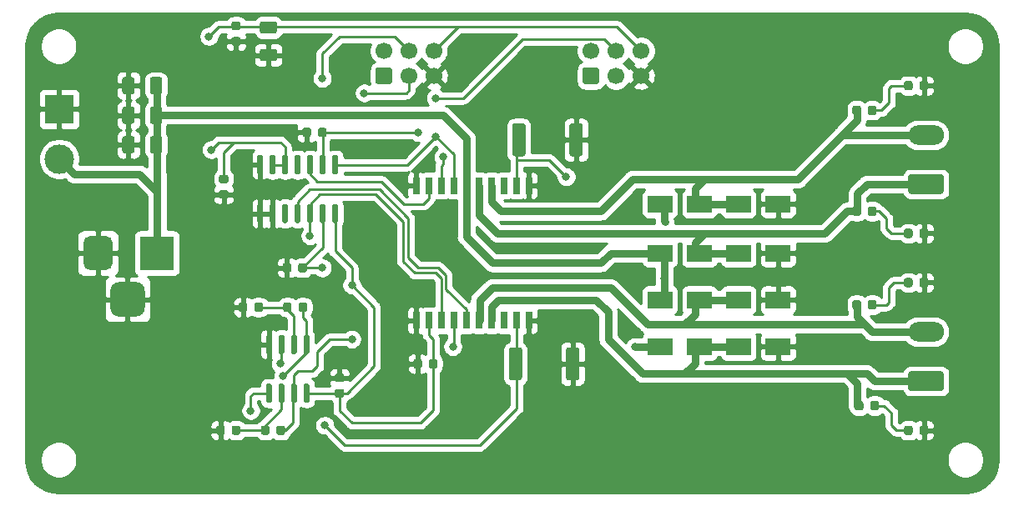
<source format=gbr>
%TF.GenerationSoftware,KiCad,Pcbnew,5.1.6-c6e7f7d~86~ubuntu20.04.1*%
%TF.CreationDate,2020-06-23T12:58:49+02:00*%
%TF.ProjectId,BoostModule,426f6f73-744d-46f6-9475-6c652e6b6963,rev?*%
%TF.SameCoordinates,Original*%
%TF.FileFunction,Copper,L1,Top*%
%TF.FilePolarity,Positive*%
%FSLAX46Y46*%
G04 Gerber Fmt 4.6, Leading zero omitted, Abs format (unit mm)*
G04 Created by KiCad (PCBNEW 5.1.6-c6e7f7d~86~ubuntu20.04.1) date 2020-06-23 12:58:49*
%MOMM*%
%LPD*%
G01*
G04 APERTURE LIST*
%TA.AperFunction,ComponentPad*%
%ADD10C,3.000000*%
%TD*%
%TA.AperFunction,ComponentPad*%
%ADD11R,3.000000X3.000000*%
%TD*%
%TA.AperFunction,SMDPad,CuDef*%
%ADD12R,2.500000X1.800000*%
%TD*%
%TA.AperFunction,SMDPad,CuDef*%
%ADD13R,0.700000X1.700000*%
%TD*%
%TA.AperFunction,ComponentPad*%
%ADD14O,3.600000X2.000000*%
%TD*%
%TA.AperFunction,ComponentPad*%
%ADD15C,1.700000*%
%TD*%
%TA.AperFunction,ComponentPad*%
%ADD16R,3.500000X3.500000*%
%TD*%
%TA.AperFunction,ViaPad*%
%ADD17C,0.800000*%
%TD*%
%TA.AperFunction,Conductor*%
%ADD18C,0.250000*%
%TD*%
%TA.AperFunction,Conductor*%
%ADD19C,0.800000*%
%TD*%
%TA.AperFunction,Conductor*%
%ADD20C,0.254000*%
%TD*%
G04 APERTURE END LIST*
D10*
%TO.P,J6,2*%
%TO.N,/V_DCC*%
X104064000Y-65456000D03*
D11*
%TO.P,J6,1*%
%TO.N,GND*%
X104064000Y-60376000D03*
%TD*%
D12*
%TO.P,D12,2*%
%TO.N,GND*%
X177000000Y-70000000D03*
%TO.P,D12,1*%
%TO.N,/BoosModule/Out_A_J*%
X173000000Y-70000000D03*
%TD*%
%TO.P,D11,2*%
%TO.N,/BoosModule/Out_A_J*%
X169000000Y-70000000D03*
%TO.P,D11,1*%
%TO.N,/V_DCC*%
X165000000Y-70000000D03*
%TD*%
%TO.P,D10,2*%
%TO.N,GND*%
X177000000Y-75000000D03*
%TO.P,D10,1*%
%TO.N,/BoosModule/Out_A_K*%
X173000000Y-75000000D03*
%TD*%
%TO.P,D9,2*%
%TO.N,/BoosModule/Out_A_K*%
X169000000Y-75000000D03*
%TO.P,D9,1*%
%TO.N,/V_DCC*%
X165000000Y-75000000D03*
%TD*%
%TO.P,D8,2*%
%TO.N,GND*%
X177000000Y-79750000D03*
%TO.P,D8,1*%
%TO.N,/BoosModule/Out_B_J*%
X173000000Y-79750000D03*
%TD*%
%TO.P,D7,2*%
%TO.N,/BoosModule/Out_B_J*%
X169000000Y-79750000D03*
%TO.P,D7,1*%
%TO.N,/V_DCC*%
X165000000Y-79750000D03*
%TD*%
%TO.P,D6,2*%
%TO.N,GND*%
X177000000Y-84500000D03*
%TO.P,D6,1*%
%TO.N,/BoosModule/Out_B_K*%
X173000000Y-84500000D03*
%TD*%
%TO.P,D5,2*%
%TO.N,/BoosModule/Out_B_K*%
X169000000Y-84500000D03*
%TO.P,D5,1*%
%TO.N,/V_DCC*%
X165000000Y-84500000D03*
%TD*%
%TO.P,C8,2*%
%TO.N,GND*%
%TA.AperFunction,SMDPad,CuDef*%
G36*
G01*
X132756250Y-88112500D02*
X132243750Y-88112500D01*
G75*
G02*
X132025000Y-87893750I0J218750D01*
G01*
X132025000Y-87456250D01*
G75*
G02*
X132243750Y-87237500I218750J0D01*
G01*
X132756250Y-87237500D01*
G75*
G02*
X132975000Y-87456250I0J-218750D01*
G01*
X132975000Y-87893750D01*
G75*
G02*
X132756250Y-88112500I-218750J0D01*
G01*
G37*
%TD.AperFunction*%
%TO.P,C8,1*%
%TO.N,+5V*%
%TA.AperFunction,SMDPad,CuDef*%
G36*
G01*
X132756250Y-89687500D02*
X132243750Y-89687500D01*
G75*
G02*
X132025000Y-89468750I0J218750D01*
G01*
X132025000Y-89031250D01*
G75*
G02*
X132243750Y-88812500I218750J0D01*
G01*
X132756250Y-88812500D01*
G75*
G02*
X132975000Y-89031250I0J-218750D01*
G01*
X132975000Y-89468750D01*
G75*
G02*
X132756250Y-89687500I-218750J0D01*
G01*
G37*
%TD.AperFunction*%
%TD*%
%TO.P,C7,2*%
%TO.N,GND*%
%TA.AperFunction,SMDPad,CuDef*%
G36*
G01*
X120493750Y-68612500D02*
X121006250Y-68612500D01*
G75*
G02*
X121225000Y-68831250I0J-218750D01*
G01*
X121225000Y-69268750D01*
G75*
G02*
X121006250Y-69487500I-218750J0D01*
G01*
X120493750Y-69487500D01*
G75*
G02*
X120275000Y-69268750I0J218750D01*
G01*
X120275000Y-68831250D01*
G75*
G02*
X120493750Y-68612500I218750J0D01*
G01*
G37*
%TD.AperFunction*%
%TO.P,C7,1*%
%TO.N,+5V*%
%TA.AperFunction,SMDPad,CuDef*%
G36*
G01*
X120493750Y-67037500D02*
X121006250Y-67037500D01*
G75*
G02*
X121225000Y-67256250I0J-218750D01*
G01*
X121225000Y-67693750D01*
G75*
G02*
X121006250Y-67912500I-218750J0D01*
G01*
X120493750Y-67912500D01*
G75*
G02*
X120275000Y-67693750I0J218750D01*
G01*
X120275000Y-67256250D01*
G75*
G02*
X120493750Y-67037500I218750J0D01*
G01*
G37*
%TD.AperFunction*%
%TD*%
%TO.P,C6,2*%
%TO.N,/V_DCC*%
%TA.AperFunction,SMDPad,CuDef*%
G36*
G01*
X113262500Y-58625000D02*
X113262500Y-57375000D01*
G75*
G02*
X113512500Y-57125000I250000J0D01*
G01*
X114262500Y-57125000D01*
G75*
G02*
X114512500Y-57375000I0J-250000D01*
G01*
X114512500Y-58625000D01*
G75*
G02*
X114262500Y-58875000I-250000J0D01*
G01*
X113512500Y-58875000D01*
G75*
G02*
X113262500Y-58625000I0J250000D01*
G01*
G37*
%TD.AperFunction*%
%TO.P,C6,1*%
%TO.N,GND*%
%TA.AperFunction,SMDPad,CuDef*%
G36*
G01*
X110462500Y-58625000D02*
X110462500Y-57375000D01*
G75*
G02*
X110712500Y-57125000I250000J0D01*
G01*
X111462500Y-57125000D01*
G75*
G02*
X111712500Y-57375000I0J-250000D01*
G01*
X111712500Y-58625000D01*
G75*
G02*
X111462500Y-58875000I-250000J0D01*
G01*
X110712500Y-58875000D01*
G75*
G02*
X110462500Y-58625000I0J250000D01*
G01*
G37*
%TD.AperFunction*%
%TD*%
%TO.P,C5,2*%
%TO.N,/V_DCC*%
%TA.AperFunction,SMDPad,CuDef*%
G36*
G01*
X113262500Y-64625000D02*
X113262500Y-63375000D01*
G75*
G02*
X113512500Y-63125000I250000J0D01*
G01*
X114262500Y-63125000D01*
G75*
G02*
X114512500Y-63375000I0J-250000D01*
G01*
X114512500Y-64625000D01*
G75*
G02*
X114262500Y-64875000I-250000J0D01*
G01*
X113512500Y-64875000D01*
G75*
G02*
X113262500Y-64625000I0J250000D01*
G01*
G37*
%TD.AperFunction*%
%TO.P,C5,1*%
%TO.N,GND*%
%TA.AperFunction,SMDPad,CuDef*%
G36*
G01*
X110462500Y-64625000D02*
X110462500Y-63375000D01*
G75*
G02*
X110712500Y-63125000I250000J0D01*
G01*
X111462500Y-63125000D01*
G75*
G02*
X111712500Y-63375000I0J-250000D01*
G01*
X111712500Y-64625000D01*
G75*
G02*
X111462500Y-64875000I-250000J0D01*
G01*
X110712500Y-64875000D01*
G75*
G02*
X110462500Y-64625000I0J250000D01*
G01*
G37*
%TD.AperFunction*%
%TD*%
%TO.P,C4,2*%
%TO.N,/V_DCC*%
%TA.AperFunction,SMDPad,CuDef*%
G36*
G01*
X113262500Y-61625000D02*
X113262500Y-60375000D01*
G75*
G02*
X113512500Y-60125000I250000J0D01*
G01*
X114262500Y-60125000D01*
G75*
G02*
X114512500Y-60375000I0J-250000D01*
G01*
X114512500Y-61625000D01*
G75*
G02*
X114262500Y-61875000I-250000J0D01*
G01*
X113512500Y-61875000D01*
G75*
G02*
X113262500Y-61625000I0J250000D01*
G01*
G37*
%TD.AperFunction*%
%TO.P,C4,1*%
%TO.N,GND*%
%TA.AperFunction,SMDPad,CuDef*%
G36*
G01*
X110462500Y-61625000D02*
X110462500Y-60375000D01*
G75*
G02*
X110712500Y-60125000I250000J0D01*
G01*
X111462500Y-60125000D01*
G75*
G02*
X111712500Y-60375000I0J-250000D01*
G01*
X111712500Y-61625000D01*
G75*
G02*
X111462500Y-61875000I-250000J0D01*
G01*
X110712500Y-61875000D01*
G75*
G02*
X110462500Y-61625000I0J250000D01*
G01*
G37*
%TD.AperFunction*%
%TD*%
%TO.P,C3,2*%
%TO.N,+5V*%
%TA.AperFunction,SMDPad,CuDef*%
G36*
G01*
X122256250Y-52362500D02*
X121743750Y-52362500D01*
G75*
G02*
X121525000Y-52143750I0J218750D01*
G01*
X121525000Y-51706250D01*
G75*
G02*
X121743750Y-51487500I218750J0D01*
G01*
X122256250Y-51487500D01*
G75*
G02*
X122475000Y-51706250I0J-218750D01*
G01*
X122475000Y-52143750D01*
G75*
G02*
X122256250Y-52362500I-218750J0D01*
G01*
G37*
%TD.AperFunction*%
%TO.P,C3,1*%
%TO.N,GND*%
%TA.AperFunction,SMDPad,CuDef*%
G36*
G01*
X122256250Y-53937500D02*
X121743750Y-53937500D01*
G75*
G02*
X121525000Y-53718750I0J218750D01*
G01*
X121525000Y-53281250D01*
G75*
G02*
X121743750Y-53062500I218750J0D01*
G01*
X122256250Y-53062500D01*
G75*
G02*
X122475000Y-53281250I0J-218750D01*
G01*
X122475000Y-53718750D01*
G75*
G02*
X122256250Y-53937500I-218750J0D01*
G01*
G37*
%TD.AperFunction*%
%TD*%
%TO.P,C2,2*%
%TO.N,+5V*%
%TA.AperFunction,SMDPad,CuDef*%
G36*
G01*
X125915000Y-52712500D02*
X124665000Y-52712500D01*
G75*
G02*
X124415000Y-52462500I0J250000D01*
G01*
X124415000Y-51712500D01*
G75*
G02*
X124665000Y-51462500I250000J0D01*
G01*
X125915000Y-51462500D01*
G75*
G02*
X126165000Y-51712500I0J-250000D01*
G01*
X126165000Y-52462500D01*
G75*
G02*
X125915000Y-52712500I-250000J0D01*
G01*
G37*
%TD.AperFunction*%
%TO.P,C2,1*%
%TO.N,GND*%
%TA.AperFunction,SMDPad,CuDef*%
G36*
G01*
X125915000Y-55512500D02*
X124665000Y-55512500D01*
G75*
G02*
X124415000Y-55262500I0J250000D01*
G01*
X124415000Y-54512500D01*
G75*
G02*
X124665000Y-54262500I250000J0D01*
G01*
X125915000Y-54262500D01*
G75*
G02*
X126165000Y-54512500I0J-250000D01*
G01*
X126165000Y-55262500D01*
G75*
G02*
X125915000Y-55512500I-250000J0D01*
G01*
G37*
%TD.AperFunction*%
%TD*%
%TO.P,C1,2*%
%TO.N,GND*%
%TA.AperFunction,SMDPad,CuDef*%
G36*
G01*
X140862500Y-85993750D02*
X140862500Y-86506250D01*
G75*
G02*
X140643750Y-86725000I-218750J0D01*
G01*
X140206250Y-86725000D01*
G75*
G02*
X139987500Y-86506250I0J218750D01*
G01*
X139987500Y-85993750D01*
G75*
G02*
X140206250Y-85775000I218750J0D01*
G01*
X140643750Y-85775000D01*
G75*
G02*
X140862500Y-85993750I0J-218750D01*
G01*
G37*
%TD.AperFunction*%
%TO.P,C1,1*%
%TO.N,+5V*%
%TA.AperFunction,SMDPad,CuDef*%
G36*
G01*
X142437500Y-85993750D02*
X142437500Y-86506250D01*
G75*
G02*
X142218750Y-86725000I-218750J0D01*
G01*
X141781250Y-86725000D01*
G75*
G02*
X141562500Y-86506250I0J218750D01*
G01*
X141562500Y-85993750D01*
G75*
G02*
X141781250Y-85775000I218750J0D01*
G01*
X142218750Y-85775000D01*
G75*
G02*
X142437500Y-85993750I0J-218750D01*
G01*
G37*
%TD.AperFunction*%
%TD*%
%TO.P,D3,2*%
%TO.N,Net-(D3-Pad2)*%
%TA.AperFunction,SMDPad,CuDef*%
G36*
G01*
X190650000Y-77743750D02*
X190650000Y-78256250D01*
G75*
G02*
X190431250Y-78475000I-218750J0D01*
G01*
X189993750Y-78475000D01*
G75*
G02*
X189775000Y-78256250I0J218750D01*
G01*
X189775000Y-77743750D01*
G75*
G02*
X189993750Y-77525000I218750J0D01*
G01*
X190431250Y-77525000D01*
G75*
G02*
X190650000Y-77743750I0J-218750D01*
G01*
G37*
%TD.AperFunction*%
%TO.P,D3,1*%
%TO.N,GND*%
%TA.AperFunction,SMDPad,CuDef*%
G36*
G01*
X192225000Y-77743750D02*
X192225000Y-78256250D01*
G75*
G02*
X192006250Y-78475000I-218750J0D01*
G01*
X191568750Y-78475000D01*
G75*
G02*
X191350000Y-78256250I0J218750D01*
G01*
X191350000Y-77743750D01*
G75*
G02*
X191568750Y-77525000I218750J0D01*
G01*
X192006250Y-77525000D01*
G75*
G02*
X192225000Y-77743750I0J-218750D01*
G01*
G37*
%TD.AperFunction*%
%TD*%
%TO.P,D4,2*%
%TO.N,Net-(D4-Pad2)*%
%TA.AperFunction,SMDPad,CuDef*%
G36*
G01*
X190650000Y-92743750D02*
X190650000Y-93256250D01*
G75*
G02*
X190431250Y-93475000I-218750J0D01*
G01*
X189993750Y-93475000D01*
G75*
G02*
X189775000Y-93256250I0J218750D01*
G01*
X189775000Y-92743750D01*
G75*
G02*
X189993750Y-92525000I218750J0D01*
G01*
X190431250Y-92525000D01*
G75*
G02*
X190650000Y-92743750I0J-218750D01*
G01*
G37*
%TD.AperFunction*%
%TO.P,D4,1*%
%TO.N,GND*%
%TA.AperFunction,SMDPad,CuDef*%
G36*
G01*
X192225000Y-92743750D02*
X192225000Y-93256250D01*
G75*
G02*
X192006250Y-93475000I-218750J0D01*
G01*
X191568750Y-93475000D01*
G75*
G02*
X191350000Y-93256250I0J218750D01*
G01*
X191350000Y-92743750D01*
G75*
G02*
X191568750Y-92525000I218750J0D01*
G01*
X192006250Y-92525000D01*
G75*
G02*
X192225000Y-92743750I0J-218750D01*
G01*
G37*
%TD.AperFunction*%
%TD*%
%TO.P,D2,2*%
%TO.N,Net-(D2-Pad2)*%
%TA.AperFunction,SMDPad,CuDef*%
G36*
G01*
X190650000Y-72743750D02*
X190650000Y-73256250D01*
G75*
G02*
X190431250Y-73475000I-218750J0D01*
G01*
X189993750Y-73475000D01*
G75*
G02*
X189775000Y-73256250I0J218750D01*
G01*
X189775000Y-72743750D01*
G75*
G02*
X189993750Y-72525000I218750J0D01*
G01*
X190431250Y-72525000D01*
G75*
G02*
X190650000Y-72743750I0J-218750D01*
G01*
G37*
%TD.AperFunction*%
%TO.P,D2,1*%
%TO.N,GND*%
%TA.AperFunction,SMDPad,CuDef*%
G36*
G01*
X192225000Y-72743750D02*
X192225000Y-73256250D01*
G75*
G02*
X192006250Y-73475000I-218750J0D01*
G01*
X191568750Y-73475000D01*
G75*
G02*
X191350000Y-73256250I0J218750D01*
G01*
X191350000Y-72743750D01*
G75*
G02*
X191568750Y-72525000I218750J0D01*
G01*
X192006250Y-72525000D01*
G75*
G02*
X192225000Y-72743750I0J-218750D01*
G01*
G37*
%TD.AperFunction*%
%TD*%
%TO.P,D1,2*%
%TO.N,Net-(D1-Pad2)*%
%TA.AperFunction,SMDPad,CuDef*%
G36*
G01*
X190650000Y-57743750D02*
X190650000Y-58256250D01*
G75*
G02*
X190431250Y-58475000I-218750J0D01*
G01*
X189993750Y-58475000D01*
G75*
G02*
X189775000Y-58256250I0J218750D01*
G01*
X189775000Y-57743750D01*
G75*
G02*
X189993750Y-57525000I218750J0D01*
G01*
X190431250Y-57525000D01*
G75*
G02*
X190650000Y-57743750I0J-218750D01*
G01*
G37*
%TD.AperFunction*%
%TO.P,D1,1*%
%TO.N,GND*%
%TA.AperFunction,SMDPad,CuDef*%
G36*
G01*
X192225000Y-57743750D02*
X192225000Y-58256250D01*
G75*
G02*
X192006250Y-58475000I-218750J0D01*
G01*
X191568750Y-58475000D01*
G75*
G02*
X191350000Y-58256250I0J218750D01*
G01*
X191350000Y-57743750D01*
G75*
G02*
X191568750Y-57525000I218750J0D01*
G01*
X192006250Y-57525000D01*
G75*
G02*
X192225000Y-57743750I0J-218750D01*
G01*
G37*
%TD.AperFunction*%
%TD*%
%TO.P,R12,2*%
%TO.N,GND*%
%TA.AperFunction,SMDPad,CuDef*%
G36*
G01*
X155475000Y-87675001D02*
X155475000Y-84824999D01*
G75*
G02*
X155724999Y-84575000I249999J0D01*
G01*
X156575001Y-84575000D01*
G75*
G02*
X156825000Y-84824999I0J-249999D01*
G01*
X156825000Y-87675001D01*
G75*
G02*
X156575001Y-87925000I-249999J0D01*
G01*
X155724999Y-87925000D01*
G75*
G02*
X155475000Y-87675001I0J249999D01*
G01*
G37*
%TD.AperFunction*%
%TO.P,R12,1*%
%TO.N,/BoosModule/snsB*%
%TA.AperFunction,SMDPad,CuDef*%
G36*
G01*
X149675000Y-87675001D02*
X149675000Y-84824999D01*
G75*
G02*
X149924999Y-84575000I249999J0D01*
G01*
X150775001Y-84575000D01*
G75*
G02*
X151025000Y-84824999I0J-249999D01*
G01*
X151025000Y-87675001D01*
G75*
G02*
X150775001Y-87925000I-249999J0D01*
G01*
X149924999Y-87925000D01*
G75*
G02*
X149675000Y-87675001I0J249999D01*
G01*
G37*
%TD.AperFunction*%
%TD*%
%TO.P,R11,2*%
%TO.N,GND*%
%TA.AperFunction,SMDPad,CuDef*%
G36*
G01*
X155825000Y-64925001D02*
X155825000Y-62074999D01*
G75*
G02*
X156074999Y-61825000I249999J0D01*
G01*
X156925001Y-61825000D01*
G75*
G02*
X157175000Y-62074999I0J-249999D01*
G01*
X157175000Y-64925001D01*
G75*
G02*
X156925001Y-65175000I-249999J0D01*
G01*
X156074999Y-65175000D01*
G75*
G02*
X155825000Y-64925001I0J249999D01*
G01*
G37*
%TD.AperFunction*%
%TO.P,R11,1*%
%TO.N,/BoosModule/snsA*%
%TA.AperFunction,SMDPad,CuDef*%
G36*
G01*
X150025000Y-64925001D02*
X150025000Y-62074999D01*
G75*
G02*
X150274999Y-61825000I249999J0D01*
G01*
X151125001Y-61825000D01*
G75*
G02*
X151375000Y-62074999I0J-249999D01*
G01*
X151375000Y-64925001D01*
G75*
G02*
X151125001Y-65175000I-249999J0D01*
G01*
X150274999Y-65175000D01*
G75*
G02*
X150025000Y-64925001I0J249999D01*
G01*
G37*
%TD.AperFunction*%
%TD*%
%TO.P,R10,2*%
%TO.N,Net-(R10-Pad2)*%
%TA.AperFunction,SMDPad,CuDef*%
G36*
G01*
X127650000Y-80243750D02*
X127650000Y-80756250D01*
G75*
G02*
X127431250Y-80975000I-218750J0D01*
G01*
X126993750Y-80975000D01*
G75*
G02*
X126775000Y-80756250I0J218750D01*
G01*
X126775000Y-80243750D01*
G75*
G02*
X126993750Y-80025000I218750J0D01*
G01*
X127431250Y-80025000D01*
G75*
G02*
X127650000Y-80243750I0J-218750D01*
G01*
G37*
%TD.AperFunction*%
%TO.P,R10,1*%
%TO.N,/BoosModule/Sns_A*%
%TA.AperFunction,SMDPad,CuDef*%
G36*
G01*
X129225000Y-80243750D02*
X129225000Y-80756250D01*
G75*
G02*
X129006250Y-80975000I-218750J0D01*
G01*
X128568750Y-80975000D01*
G75*
G02*
X128350000Y-80756250I0J218750D01*
G01*
X128350000Y-80243750D01*
G75*
G02*
X128568750Y-80025000I218750J0D01*
G01*
X129006250Y-80025000D01*
G75*
G02*
X129225000Y-80243750I0J-218750D01*
G01*
G37*
%TD.AperFunction*%
%TD*%
%TO.P,R9,2*%
%TO.N,Net-(R6-Pad1)*%
%TA.AperFunction,SMDPad,CuDef*%
G36*
G01*
X125400000Y-92743750D02*
X125400000Y-93256250D01*
G75*
G02*
X125181250Y-93475000I-218750J0D01*
G01*
X124743750Y-93475000D01*
G75*
G02*
X124525000Y-93256250I0J218750D01*
G01*
X124525000Y-92743750D01*
G75*
G02*
X124743750Y-92525000I218750J0D01*
G01*
X125181250Y-92525000D01*
G75*
G02*
X125400000Y-92743750I0J-218750D01*
G01*
G37*
%TD.AperFunction*%
%TO.P,R9,1*%
%TO.N,/BoosModule/Sns_B*%
%TA.AperFunction,SMDPad,CuDef*%
G36*
G01*
X126975000Y-92743750D02*
X126975000Y-93256250D01*
G75*
G02*
X126756250Y-93475000I-218750J0D01*
G01*
X126318750Y-93475000D01*
G75*
G02*
X126100000Y-93256250I0J218750D01*
G01*
X126100000Y-92743750D01*
G75*
G02*
X126318750Y-92525000I218750J0D01*
G01*
X126756250Y-92525000D01*
G75*
G02*
X126975000Y-92743750I0J-218750D01*
G01*
G37*
%TD.AperFunction*%
%TD*%
%TO.P,R8,2*%
%TO.N,/BoosModule/Brake_B*%
%TA.AperFunction,SMDPad,CuDef*%
G36*
G01*
X128312500Y-76756250D02*
X128312500Y-76243750D01*
G75*
G02*
X128531250Y-76025000I218750J0D01*
G01*
X128968750Y-76025000D01*
G75*
G02*
X129187500Y-76243750I0J-218750D01*
G01*
X129187500Y-76756250D01*
G75*
G02*
X128968750Y-76975000I-218750J0D01*
G01*
X128531250Y-76975000D01*
G75*
G02*
X128312500Y-76756250I0J218750D01*
G01*
G37*
%TD.AperFunction*%
%TO.P,R8,1*%
%TO.N,GND*%
%TA.AperFunction,SMDPad,CuDef*%
G36*
G01*
X126737500Y-76756250D02*
X126737500Y-76243750D01*
G75*
G02*
X126956250Y-76025000I218750J0D01*
G01*
X127393750Y-76025000D01*
G75*
G02*
X127612500Y-76243750I0J-218750D01*
G01*
X127612500Y-76756250D01*
G75*
G02*
X127393750Y-76975000I-218750J0D01*
G01*
X126956250Y-76975000D01*
G75*
G02*
X126737500Y-76756250I0J218750D01*
G01*
G37*
%TD.AperFunction*%
%TD*%
%TO.P,R7,2*%
%TO.N,/BoosModule/Brake_A*%
%TA.AperFunction,SMDPad,CuDef*%
G36*
G01*
X130312500Y-63006250D02*
X130312500Y-62493750D01*
G75*
G02*
X130531250Y-62275000I218750J0D01*
G01*
X130968750Y-62275000D01*
G75*
G02*
X131187500Y-62493750I0J-218750D01*
G01*
X131187500Y-63006250D01*
G75*
G02*
X130968750Y-63225000I-218750J0D01*
G01*
X130531250Y-63225000D01*
G75*
G02*
X130312500Y-63006250I0J218750D01*
G01*
G37*
%TD.AperFunction*%
%TO.P,R7,1*%
%TO.N,GND*%
%TA.AperFunction,SMDPad,CuDef*%
G36*
G01*
X128737500Y-63006250D02*
X128737500Y-62493750D01*
G75*
G02*
X128956250Y-62275000I218750J0D01*
G01*
X129393750Y-62275000D01*
G75*
G02*
X129612500Y-62493750I0J-218750D01*
G01*
X129612500Y-63006250D01*
G75*
G02*
X129393750Y-63225000I-218750J0D01*
G01*
X128956250Y-63225000D01*
G75*
G02*
X128737500Y-63006250I0J218750D01*
G01*
G37*
%TD.AperFunction*%
%TD*%
%TO.P,R6,2*%
%TO.N,GND*%
%TA.AperFunction,SMDPad,CuDef*%
G36*
G01*
X120862500Y-92743750D02*
X120862500Y-93256250D01*
G75*
G02*
X120643750Y-93475000I-218750J0D01*
G01*
X120206250Y-93475000D01*
G75*
G02*
X119987500Y-93256250I0J218750D01*
G01*
X119987500Y-92743750D01*
G75*
G02*
X120206250Y-92525000I218750J0D01*
G01*
X120643750Y-92525000D01*
G75*
G02*
X120862500Y-92743750I0J-218750D01*
G01*
G37*
%TD.AperFunction*%
%TO.P,R6,1*%
%TO.N,Net-(R6-Pad1)*%
%TA.AperFunction,SMDPad,CuDef*%
G36*
G01*
X122437500Y-92743750D02*
X122437500Y-93256250D01*
G75*
G02*
X122218750Y-93475000I-218750J0D01*
G01*
X121781250Y-93475000D01*
G75*
G02*
X121562500Y-93256250I0J218750D01*
G01*
X121562500Y-92743750D01*
G75*
G02*
X121781250Y-92525000I218750J0D01*
G01*
X122218750Y-92525000D01*
G75*
G02*
X122437500Y-92743750I0J-218750D01*
G01*
G37*
%TD.AperFunction*%
%TD*%
%TO.P,R5,2*%
%TO.N,GND*%
%TA.AperFunction,SMDPad,CuDef*%
G36*
G01*
X123150000Y-80243750D02*
X123150000Y-80756250D01*
G75*
G02*
X122931250Y-80975000I-218750J0D01*
G01*
X122493750Y-80975000D01*
G75*
G02*
X122275000Y-80756250I0J218750D01*
G01*
X122275000Y-80243750D01*
G75*
G02*
X122493750Y-80025000I218750J0D01*
G01*
X122931250Y-80025000D01*
G75*
G02*
X123150000Y-80243750I0J-218750D01*
G01*
G37*
%TD.AperFunction*%
%TO.P,R5,1*%
%TO.N,Net-(R10-Pad2)*%
%TA.AperFunction,SMDPad,CuDef*%
G36*
G01*
X124725000Y-80243750D02*
X124725000Y-80756250D01*
G75*
G02*
X124506250Y-80975000I-218750J0D01*
G01*
X124068750Y-80975000D01*
G75*
G02*
X123850000Y-80756250I0J218750D01*
G01*
X123850000Y-80243750D01*
G75*
G02*
X124068750Y-80025000I218750J0D01*
G01*
X124506250Y-80025000D01*
G75*
G02*
X124725000Y-80243750I0J-218750D01*
G01*
G37*
%TD.AperFunction*%
%TD*%
%TO.P,R4,2*%
%TO.N,Net-(D4-Pad2)*%
%TA.AperFunction,SMDPad,CuDef*%
G36*
G01*
X186350000Y-90756250D02*
X186350000Y-90243750D01*
G75*
G02*
X186568750Y-90025000I218750J0D01*
G01*
X187006250Y-90025000D01*
G75*
G02*
X187225000Y-90243750I0J-218750D01*
G01*
X187225000Y-90756250D01*
G75*
G02*
X187006250Y-90975000I-218750J0D01*
G01*
X186568750Y-90975000D01*
G75*
G02*
X186350000Y-90756250I0J218750D01*
G01*
G37*
%TD.AperFunction*%
%TO.P,R4,1*%
%TO.N,/BoosModule/Out_B_K*%
%TA.AperFunction,SMDPad,CuDef*%
G36*
G01*
X184775000Y-90756250D02*
X184775000Y-90243750D01*
G75*
G02*
X184993750Y-90025000I218750J0D01*
G01*
X185431250Y-90025000D01*
G75*
G02*
X185650000Y-90243750I0J-218750D01*
G01*
X185650000Y-90756250D01*
G75*
G02*
X185431250Y-90975000I-218750J0D01*
G01*
X184993750Y-90975000D01*
G75*
G02*
X184775000Y-90756250I0J218750D01*
G01*
G37*
%TD.AperFunction*%
%TD*%
%TO.P,R3,2*%
%TO.N,Net-(D3-Pad2)*%
%TA.AperFunction,SMDPad,CuDef*%
G36*
G01*
X186100000Y-80506250D02*
X186100000Y-79993750D01*
G75*
G02*
X186318750Y-79775000I218750J0D01*
G01*
X186756250Y-79775000D01*
G75*
G02*
X186975000Y-79993750I0J-218750D01*
G01*
X186975000Y-80506250D01*
G75*
G02*
X186756250Y-80725000I-218750J0D01*
G01*
X186318750Y-80725000D01*
G75*
G02*
X186100000Y-80506250I0J218750D01*
G01*
G37*
%TD.AperFunction*%
%TO.P,R3,1*%
%TO.N,/BoosModule/Out_B_J*%
%TA.AperFunction,SMDPad,CuDef*%
G36*
G01*
X184525000Y-80506250D02*
X184525000Y-79993750D01*
G75*
G02*
X184743750Y-79775000I218750J0D01*
G01*
X185181250Y-79775000D01*
G75*
G02*
X185400000Y-79993750I0J-218750D01*
G01*
X185400000Y-80506250D01*
G75*
G02*
X185181250Y-80725000I-218750J0D01*
G01*
X184743750Y-80725000D01*
G75*
G02*
X184525000Y-80506250I0J218750D01*
G01*
G37*
%TD.AperFunction*%
%TD*%
%TO.P,R2,2*%
%TO.N,Net-(D2-Pad2)*%
%TA.AperFunction,SMDPad,CuDef*%
G36*
G01*
X186100000Y-71006250D02*
X186100000Y-70493750D01*
G75*
G02*
X186318750Y-70275000I218750J0D01*
G01*
X186756250Y-70275000D01*
G75*
G02*
X186975000Y-70493750I0J-218750D01*
G01*
X186975000Y-71006250D01*
G75*
G02*
X186756250Y-71225000I-218750J0D01*
G01*
X186318750Y-71225000D01*
G75*
G02*
X186100000Y-71006250I0J218750D01*
G01*
G37*
%TD.AperFunction*%
%TO.P,R2,1*%
%TO.N,/BoosModule/Out_A_K*%
%TA.AperFunction,SMDPad,CuDef*%
G36*
G01*
X184525000Y-71006250D02*
X184525000Y-70493750D01*
G75*
G02*
X184743750Y-70275000I218750J0D01*
G01*
X185181250Y-70275000D01*
G75*
G02*
X185400000Y-70493750I0J-218750D01*
G01*
X185400000Y-71006250D01*
G75*
G02*
X185181250Y-71225000I-218750J0D01*
G01*
X184743750Y-71225000D01*
G75*
G02*
X184525000Y-71006250I0J218750D01*
G01*
G37*
%TD.AperFunction*%
%TD*%
%TO.P,R1,2*%
%TO.N,Net-(D1-Pad2)*%
%TA.AperFunction,SMDPad,CuDef*%
G36*
G01*
X186100000Y-60756250D02*
X186100000Y-60243750D01*
G75*
G02*
X186318750Y-60025000I218750J0D01*
G01*
X186756250Y-60025000D01*
G75*
G02*
X186975000Y-60243750I0J-218750D01*
G01*
X186975000Y-60756250D01*
G75*
G02*
X186756250Y-60975000I-218750J0D01*
G01*
X186318750Y-60975000D01*
G75*
G02*
X186100000Y-60756250I0J218750D01*
G01*
G37*
%TD.AperFunction*%
%TO.P,R1,1*%
%TO.N,/BoosModule/Out_A_J*%
%TA.AperFunction,SMDPad,CuDef*%
G36*
G01*
X184525000Y-60756250D02*
X184525000Y-60243750D01*
G75*
G02*
X184743750Y-60025000I218750J0D01*
G01*
X185181250Y-60025000D01*
G75*
G02*
X185400000Y-60243750I0J-218750D01*
G01*
X185400000Y-60756250D01*
G75*
G02*
X185181250Y-60975000I-218750J0D01*
G01*
X184743750Y-60975000D01*
G75*
G02*
X184525000Y-60756250I0J218750D01*
G01*
G37*
%TD.AperFunction*%
%TD*%
D13*
%TO.P,U3,20*%
%TO.N,GND*%
X151715000Y-81850000D03*
%TO.P,U3,19*%
%TO.N,/BoosModule/snsB*%
X150445000Y-81850000D03*
%TO.P,U3,18*%
%TO.N,Net-(U3-Pad18)*%
X149175000Y-81850000D03*
%TO.P,U3,17*%
%TO.N,/BoosModule/Out_B_K*%
X147905000Y-81850000D03*
%TO.P,U3,16*%
%TO.N,/BoosModule/Out_B_J*%
X146635000Y-81850000D03*
%TO.P,U3,15*%
%TO.N,/BoosModule/dirB#*%
X145365000Y-81850000D03*
%TO.P,U3,14*%
%TO.N,/BoosModule/en_B*%
X144095000Y-81850000D03*
%TO.P,U3,13*%
%TO.N,/BoosModule/DCC_B*%
X142825000Y-81850000D03*
%TO.P,U3,12*%
%TO.N,+5V*%
X141555000Y-81850000D03*
%TO.P,U3,11*%
%TO.N,GND*%
X140285000Y-81850000D03*
%TO.P,U3,10*%
X140285000Y-68150000D03*
%TO.P,U3,9*%
%TO.N,/BoosModule/dirA#*%
X141555000Y-68150000D03*
%TO.P,U3,8*%
%TO.N,/BoosModule/en_A*%
X142825000Y-68150000D03*
%TO.P,U3,7*%
%TO.N,/BoosModule/DCC_A*%
X144095000Y-68150000D03*
%TO.P,U3,6*%
%TO.N,/V_DCC*%
X145365000Y-68150000D03*
%TO.P,U3,5*%
%TO.N,/BoosModule/Out_A_K*%
X146635000Y-68150000D03*
%TO.P,U3,4*%
%TO.N,/BoosModule/Out_A_J*%
X147905000Y-68150000D03*
%TO.P,U3,3*%
%TO.N,Net-(U3-Pad3)*%
X149175000Y-68150000D03*
%TO.P,U3,2*%
%TO.N,/BoosModule/snsA*%
X150445000Y-68150000D03*
%TO.P,U3,1*%
%TO.N,GND*%
X151715000Y-68150000D03*
%TD*%
%TO.P,U2,14*%
%TO.N,+5V*%
%TA.AperFunction,SMDPad,CuDef*%
G36*
G01*
X131910000Y-70000000D02*
X132210000Y-70000000D01*
G75*
G02*
X132360000Y-70150000I0J-150000D01*
G01*
X132360000Y-71800000D01*
G75*
G02*
X132210000Y-71950000I-150000J0D01*
G01*
X131910000Y-71950000D01*
G75*
G02*
X131760000Y-71800000I0J150000D01*
G01*
X131760000Y-70150000D01*
G75*
G02*
X131910000Y-70000000I150000J0D01*
G01*
G37*
%TD.AperFunction*%
%TO.P,U2,13*%
%TO.N,/BoosModule/Brake_B*%
%TA.AperFunction,SMDPad,CuDef*%
G36*
G01*
X130640000Y-70000000D02*
X130940000Y-70000000D01*
G75*
G02*
X131090000Y-70150000I0J-150000D01*
G01*
X131090000Y-71800000D01*
G75*
G02*
X130940000Y-71950000I-150000J0D01*
G01*
X130640000Y-71950000D01*
G75*
G02*
X130490000Y-71800000I0J150000D01*
G01*
X130490000Y-70150000D01*
G75*
G02*
X130640000Y-70000000I150000J0D01*
G01*
G37*
%TD.AperFunction*%
%TO.P,U2,12*%
%TO.N,/BoosModule/DCC_B*%
%TA.AperFunction,SMDPad,CuDef*%
G36*
G01*
X129370000Y-70000000D02*
X129670000Y-70000000D01*
G75*
G02*
X129820000Y-70150000I0J-150000D01*
G01*
X129820000Y-71800000D01*
G75*
G02*
X129670000Y-71950000I-150000J0D01*
G01*
X129370000Y-71950000D01*
G75*
G02*
X129220000Y-71800000I0J150000D01*
G01*
X129220000Y-70150000D01*
G75*
G02*
X129370000Y-70000000I150000J0D01*
G01*
G37*
%TD.AperFunction*%
%TO.P,U2,11*%
%TO.N,/BoosModule/dirB#*%
%TA.AperFunction,SMDPad,CuDef*%
G36*
G01*
X128100000Y-70000000D02*
X128400000Y-70000000D01*
G75*
G02*
X128550000Y-70150000I0J-150000D01*
G01*
X128550000Y-71800000D01*
G75*
G02*
X128400000Y-71950000I-150000J0D01*
G01*
X128100000Y-71950000D01*
G75*
G02*
X127950000Y-71800000I0J150000D01*
G01*
X127950000Y-70150000D01*
G75*
G02*
X128100000Y-70000000I150000J0D01*
G01*
G37*
%TD.AperFunction*%
%TO.P,U2,10*%
%TO.N,Net-(U2-Pad10)*%
%TA.AperFunction,SMDPad,CuDef*%
G36*
G01*
X126830000Y-70000000D02*
X127130000Y-70000000D01*
G75*
G02*
X127280000Y-70150000I0J-150000D01*
G01*
X127280000Y-71800000D01*
G75*
G02*
X127130000Y-71950000I-150000J0D01*
G01*
X126830000Y-71950000D01*
G75*
G02*
X126680000Y-71800000I0J150000D01*
G01*
X126680000Y-70150000D01*
G75*
G02*
X126830000Y-70000000I150000J0D01*
G01*
G37*
%TD.AperFunction*%
%TO.P,U2,9*%
%TO.N,GND*%
%TA.AperFunction,SMDPad,CuDef*%
G36*
G01*
X125560000Y-70000000D02*
X125860000Y-70000000D01*
G75*
G02*
X126010000Y-70150000I0J-150000D01*
G01*
X126010000Y-71800000D01*
G75*
G02*
X125860000Y-71950000I-150000J0D01*
G01*
X125560000Y-71950000D01*
G75*
G02*
X125410000Y-71800000I0J150000D01*
G01*
X125410000Y-70150000D01*
G75*
G02*
X125560000Y-70000000I150000J0D01*
G01*
G37*
%TD.AperFunction*%
%TO.P,U2,8*%
%TA.AperFunction,SMDPad,CuDef*%
G36*
G01*
X124290000Y-70000000D02*
X124590000Y-70000000D01*
G75*
G02*
X124740000Y-70150000I0J-150000D01*
G01*
X124740000Y-71800000D01*
G75*
G02*
X124590000Y-71950000I-150000J0D01*
G01*
X124290000Y-71950000D01*
G75*
G02*
X124140000Y-71800000I0J150000D01*
G01*
X124140000Y-70150000D01*
G75*
G02*
X124290000Y-70000000I150000J0D01*
G01*
G37*
%TD.AperFunction*%
%TO.P,U2,7*%
%TA.AperFunction,SMDPad,CuDef*%
G36*
G01*
X124290000Y-65050000D02*
X124590000Y-65050000D01*
G75*
G02*
X124740000Y-65200000I0J-150000D01*
G01*
X124740000Y-66850000D01*
G75*
G02*
X124590000Y-67000000I-150000J0D01*
G01*
X124290000Y-67000000D01*
G75*
G02*
X124140000Y-66850000I0J150000D01*
G01*
X124140000Y-65200000D01*
G75*
G02*
X124290000Y-65050000I150000J0D01*
G01*
G37*
%TD.AperFunction*%
%TO.P,U2,6*%
%TO.N,+5V*%
%TA.AperFunction,SMDPad,CuDef*%
G36*
G01*
X125560000Y-65050000D02*
X125860000Y-65050000D01*
G75*
G02*
X126010000Y-65200000I0J-150000D01*
G01*
X126010000Y-66850000D01*
G75*
G02*
X125860000Y-67000000I-150000J0D01*
G01*
X125560000Y-67000000D01*
G75*
G02*
X125410000Y-66850000I0J150000D01*
G01*
X125410000Y-65200000D01*
G75*
G02*
X125560000Y-65050000I150000J0D01*
G01*
G37*
%TD.AperFunction*%
%TO.P,U2,5*%
%TA.AperFunction,SMDPad,CuDef*%
G36*
G01*
X126830000Y-65050000D02*
X127130000Y-65050000D01*
G75*
G02*
X127280000Y-65200000I0J-150000D01*
G01*
X127280000Y-66850000D01*
G75*
G02*
X127130000Y-67000000I-150000J0D01*
G01*
X126830000Y-67000000D01*
G75*
G02*
X126680000Y-66850000I0J150000D01*
G01*
X126680000Y-65200000D01*
G75*
G02*
X126830000Y-65050000I150000J0D01*
G01*
G37*
%TD.AperFunction*%
%TO.P,U2,4*%
%TO.N,Net-(U2-Pad4)*%
%TA.AperFunction,SMDPad,CuDef*%
G36*
G01*
X128100000Y-65050000D02*
X128400000Y-65050000D01*
G75*
G02*
X128550000Y-65200000I0J-150000D01*
G01*
X128550000Y-66850000D01*
G75*
G02*
X128400000Y-67000000I-150000J0D01*
G01*
X128100000Y-67000000D01*
G75*
G02*
X127950000Y-66850000I0J150000D01*
G01*
X127950000Y-65200000D01*
G75*
G02*
X128100000Y-65050000I150000J0D01*
G01*
G37*
%TD.AperFunction*%
%TO.P,U2,3*%
%TO.N,/BoosModule/dirA#*%
%TA.AperFunction,SMDPad,CuDef*%
G36*
G01*
X129370000Y-65050000D02*
X129670000Y-65050000D01*
G75*
G02*
X129820000Y-65200000I0J-150000D01*
G01*
X129820000Y-66850000D01*
G75*
G02*
X129670000Y-67000000I-150000J0D01*
G01*
X129370000Y-67000000D01*
G75*
G02*
X129220000Y-66850000I0J150000D01*
G01*
X129220000Y-65200000D01*
G75*
G02*
X129370000Y-65050000I150000J0D01*
G01*
G37*
%TD.AperFunction*%
%TO.P,U2,2*%
%TO.N,/BoosModule/Brake_A*%
%TA.AperFunction,SMDPad,CuDef*%
G36*
G01*
X130640000Y-65050000D02*
X130940000Y-65050000D01*
G75*
G02*
X131090000Y-65200000I0J-150000D01*
G01*
X131090000Y-66850000D01*
G75*
G02*
X130940000Y-67000000I-150000J0D01*
G01*
X130640000Y-67000000D01*
G75*
G02*
X130490000Y-66850000I0J150000D01*
G01*
X130490000Y-65200000D01*
G75*
G02*
X130640000Y-65050000I150000J0D01*
G01*
G37*
%TD.AperFunction*%
%TO.P,U2,1*%
%TO.N,/BoosModule/DCC_A*%
%TA.AperFunction,SMDPad,CuDef*%
G36*
G01*
X131910000Y-65050000D02*
X132210000Y-65050000D01*
G75*
G02*
X132360000Y-65200000I0J-150000D01*
G01*
X132360000Y-66850000D01*
G75*
G02*
X132210000Y-67000000I-150000J0D01*
G01*
X131910000Y-67000000D01*
G75*
G02*
X131760000Y-66850000I0J150000D01*
G01*
X131760000Y-65200000D01*
G75*
G02*
X131910000Y-65050000I150000J0D01*
G01*
G37*
%TD.AperFunction*%
%TD*%
%TO.P,U1,8*%
%TO.N,+5V*%
%TA.AperFunction,SMDPad,CuDef*%
G36*
G01*
X129005000Y-88250000D02*
X129305000Y-88250000D01*
G75*
G02*
X129455000Y-88400000I0J-150000D01*
G01*
X129455000Y-90050000D01*
G75*
G02*
X129305000Y-90200000I-150000J0D01*
G01*
X129005000Y-90200000D01*
G75*
G02*
X128855000Y-90050000I0J150000D01*
G01*
X128855000Y-88400000D01*
G75*
G02*
X129005000Y-88250000I150000J0D01*
G01*
G37*
%TD.AperFunction*%
%TO.P,U1,7*%
%TO.N,/BoosModule/Sns_B*%
%TA.AperFunction,SMDPad,CuDef*%
G36*
G01*
X127735000Y-88250000D02*
X128035000Y-88250000D01*
G75*
G02*
X128185000Y-88400000I0J-150000D01*
G01*
X128185000Y-90050000D01*
G75*
G02*
X128035000Y-90200000I-150000J0D01*
G01*
X127735000Y-90200000D01*
G75*
G02*
X127585000Y-90050000I0J150000D01*
G01*
X127585000Y-88400000D01*
G75*
G02*
X127735000Y-88250000I150000J0D01*
G01*
G37*
%TD.AperFunction*%
%TO.P,U1,6*%
%TO.N,Net-(R6-Pad1)*%
%TA.AperFunction,SMDPad,CuDef*%
G36*
G01*
X126465000Y-88250000D02*
X126765000Y-88250000D01*
G75*
G02*
X126915000Y-88400000I0J-150000D01*
G01*
X126915000Y-90050000D01*
G75*
G02*
X126765000Y-90200000I-150000J0D01*
G01*
X126465000Y-90200000D01*
G75*
G02*
X126315000Y-90050000I0J150000D01*
G01*
X126315000Y-88400000D01*
G75*
G02*
X126465000Y-88250000I150000J0D01*
G01*
G37*
%TD.AperFunction*%
%TO.P,U1,5*%
%TO.N,/BoosModule/snsB*%
%TA.AperFunction,SMDPad,CuDef*%
G36*
G01*
X125195000Y-88250000D02*
X125495000Y-88250000D01*
G75*
G02*
X125645000Y-88400000I0J-150000D01*
G01*
X125645000Y-90050000D01*
G75*
G02*
X125495000Y-90200000I-150000J0D01*
G01*
X125195000Y-90200000D01*
G75*
G02*
X125045000Y-90050000I0J150000D01*
G01*
X125045000Y-88400000D01*
G75*
G02*
X125195000Y-88250000I150000J0D01*
G01*
G37*
%TD.AperFunction*%
%TO.P,U1,4*%
%TO.N,GND*%
%TA.AperFunction,SMDPad,CuDef*%
G36*
G01*
X125195000Y-83300000D02*
X125495000Y-83300000D01*
G75*
G02*
X125645000Y-83450000I0J-150000D01*
G01*
X125645000Y-85100000D01*
G75*
G02*
X125495000Y-85250000I-150000J0D01*
G01*
X125195000Y-85250000D01*
G75*
G02*
X125045000Y-85100000I0J150000D01*
G01*
X125045000Y-83450000D01*
G75*
G02*
X125195000Y-83300000I150000J0D01*
G01*
G37*
%TD.AperFunction*%
%TO.P,U1,3*%
%TO.N,/BoosModule/snsA*%
%TA.AperFunction,SMDPad,CuDef*%
G36*
G01*
X126465000Y-83300000D02*
X126765000Y-83300000D01*
G75*
G02*
X126915000Y-83450000I0J-150000D01*
G01*
X126915000Y-85100000D01*
G75*
G02*
X126765000Y-85250000I-150000J0D01*
G01*
X126465000Y-85250000D01*
G75*
G02*
X126315000Y-85100000I0J150000D01*
G01*
X126315000Y-83450000D01*
G75*
G02*
X126465000Y-83300000I150000J0D01*
G01*
G37*
%TD.AperFunction*%
%TO.P,U1,2*%
%TO.N,Net-(R10-Pad2)*%
%TA.AperFunction,SMDPad,CuDef*%
G36*
G01*
X127735000Y-83300000D02*
X128035000Y-83300000D01*
G75*
G02*
X128185000Y-83450000I0J-150000D01*
G01*
X128185000Y-85100000D01*
G75*
G02*
X128035000Y-85250000I-150000J0D01*
G01*
X127735000Y-85250000D01*
G75*
G02*
X127585000Y-85100000I0J150000D01*
G01*
X127585000Y-83450000D01*
G75*
G02*
X127735000Y-83300000I150000J0D01*
G01*
G37*
%TD.AperFunction*%
%TO.P,U1,1*%
%TO.N,/BoosModule/Sns_A*%
%TA.AperFunction,SMDPad,CuDef*%
G36*
G01*
X129005000Y-83300000D02*
X129305000Y-83300000D01*
G75*
G02*
X129455000Y-83450000I0J-150000D01*
G01*
X129455000Y-85100000D01*
G75*
G02*
X129305000Y-85250000I-150000J0D01*
G01*
X129005000Y-85250000D01*
G75*
G02*
X128855000Y-85100000I0J150000D01*
G01*
X128855000Y-83450000D01*
G75*
G02*
X129005000Y-83300000I150000J0D01*
G01*
G37*
%TD.AperFunction*%
%TD*%
D14*
%TO.P,J5,2*%
%TO.N,/BoosModule/Out_B_J*%
X192000000Y-83000000D03*
%TO.P,J5,1*%
%TO.N,/BoosModule/Out_B_K*%
%TA.AperFunction,ComponentPad*%
G36*
G01*
X193550000Y-89000000D02*
X190450000Y-89000000D01*
G75*
G02*
X190200000Y-88750000I0J250000D01*
G01*
X190200000Y-87250000D01*
G75*
G02*
X190450000Y-87000000I250000J0D01*
G01*
X193550000Y-87000000D01*
G75*
G02*
X193800000Y-87250000I0J-250000D01*
G01*
X193800000Y-88750000D01*
G75*
G02*
X193550000Y-89000000I-250000J0D01*
G01*
G37*
%TD.AperFunction*%
%TD*%
%TO.P,J4,2*%
%TO.N,/BoosModule/Out_A_J*%
X192000000Y-63000000D03*
%TO.P,J4,1*%
%TO.N,/BoosModule/Out_A_K*%
%TA.AperFunction,ComponentPad*%
G36*
G01*
X193550000Y-69000000D02*
X190450000Y-69000000D01*
G75*
G02*
X190200000Y-68750000I0J250000D01*
G01*
X190200000Y-67250000D01*
G75*
G02*
X190450000Y-67000000I250000J0D01*
G01*
X193550000Y-67000000D01*
G75*
G02*
X193800000Y-67250000I0J-250000D01*
G01*
X193800000Y-68750000D01*
G75*
G02*
X193550000Y-69000000I-250000J0D01*
G01*
G37*
%TD.AperFunction*%
%TD*%
D15*
%TO.P,J3,6*%
%TO.N,+5V*%
X142080000Y-54460000D03*
%TO.P,J3,4*%
%TO.N,/BoosModule/Brake_B*%
X139540000Y-54460000D03*
%TO.P,J3,2*%
%TO.N,/BoosModule/DCC_B*%
X137000000Y-54460000D03*
%TO.P,J3,5*%
%TO.N,GND*%
X142080000Y-57000000D03*
%TO.P,J3,3*%
%TO.N,/BoosModule/Sns_B*%
X139540000Y-57000000D03*
%TO.P,J3,1*%
%TO.N,/BoosModule/en_B*%
%TA.AperFunction,ComponentPad*%
G36*
G01*
X137600000Y-57850000D02*
X136400000Y-57850000D01*
G75*
G02*
X136150000Y-57600000I0J250000D01*
G01*
X136150000Y-56400000D01*
G75*
G02*
X136400000Y-56150000I250000J0D01*
G01*
X137600000Y-56150000D01*
G75*
G02*
X137850000Y-56400000I0J-250000D01*
G01*
X137850000Y-57600000D01*
G75*
G02*
X137600000Y-57850000I-250000J0D01*
G01*
G37*
%TD.AperFunction*%
%TD*%
%TO.P,J2,6*%
%TO.N,+5V*%
X163080000Y-54460000D03*
%TO.P,J2,4*%
%TO.N,/BoosModule/Brake_A*%
X160540000Y-54460000D03*
%TO.P,J2,2*%
%TO.N,/BoosModule/DCC_A*%
X158000000Y-54460000D03*
%TO.P,J2,5*%
%TO.N,GND*%
X163080000Y-57000000D03*
%TO.P,J2,3*%
%TO.N,/BoosModule/Sns_A*%
X160540000Y-57000000D03*
%TO.P,J2,1*%
%TO.N,/BoosModule/en_A*%
%TA.AperFunction,ComponentPad*%
G36*
G01*
X158600000Y-57850000D02*
X157400000Y-57850000D01*
G75*
G02*
X157150000Y-57600000I0J250000D01*
G01*
X157150000Y-56400000D01*
G75*
G02*
X157400000Y-56150000I250000J0D01*
G01*
X158600000Y-56150000D01*
G75*
G02*
X158850000Y-56400000I0J-250000D01*
G01*
X158850000Y-57600000D01*
G75*
G02*
X158600000Y-57850000I-250000J0D01*
G01*
G37*
%TD.AperFunction*%
%TD*%
%TO.P,J1,3*%
%TO.N,GND*%
%TA.AperFunction,ComponentPad*%
G36*
G01*
X109250000Y-80575000D02*
X109250000Y-78825000D01*
G75*
G02*
X110125000Y-77950000I875000J0D01*
G01*
X111875000Y-77950000D01*
G75*
G02*
X112750000Y-78825000I0J-875000D01*
G01*
X112750000Y-80575000D01*
G75*
G02*
X111875000Y-81450000I-875000J0D01*
G01*
X110125000Y-81450000D01*
G75*
G02*
X109250000Y-80575000I0J875000D01*
G01*
G37*
%TD.AperFunction*%
%TO.P,J1,2*%
%TA.AperFunction,ComponentPad*%
G36*
G01*
X106500000Y-76000000D02*
X106500000Y-74000000D01*
G75*
G02*
X107250000Y-73250000I750000J0D01*
G01*
X108750000Y-73250000D01*
G75*
G02*
X109500000Y-74000000I0J-750000D01*
G01*
X109500000Y-76000000D01*
G75*
G02*
X108750000Y-76750000I-750000J0D01*
G01*
X107250000Y-76750000D01*
G75*
G02*
X106500000Y-76000000I0J750000D01*
G01*
G37*
%TD.AperFunction*%
D16*
%TO.P,J1,1*%
%TO.N,/V_DCC*%
X114000000Y-75000000D03*
%TD*%
D17*
%TO.N,GND*%
X138500000Y-67750000D03*
X134000000Y-72500000D03*
X142000000Y-72000000D03*
X136750000Y-88250000D03*
X139000000Y-64000000D03*
X133500000Y-64000000D03*
X152250000Y-74500000D03*
X158250000Y-74500000D03*
X161750000Y-82750000D03*
X154000000Y-55750000D03*
X153250000Y-81750000D03*
X153250000Y-68000000D03*
X139000000Y-81750000D03*
X162484000Y-70536000D03*
%TO.N,+5V*%
X119250000Y-53000000D03*
X119500000Y-64500000D03*
X133750000Y-78250000D03*
%TO.N,/V_DCC*%
X165450000Y-77550000D03*
X165500000Y-71800000D03*
X162484000Y-84500000D03*
%TO.N,/BoosModule/Brake_A*%
X142250000Y-59250000D03*
X140500000Y-62750000D03*
%TO.N,/BoosModule/DCC_A*%
X142280579Y-63160145D03*
%TO.N,/BoosModule/Sns_A*%
X126750000Y-87500000D03*
%TO.N,/BoosModule/en_A*%
X143000000Y-65250000D03*
%TO.N,/BoosModule/Brake_B*%
X130750000Y-57250000D03*
X130750000Y-76500000D03*
%TO.N,/BoosModule/DCC_B*%
X129500000Y-73250000D03*
%TO.N,/BoosModule/Sns_B*%
X135000000Y-58750000D03*
X133750000Y-83750000D03*
%TO.N,/BoosModule/en_B*%
X144000010Y-84500000D03*
%TO.N,/BoosModule/snsA*%
X126500000Y-86250000D03*
X155500000Y-67250000D03*
%TO.N,/BoosModule/snsB*%
X131000000Y-92500000D03*
X123500000Y-91000000D03*
%TD*%
D18*
%TO.N,+5V*%
X132500000Y-89225000D02*
X129155000Y-89225000D01*
X132500000Y-91000000D02*
X133750000Y-92250000D01*
X132500000Y-89225000D02*
X132500000Y-91000000D01*
X140710000Y-92250000D02*
X133750000Y-92250000D01*
X121750000Y-63750000D02*
X126500000Y-63750000D01*
X126980000Y-64230000D02*
X126980000Y-66025000D01*
X126500000Y-63750000D02*
X126980000Y-64230000D01*
X141555000Y-81850000D02*
X141555000Y-83305000D01*
X141975000Y-83725000D02*
X141975000Y-86250000D01*
X141555000Y-83305000D02*
X141975000Y-83725000D01*
X163080000Y-54460000D02*
X160620000Y-52000000D01*
X144540000Y-52000000D02*
X142080000Y-54460000D01*
X160620000Y-52000000D02*
X144540000Y-52000000D01*
X144540000Y-52000000D02*
X124000000Y-52000000D01*
X122000000Y-52000000D02*
X125290000Y-52000000D01*
X125710000Y-66025000D02*
X126980000Y-66025000D01*
X141975000Y-90985000D02*
X140710000Y-92250000D01*
X141975000Y-86250000D02*
X141975000Y-90985000D01*
X120250000Y-52000000D02*
X119250000Y-53000000D01*
X122000000Y-52000000D02*
X120250000Y-52000000D01*
X120250000Y-63750000D02*
X121750000Y-63750000D01*
X119500000Y-64500000D02*
X120250000Y-63750000D01*
X133750000Y-78250000D02*
X133750000Y-76500000D01*
X132060000Y-74810000D02*
X132060000Y-70975000D01*
X133750000Y-76500000D02*
X132060000Y-74810000D01*
X133275000Y-89225000D02*
X132500000Y-89225000D01*
X136000000Y-86500000D02*
X133275000Y-89225000D01*
X136000000Y-80500000D02*
X136000000Y-86500000D01*
X133750000Y-78250000D02*
X136000000Y-80500000D01*
X120750000Y-64750000D02*
X121750000Y-63750000D01*
X120750000Y-67475000D02*
X120750000Y-64750000D01*
D19*
%TO.N,/V_DCC*%
X165450000Y-77550000D02*
X165450000Y-79750000D01*
X165450000Y-71750000D02*
X165500000Y-71800000D01*
X165450000Y-70000000D02*
X165450000Y-71750000D01*
X164000000Y-84500000D02*
X165450000Y-84500000D01*
X113975000Y-66975000D02*
X114000000Y-67000000D01*
X113975000Y-58000000D02*
X113975000Y-66975000D01*
X145365000Y-63365000D02*
X145365000Y-68150000D01*
X143000000Y-61000000D02*
X145365000Y-63365000D01*
X113975000Y-61000000D02*
X143000000Y-61000000D01*
X165450000Y-75450000D02*
X165450000Y-77550000D01*
X165000000Y-75000000D02*
X165450000Y-75450000D01*
X160000000Y-75000000D02*
X165000000Y-75000000D01*
X159000000Y-76000000D02*
X160000000Y-75000000D01*
X148000000Y-76000000D02*
X159000000Y-76000000D01*
X145365000Y-73365000D02*
X148000000Y-76000000D01*
X145365000Y-68150000D02*
X145365000Y-73365000D01*
X162484000Y-84500000D02*
X165000000Y-84500000D01*
D18*
%TO.N,Net-(D1-Pad2)*%
X186537500Y-60500000D02*
X187500000Y-60500000D01*
X187500000Y-60500000D02*
X188250000Y-59750000D01*
X188250000Y-59750000D02*
X188250000Y-58250000D01*
X188500000Y-58000000D02*
X190212500Y-58000000D01*
X188250000Y-58250000D02*
X188500000Y-58000000D01*
%TO.N,Net-(D2-Pad2)*%
X186537500Y-70750000D02*
X187250000Y-70750000D01*
X187250000Y-70750000D02*
X188000000Y-71500000D01*
X188500000Y-73000000D02*
X188000000Y-72500000D01*
X190212500Y-73000000D02*
X188500000Y-73000000D01*
X188000000Y-71500000D02*
X188000000Y-72500000D01*
%TO.N,Net-(D3-Pad2)*%
X186537500Y-80250000D02*
X188000000Y-80250000D01*
X188000000Y-80250000D02*
X188250000Y-80000000D01*
X188250000Y-80000000D02*
X188250000Y-78500000D01*
X188750000Y-78000000D02*
X190212500Y-78000000D01*
X188250000Y-78500000D02*
X188750000Y-78000000D01*
%TO.N,Net-(D4-Pad2)*%
X186787500Y-90500000D02*
X187750000Y-90500000D01*
X187750000Y-90500000D02*
X188500000Y-91250000D01*
X188500000Y-91250000D02*
X188500000Y-92500000D01*
X189000000Y-93000000D02*
X190212500Y-93000000D01*
X188500000Y-92500000D02*
X189000000Y-93000000D01*
%TO.N,/BoosModule/Brake_A*%
X159364999Y-53284999D02*
X151034999Y-53284999D01*
X160540000Y-54460000D02*
X159364999Y-53284999D01*
X145069998Y-59250000D02*
X142250000Y-59250000D01*
X151034999Y-53284999D02*
X145069998Y-59250000D01*
X140500000Y-62750000D02*
X130987500Y-62750000D01*
X130790000Y-62947500D02*
X130987500Y-62750000D01*
X130790000Y-66025000D02*
X130790000Y-62947500D01*
%TO.N,/BoosModule/DCC_A*%
X132060000Y-66025000D02*
X139415724Y-66025000D01*
X139415724Y-66025000D02*
X142280579Y-63160145D01*
X144095000Y-68150000D02*
X144095000Y-64974566D01*
X144095000Y-64974566D02*
X142280579Y-63160145D01*
%TO.N,/BoosModule/Sns_A*%
X129155000Y-85095000D02*
X129155000Y-84275000D01*
X126750000Y-87500000D02*
X129155000Y-85095000D01*
X128787500Y-81537500D02*
X128787500Y-80500000D01*
X129155000Y-81905000D02*
X128787500Y-81537500D01*
X129155000Y-84275000D02*
X129155000Y-81905000D01*
%TO.N,/BoosModule/en_A*%
X143000000Y-65250000D02*
X143000000Y-66000000D01*
X142825000Y-66175000D02*
X142825000Y-68150000D01*
X143000000Y-66000000D02*
X142825000Y-66175000D01*
%TO.N,/BoosModule/Brake_B*%
X130790000Y-74460000D02*
X128750000Y-76500000D01*
X130790000Y-70975000D02*
X130790000Y-74460000D01*
X130750000Y-76500000D02*
X128750000Y-76500000D01*
X130750000Y-54750000D02*
X130750000Y-57250000D01*
X132500000Y-53000000D02*
X130750000Y-54750000D01*
X138080000Y-53000000D02*
X132500000Y-53000000D01*
X139540000Y-54460000D02*
X138080000Y-53000000D01*
%TO.N,/BoosModule/DCC_B*%
X142825000Y-77575000D02*
X142825000Y-81850000D01*
X142250000Y-77000000D02*
X142825000Y-77575000D01*
X140113589Y-77000000D02*
X142250000Y-77000000D01*
X138961411Y-75847822D02*
X140113589Y-77000000D01*
X138961411Y-71779616D02*
X138961411Y-75847822D01*
X136181795Y-69000000D02*
X138961411Y-71779616D01*
X130520000Y-69000000D02*
X136181795Y-69000000D01*
X129520000Y-70000000D02*
X130520000Y-69000000D01*
X129520000Y-70975000D02*
X129520000Y-70000000D01*
X129500000Y-70995000D02*
X129520000Y-70975000D01*
X129500000Y-73250000D02*
X129500000Y-70995000D01*
%TO.N,/BoosModule/Sns_B*%
X127750000Y-89360000D02*
X127885000Y-89225000D01*
X127885000Y-87365000D02*
X127885000Y-89225000D01*
X128250000Y-87000000D02*
X127885000Y-87365000D01*
X131500000Y-83750000D02*
X130250000Y-85000000D01*
X133750000Y-83750000D02*
X131500000Y-83750000D01*
X129750000Y-87000000D02*
X130250000Y-86500000D01*
X130250000Y-85000000D02*
X130250000Y-86500000D01*
X129750000Y-87000000D02*
X128250000Y-87000000D01*
X127000000Y-93000000D02*
X127750000Y-92250000D01*
X126537500Y-93000000D02*
X127000000Y-93000000D01*
X127750000Y-92250000D02*
X127750000Y-89360000D01*
X139250000Y-58750000D02*
X135000000Y-58750000D01*
X139540000Y-58460000D02*
X139250000Y-58750000D01*
X139540000Y-57000000D02*
X139540000Y-58460000D01*
%TO.N,/BoosModule/en_B*%
X144095000Y-81850000D02*
X144095000Y-84405010D01*
X144095000Y-84405010D02*
X144000010Y-84500000D01*
D19*
%TO.N,/BoosModule/Out_A_J*%
X183500000Y-63000000D02*
X192000000Y-63000000D01*
X179000000Y-67500000D02*
X183500000Y-63000000D01*
X159000000Y-70750000D02*
X162250000Y-67500000D01*
X148855000Y-70750000D02*
X159000000Y-70750000D01*
X147905000Y-69800000D02*
X148855000Y-70750000D01*
X147905000Y-68150000D02*
X147905000Y-69800000D01*
X169600000Y-70000000D02*
X172500000Y-70000000D01*
X168550000Y-68450000D02*
X169500000Y-67500000D01*
X168550000Y-70000000D02*
X168550000Y-68450000D01*
X169500000Y-67500000D02*
X179000000Y-67500000D01*
X162250000Y-67500000D02*
X169500000Y-67500000D01*
X185012500Y-61487500D02*
X185012500Y-60500000D01*
X183500000Y-63000000D02*
X185012500Y-61487500D01*
%TO.N,/BoosModule/Out_A_K*%
X146635000Y-71135000D02*
X148500000Y-73000000D01*
X146635000Y-68150000D02*
X146635000Y-71135000D01*
X169600000Y-75000000D02*
X172500000Y-75000000D01*
X168550000Y-73950000D02*
X169500000Y-73000000D01*
X168550000Y-75000000D02*
X168550000Y-73950000D01*
X169500000Y-73000000D02*
X181750000Y-73000000D01*
X148500000Y-73000000D02*
X169500000Y-73000000D01*
X184000000Y-70750000D02*
X181750000Y-73000000D01*
X185025000Y-70750000D02*
X184000000Y-70750000D01*
X185025000Y-68975000D02*
X185025000Y-70750000D01*
X186000000Y-68000000D02*
X185025000Y-68975000D01*
X192000000Y-68000000D02*
X186000000Y-68000000D01*
%TO.N,/BoosModule/Out_B_K*%
X147905000Y-80479998D02*
X147905000Y-81850000D01*
X148634998Y-79750000D02*
X147905000Y-80479998D01*
X159750000Y-81000000D02*
X158500000Y-79750000D01*
X158500000Y-79750000D02*
X148634998Y-79750000D01*
X159750000Y-83750000D02*
X159750000Y-81000000D01*
X163250000Y-87250000D02*
X159750000Y-83750000D01*
X186750000Y-88000000D02*
X186000000Y-87250000D01*
X192000000Y-88000000D02*
X186750000Y-88000000D01*
X185012500Y-88262500D02*
X184000000Y-87250000D01*
X185012500Y-90500000D02*
X185012500Y-88262500D01*
X186000000Y-87250000D02*
X184000000Y-87250000D01*
X169600000Y-84500000D02*
X172500000Y-84500000D01*
X168550000Y-86200000D02*
X167500000Y-87250000D01*
X168550000Y-84500000D02*
X168550000Y-86200000D01*
X167500000Y-87250000D02*
X163250000Y-87250000D01*
X184000000Y-87250000D02*
X167500000Y-87250000D01*
%TO.N,/BoosModule/Out_B_J*%
X186500000Y-83000000D02*
X192000000Y-83000000D01*
X185750000Y-82250000D02*
X186500000Y-83000000D01*
X185012500Y-81512500D02*
X185750000Y-82250000D01*
X185012500Y-80250000D02*
X185012500Y-81512500D01*
X169600000Y-79750000D02*
X172500000Y-79750000D01*
X168550000Y-81200000D02*
X167500000Y-82250000D01*
X167500000Y-82250000D02*
X185750000Y-82250000D01*
X168550000Y-79750000D02*
X168550000Y-81200000D01*
X163750000Y-82250000D02*
X167500000Y-82250000D01*
X160000000Y-78500000D02*
X163750000Y-82250000D01*
X148000000Y-78500000D02*
X160000000Y-78500000D01*
X146704990Y-81795010D02*
X146704990Y-79795010D01*
X146704990Y-79795010D02*
X148000000Y-78500000D01*
X146650000Y-81850000D02*
X146704990Y-81795010D01*
X146635000Y-81850000D02*
X146650000Y-81850000D01*
D18*
%TO.N,Net-(R10-Pad2)*%
X127885000Y-81385000D02*
X127000000Y-80500000D01*
X127885000Y-84275000D02*
X127885000Y-81385000D01*
X127000000Y-80500000D02*
X124487500Y-80500000D01*
%TO.N,Net-(R6-Pad1)*%
X124775000Y-93000000D02*
X124775000Y-92725000D01*
X126615000Y-90885000D02*
X126615000Y-89225000D01*
X124775000Y-92725000D02*
X126615000Y-90885000D01*
X124775000Y-93000000D02*
X121975000Y-93000000D01*
%TO.N,/BoosModule/snsA*%
X150445000Y-63817500D02*
X150512500Y-63750000D01*
X150445000Y-68150000D02*
X150445000Y-65555000D01*
X150445000Y-65555000D02*
X150445000Y-63817500D01*
X126500000Y-86250000D02*
X126500000Y-86000000D01*
X126615000Y-85885000D02*
X126615000Y-84275000D01*
X126500000Y-86000000D02*
X126615000Y-85885000D01*
X150445000Y-65555000D02*
X153805000Y-65555000D01*
X153805000Y-65555000D02*
X155500000Y-67250000D01*
%TO.N,/BoosModule/snsB*%
X150500000Y-81905000D02*
X150445000Y-81850000D01*
X150500000Y-86250000D02*
X150500000Y-81905000D01*
X150500000Y-86250000D02*
X150500000Y-90750000D01*
X150500000Y-90750000D02*
X146750000Y-94500000D01*
X133000000Y-94500000D02*
X131000000Y-92500000D01*
X146750000Y-94500000D02*
X133000000Y-94500000D01*
X123500000Y-91000000D02*
X123500000Y-89500000D01*
X123775000Y-89225000D02*
X125345000Y-89225000D01*
X123500000Y-89500000D02*
X123775000Y-89225000D01*
%TO.N,/BoosModule/dirB#*%
X143275011Y-78660011D02*
X145365000Y-80750000D01*
X143275011Y-77250000D02*
X143275011Y-78660011D01*
X140500000Y-76500000D02*
X142525011Y-76500000D01*
X139500000Y-75500000D02*
X140500000Y-76500000D01*
X145365000Y-80750000D02*
X145365000Y-81850000D01*
X139500000Y-71500000D02*
X139500000Y-75500000D01*
X136549989Y-68549989D02*
X139500000Y-71500000D01*
X142525011Y-76500000D02*
X143275011Y-77250000D01*
X128250000Y-69750000D02*
X129450011Y-68549989D01*
X129450011Y-68549989D02*
X136549989Y-68549989D01*
X128250000Y-70975000D02*
X128250000Y-69750000D01*
%TO.N,/BoosModule/dirA#*%
X141555000Y-69445000D02*
X141555000Y-68150000D01*
X141000000Y-70000000D02*
X141555000Y-69445000D01*
X139000000Y-70000000D02*
X141000000Y-70000000D01*
X136750000Y-67750000D02*
X139000000Y-70000000D01*
X130270000Y-67750000D02*
X136750000Y-67750000D01*
X129520000Y-67000000D02*
X130270000Y-67750000D01*
X129520000Y-66025000D02*
X129520000Y-67000000D01*
D19*
%TO.N,/V_DCC*%
X114000000Y-75000000D02*
X114000000Y-69296000D01*
X114000000Y-69296000D02*
X114000000Y-67000000D01*
X112192000Y-66980000D02*
X105588000Y-66980000D01*
X114000000Y-68788000D02*
X112192000Y-66980000D01*
X105588000Y-66980000D02*
X104064000Y-65456000D01*
X114000000Y-69296000D02*
X114000000Y-68788000D01*
%TD*%
D20*
%TO.N,GND*%
G36*
X196648126Y-50726714D02*
G01*
X197271572Y-50914943D01*
X197846579Y-51220681D01*
X198351247Y-51632279D01*
X198766362Y-52134067D01*
X199076105Y-52706924D01*
X199268682Y-53329039D01*
X199340001Y-54007594D01*
X199340000Y-95967721D01*
X199273286Y-96648126D01*
X199085057Y-97271570D01*
X198779323Y-97846573D01*
X198367721Y-98351248D01*
X197865933Y-98766362D01*
X197293077Y-99076104D01*
X196670961Y-99268682D01*
X195992417Y-99340000D01*
X104032279Y-99340000D01*
X103351874Y-99273286D01*
X102728430Y-99085057D01*
X102153427Y-98779323D01*
X101648752Y-98367721D01*
X101233638Y-97865933D01*
X100923896Y-97293077D01*
X100731318Y-96670961D01*
X100660000Y-95992417D01*
X100660000Y-95814344D01*
X102115000Y-95814344D01*
X102115000Y-96185656D01*
X102187439Y-96549834D01*
X102329534Y-96892882D01*
X102535825Y-97201618D01*
X102798382Y-97464175D01*
X103107118Y-97670466D01*
X103450166Y-97812561D01*
X103814344Y-97885000D01*
X104185656Y-97885000D01*
X104549834Y-97812561D01*
X104892882Y-97670466D01*
X105201618Y-97464175D01*
X105464175Y-97201618D01*
X105670466Y-96892882D01*
X105812561Y-96549834D01*
X105885000Y-96185656D01*
X105885000Y-95814344D01*
X194115000Y-95814344D01*
X194115000Y-96185656D01*
X194187439Y-96549834D01*
X194329534Y-96892882D01*
X194535825Y-97201618D01*
X194798382Y-97464175D01*
X195107118Y-97670466D01*
X195450166Y-97812561D01*
X195814344Y-97885000D01*
X196185656Y-97885000D01*
X196549834Y-97812561D01*
X196892882Y-97670466D01*
X197201618Y-97464175D01*
X197464175Y-97201618D01*
X197670466Y-96892882D01*
X197812561Y-96549834D01*
X197885000Y-96185656D01*
X197885000Y-95814344D01*
X197812561Y-95450166D01*
X197670466Y-95107118D01*
X197464175Y-94798382D01*
X197201618Y-94535825D01*
X196892882Y-94329534D01*
X196549834Y-94187439D01*
X196185656Y-94115000D01*
X195814344Y-94115000D01*
X195450166Y-94187439D01*
X195107118Y-94329534D01*
X194798382Y-94535825D01*
X194535825Y-94798382D01*
X194329534Y-95107118D01*
X194187439Y-95450166D01*
X194115000Y-95814344D01*
X105885000Y-95814344D01*
X105812561Y-95450166D01*
X105670466Y-95107118D01*
X105464175Y-94798382D01*
X105201618Y-94535825D01*
X104892882Y-94329534D01*
X104549834Y-94187439D01*
X104185656Y-94115000D01*
X103814344Y-94115000D01*
X103450166Y-94187439D01*
X103107118Y-94329534D01*
X102798382Y-94535825D01*
X102535825Y-94798382D01*
X102329534Y-95107118D01*
X102187439Y-95450166D01*
X102115000Y-95814344D01*
X100660000Y-95814344D01*
X100660000Y-93475000D01*
X119349428Y-93475000D01*
X119361688Y-93599482D01*
X119397998Y-93719180D01*
X119456963Y-93829494D01*
X119536315Y-93926185D01*
X119633006Y-94005537D01*
X119743320Y-94064502D01*
X119863018Y-94100812D01*
X119987500Y-94113072D01*
X120139250Y-94110000D01*
X120298000Y-93951250D01*
X120298000Y-93127000D01*
X119511250Y-93127000D01*
X119352500Y-93285750D01*
X119349428Y-93475000D01*
X100660000Y-93475000D01*
X100660000Y-92525000D01*
X119349428Y-92525000D01*
X119352500Y-92714250D01*
X119511250Y-92873000D01*
X120298000Y-92873000D01*
X120298000Y-92048750D01*
X120139250Y-91890000D01*
X119987500Y-91886928D01*
X119863018Y-91899188D01*
X119743320Y-91935498D01*
X119633006Y-91994463D01*
X119536315Y-92073815D01*
X119456963Y-92170506D01*
X119397998Y-92280820D01*
X119361688Y-92400518D01*
X119349428Y-92525000D01*
X100660000Y-92525000D01*
X100660000Y-85250000D01*
X124406928Y-85250000D01*
X124419188Y-85374482D01*
X124455498Y-85494180D01*
X124514463Y-85604494D01*
X124593815Y-85701185D01*
X124690506Y-85780537D01*
X124800820Y-85839502D01*
X124920518Y-85875812D01*
X125045000Y-85888072D01*
X125059250Y-85885000D01*
X125218000Y-85726250D01*
X125218000Y-84402000D01*
X124568750Y-84402000D01*
X124410000Y-84560750D01*
X124406928Y-85250000D01*
X100660000Y-85250000D01*
X100660000Y-83300000D01*
X124406928Y-83300000D01*
X124410000Y-83989250D01*
X124568750Y-84148000D01*
X125218000Y-84148000D01*
X125218000Y-82823750D01*
X125059250Y-82665000D01*
X125045000Y-82661928D01*
X124920518Y-82674188D01*
X124800820Y-82710498D01*
X124690506Y-82769463D01*
X124593815Y-82848815D01*
X124514463Y-82945506D01*
X124455498Y-83055820D01*
X124419188Y-83175518D01*
X124406928Y-83300000D01*
X100660000Y-83300000D01*
X100660000Y-81450000D01*
X108611928Y-81450000D01*
X108624188Y-81574482D01*
X108660498Y-81694180D01*
X108719463Y-81804494D01*
X108798815Y-81901185D01*
X108895506Y-81980537D01*
X109005820Y-82039502D01*
X109125518Y-82075812D01*
X109250000Y-82088072D01*
X110714250Y-82085000D01*
X110873000Y-81926250D01*
X110873000Y-79827000D01*
X111127000Y-79827000D01*
X111127000Y-81926250D01*
X111285750Y-82085000D01*
X112750000Y-82088072D01*
X112874482Y-82075812D01*
X112994180Y-82039502D01*
X113104494Y-81980537D01*
X113201185Y-81901185D01*
X113280537Y-81804494D01*
X113339502Y-81694180D01*
X113375812Y-81574482D01*
X113388072Y-81450000D01*
X113387076Y-80975000D01*
X121636928Y-80975000D01*
X121649188Y-81099482D01*
X121685498Y-81219180D01*
X121744463Y-81329494D01*
X121823815Y-81426185D01*
X121920506Y-81505537D01*
X122030820Y-81564502D01*
X122150518Y-81600812D01*
X122275000Y-81613072D01*
X122426750Y-81610000D01*
X122585500Y-81451250D01*
X122585500Y-80627000D01*
X121798750Y-80627000D01*
X121640000Y-80785750D01*
X121636928Y-80975000D01*
X113387076Y-80975000D01*
X113385083Y-80025000D01*
X121636928Y-80025000D01*
X121640000Y-80214250D01*
X121798750Y-80373000D01*
X122585500Y-80373000D01*
X122585500Y-79548750D01*
X122426750Y-79390000D01*
X122275000Y-79386928D01*
X122150518Y-79399188D01*
X122030820Y-79435498D01*
X121920506Y-79494463D01*
X121823815Y-79573815D01*
X121744463Y-79670506D01*
X121685498Y-79780820D01*
X121649188Y-79900518D01*
X121636928Y-80025000D01*
X113385083Y-80025000D01*
X113385000Y-79985750D01*
X113226250Y-79827000D01*
X111127000Y-79827000D01*
X110873000Y-79827000D01*
X108773750Y-79827000D01*
X108615000Y-79985750D01*
X108611928Y-81450000D01*
X100660000Y-81450000D01*
X100660000Y-76750000D01*
X105861928Y-76750000D01*
X105874188Y-76874482D01*
X105910498Y-76994180D01*
X105969463Y-77104494D01*
X106048815Y-77201185D01*
X106145506Y-77280537D01*
X106255820Y-77339502D01*
X106375518Y-77375812D01*
X106500000Y-77388072D01*
X107714250Y-77385000D01*
X107873000Y-77226250D01*
X107873000Y-75127000D01*
X108127000Y-75127000D01*
X108127000Y-77226250D01*
X108285750Y-77385000D01*
X108956805Y-77386698D01*
X108895506Y-77419463D01*
X108798815Y-77498815D01*
X108719463Y-77595506D01*
X108660498Y-77705820D01*
X108624188Y-77825518D01*
X108611928Y-77950000D01*
X108615000Y-79414250D01*
X108773750Y-79573000D01*
X110873000Y-79573000D01*
X110873000Y-77473750D01*
X110714250Y-77315000D01*
X109793633Y-77313069D01*
X109854494Y-77280537D01*
X109951185Y-77201185D01*
X110030537Y-77104494D01*
X110089502Y-76994180D01*
X110125812Y-76874482D01*
X110138072Y-76750000D01*
X110135000Y-75285750D01*
X109976250Y-75127000D01*
X108127000Y-75127000D01*
X107873000Y-75127000D01*
X106023750Y-75127000D01*
X105865000Y-75285750D01*
X105861928Y-76750000D01*
X100660000Y-76750000D01*
X100660000Y-73250000D01*
X105861928Y-73250000D01*
X105865000Y-74714250D01*
X106023750Y-74873000D01*
X107873000Y-74873000D01*
X107873000Y-72773750D01*
X108127000Y-72773750D01*
X108127000Y-74873000D01*
X109976250Y-74873000D01*
X110135000Y-74714250D01*
X110138072Y-73250000D01*
X110125812Y-73125518D01*
X110089502Y-73005820D01*
X110030537Y-72895506D01*
X109951185Y-72798815D01*
X109854494Y-72719463D01*
X109744180Y-72660498D01*
X109624482Y-72624188D01*
X109500000Y-72611928D01*
X108285750Y-72615000D01*
X108127000Y-72773750D01*
X107873000Y-72773750D01*
X107714250Y-72615000D01*
X106500000Y-72611928D01*
X106375518Y-72624188D01*
X106255820Y-72660498D01*
X106145506Y-72719463D01*
X106048815Y-72798815D01*
X105969463Y-72895506D01*
X105910498Y-73005820D01*
X105874188Y-73125518D01*
X105861928Y-73250000D01*
X100660000Y-73250000D01*
X100660000Y-65245721D01*
X101929000Y-65245721D01*
X101929000Y-65666279D01*
X102011047Y-66078756D01*
X102171988Y-66467302D01*
X102405637Y-66816983D01*
X102703017Y-67114363D01*
X103052698Y-67348012D01*
X103441244Y-67508953D01*
X103853721Y-67591000D01*
X104274279Y-67591000D01*
X104658802Y-67514513D01*
X104820196Y-67675907D01*
X104852604Y-67715396D01*
X105010203Y-67844734D01*
X105190007Y-67940841D01*
X105385105Y-68000024D01*
X105537162Y-68015000D01*
X105537171Y-68015000D01*
X105587999Y-68020006D01*
X105638827Y-68015000D01*
X111763290Y-68015000D01*
X112965000Y-69216711D01*
X112965000Y-69346837D01*
X112965001Y-69346847D01*
X112965000Y-72611928D01*
X112250000Y-72611928D01*
X112125518Y-72624188D01*
X112005820Y-72660498D01*
X111895506Y-72719463D01*
X111798815Y-72798815D01*
X111719463Y-72895506D01*
X111660498Y-73005820D01*
X111624188Y-73125518D01*
X111611928Y-73250000D01*
X111611928Y-76750000D01*
X111624188Y-76874482D01*
X111660498Y-76994180D01*
X111719463Y-77104494D01*
X111798815Y-77201185D01*
X111895506Y-77280537D01*
X111957345Y-77313591D01*
X111285750Y-77315000D01*
X111127000Y-77473750D01*
X111127000Y-79573000D01*
X113226250Y-79573000D01*
X113385000Y-79414250D01*
X113388072Y-77950000D01*
X113375812Y-77825518D01*
X113339502Y-77705820D01*
X113280537Y-77595506D01*
X113201185Y-77498815D01*
X113104494Y-77419463D01*
X113045767Y-77388072D01*
X115750000Y-77388072D01*
X115874482Y-77375812D01*
X115994180Y-77339502D01*
X116104494Y-77280537D01*
X116201185Y-77201185D01*
X116280537Y-77104494D01*
X116339502Y-76994180D01*
X116345320Y-76975000D01*
X126099428Y-76975000D01*
X126111688Y-77099482D01*
X126147998Y-77219180D01*
X126206963Y-77329494D01*
X126286315Y-77426185D01*
X126383006Y-77505537D01*
X126493320Y-77564502D01*
X126613018Y-77600812D01*
X126737500Y-77613072D01*
X126889250Y-77610000D01*
X127048000Y-77451250D01*
X127048000Y-76627000D01*
X126261250Y-76627000D01*
X126102500Y-76785750D01*
X126099428Y-76975000D01*
X116345320Y-76975000D01*
X116375812Y-76874482D01*
X116388072Y-76750000D01*
X116388072Y-76025000D01*
X126099428Y-76025000D01*
X126102500Y-76214250D01*
X126261250Y-76373000D01*
X127048000Y-76373000D01*
X127048000Y-75548750D01*
X126889250Y-75390000D01*
X126737500Y-75386928D01*
X126613018Y-75399188D01*
X126493320Y-75435498D01*
X126383006Y-75494463D01*
X126286315Y-75573815D01*
X126206963Y-75670506D01*
X126147998Y-75780820D01*
X126111688Y-75900518D01*
X126099428Y-76025000D01*
X116388072Y-76025000D01*
X116388072Y-73250000D01*
X116375812Y-73125518D01*
X116339502Y-73005820D01*
X116280537Y-72895506D01*
X116201185Y-72798815D01*
X116104494Y-72719463D01*
X115994180Y-72660498D01*
X115874482Y-72624188D01*
X115750000Y-72611928D01*
X115035000Y-72611928D01*
X115035000Y-71950000D01*
X123501928Y-71950000D01*
X123514188Y-72074482D01*
X123550498Y-72194180D01*
X123609463Y-72304494D01*
X123688815Y-72401185D01*
X123785506Y-72480537D01*
X123895820Y-72539502D01*
X124015518Y-72575812D01*
X124140000Y-72588072D01*
X124154250Y-72585000D01*
X124313000Y-72426250D01*
X124313000Y-71102000D01*
X124567000Y-71102000D01*
X124567000Y-72426250D01*
X124725750Y-72585000D01*
X124740000Y-72588072D01*
X124864482Y-72575812D01*
X124984180Y-72539502D01*
X125075000Y-72490957D01*
X125165820Y-72539502D01*
X125285518Y-72575812D01*
X125410000Y-72588072D01*
X125424250Y-72585000D01*
X125583000Y-72426250D01*
X125583000Y-71102000D01*
X124567000Y-71102000D01*
X124313000Y-71102000D01*
X123663750Y-71102000D01*
X123505000Y-71260750D01*
X123501928Y-71950000D01*
X115035000Y-71950000D01*
X115035000Y-69487500D01*
X119636928Y-69487500D01*
X119649188Y-69611982D01*
X119685498Y-69731680D01*
X119744463Y-69841994D01*
X119823815Y-69938685D01*
X119920506Y-70018037D01*
X120030820Y-70077002D01*
X120150518Y-70113312D01*
X120275000Y-70125572D01*
X120464250Y-70122500D01*
X120623000Y-69963750D01*
X120623000Y-69177000D01*
X120877000Y-69177000D01*
X120877000Y-69963750D01*
X121035750Y-70122500D01*
X121225000Y-70125572D01*
X121349482Y-70113312D01*
X121469180Y-70077002D01*
X121579494Y-70018037D01*
X121601472Y-70000000D01*
X123501928Y-70000000D01*
X123505000Y-70689250D01*
X123663750Y-70848000D01*
X124313000Y-70848000D01*
X124313000Y-69523750D01*
X124567000Y-69523750D01*
X124567000Y-70848000D01*
X125583000Y-70848000D01*
X125583000Y-69523750D01*
X125424250Y-69365000D01*
X125410000Y-69361928D01*
X125285518Y-69374188D01*
X125165820Y-69410498D01*
X125075000Y-69459043D01*
X124984180Y-69410498D01*
X124864482Y-69374188D01*
X124740000Y-69361928D01*
X124725750Y-69365000D01*
X124567000Y-69523750D01*
X124313000Y-69523750D01*
X124154250Y-69365000D01*
X124140000Y-69361928D01*
X124015518Y-69374188D01*
X123895820Y-69410498D01*
X123785506Y-69469463D01*
X123688815Y-69548815D01*
X123609463Y-69645506D01*
X123550498Y-69755820D01*
X123514188Y-69875518D01*
X123501928Y-70000000D01*
X121601472Y-70000000D01*
X121676185Y-69938685D01*
X121755537Y-69841994D01*
X121814502Y-69731680D01*
X121850812Y-69611982D01*
X121863072Y-69487500D01*
X121860000Y-69335750D01*
X121701250Y-69177000D01*
X120877000Y-69177000D01*
X120623000Y-69177000D01*
X119798750Y-69177000D01*
X119640000Y-69335750D01*
X119636928Y-69487500D01*
X115035000Y-69487500D01*
X115035000Y-68838827D01*
X115040006Y-68787999D01*
X115035000Y-68737171D01*
X115035000Y-67050827D01*
X115040006Y-66999999D01*
X115035000Y-66949171D01*
X115035000Y-66949162D01*
X115020024Y-66797105D01*
X115010000Y-66764061D01*
X115010000Y-65101371D01*
X115082972Y-64964850D01*
X115133508Y-64798254D01*
X115150572Y-64625000D01*
X115150572Y-63375000D01*
X115133508Y-63201746D01*
X115082972Y-63035150D01*
X115010000Y-62898629D01*
X115010000Y-62101371D01*
X115045476Y-62035000D01*
X128146730Y-62035000D01*
X128111688Y-62150518D01*
X128099428Y-62275000D01*
X128102500Y-62464250D01*
X128261250Y-62623000D01*
X129048000Y-62623000D01*
X129048000Y-62603000D01*
X129302000Y-62603000D01*
X129302000Y-62623000D01*
X129322000Y-62623000D01*
X129322000Y-62877000D01*
X129302000Y-62877000D01*
X129302000Y-63701250D01*
X129460750Y-63860000D01*
X129612500Y-63863072D01*
X129736982Y-63850812D01*
X129856680Y-63814502D01*
X129966994Y-63755537D01*
X130030001Y-63703829D01*
X130030000Y-64503142D01*
X129971582Y-64471916D01*
X129823745Y-64427071D01*
X129670000Y-64411928D01*
X129370000Y-64411928D01*
X129216255Y-64427071D01*
X129068418Y-64471916D01*
X128932171Y-64544742D01*
X128885000Y-64583454D01*
X128837829Y-64544742D01*
X128701582Y-64471916D01*
X128553745Y-64427071D01*
X128400000Y-64411928D01*
X128100000Y-64411928D01*
X127946255Y-64427071D01*
X127798418Y-64471916D01*
X127740000Y-64503141D01*
X127740000Y-64267333D01*
X127743677Y-64230000D01*
X127729003Y-64081014D01*
X127685546Y-63937753D01*
X127614974Y-63805724D01*
X127583853Y-63767803D01*
X127520001Y-63689999D01*
X127490998Y-63666197D01*
X127063804Y-63239003D01*
X127052313Y-63225000D01*
X128099428Y-63225000D01*
X128111688Y-63349482D01*
X128147998Y-63469180D01*
X128206963Y-63579494D01*
X128286315Y-63676185D01*
X128383006Y-63755537D01*
X128493320Y-63814502D01*
X128613018Y-63850812D01*
X128737500Y-63863072D01*
X128889250Y-63860000D01*
X129048000Y-63701250D01*
X129048000Y-62877000D01*
X128261250Y-62877000D01*
X128102500Y-63035750D01*
X128099428Y-63225000D01*
X127052313Y-63225000D01*
X127040001Y-63209999D01*
X126924276Y-63115026D01*
X126792247Y-63044454D01*
X126648986Y-63000997D01*
X126537333Y-62990000D01*
X126537322Y-62990000D01*
X126500000Y-62986324D01*
X126462678Y-62990000D01*
X121787333Y-62990000D01*
X121750000Y-62986323D01*
X121712667Y-62990000D01*
X120287322Y-62990000D01*
X120249999Y-62986324D01*
X120212676Y-62990000D01*
X120212667Y-62990000D01*
X120101014Y-63000997D01*
X119957753Y-63044454D01*
X119825724Y-63115026D01*
X119709999Y-63209999D01*
X119686201Y-63238998D01*
X119460198Y-63465000D01*
X119398061Y-63465000D01*
X119198102Y-63504774D01*
X119009744Y-63582795D01*
X118840226Y-63696063D01*
X118696063Y-63840226D01*
X118582795Y-64009744D01*
X118504774Y-64198102D01*
X118465000Y-64398061D01*
X118465000Y-64601939D01*
X118504774Y-64801898D01*
X118582795Y-64990256D01*
X118696063Y-65159774D01*
X118840226Y-65303937D01*
X119009744Y-65417205D01*
X119198102Y-65495226D01*
X119398061Y-65535000D01*
X119601939Y-65535000D01*
X119801898Y-65495226D01*
X119990001Y-65417311D01*
X119990000Y-66566582D01*
X119887885Y-66650385D01*
X119781329Y-66780225D01*
X119702150Y-66928358D01*
X119653392Y-67089092D01*
X119636928Y-67256250D01*
X119636928Y-67693750D01*
X119653392Y-67860908D01*
X119702150Y-68021642D01*
X119781329Y-68169775D01*
X119799100Y-68191430D01*
X119744463Y-68258006D01*
X119685498Y-68368320D01*
X119649188Y-68488018D01*
X119636928Y-68612500D01*
X119640000Y-68764250D01*
X119798750Y-68923000D01*
X120623000Y-68923000D01*
X120623000Y-68903000D01*
X120877000Y-68903000D01*
X120877000Y-68923000D01*
X121701250Y-68923000D01*
X121860000Y-68764250D01*
X121863072Y-68612500D01*
X121850812Y-68488018D01*
X121814502Y-68368320D01*
X121755537Y-68258006D01*
X121700900Y-68191430D01*
X121718671Y-68169775D01*
X121797850Y-68021642D01*
X121846608Y-67860908D01*
X121863072Y-67693750D01*
X121863072Y-67256250D01*
X121846608Y-67089092D01*
X121819583Y-67000000D01*
X123501928Y-67000000D01*
X123514188Y-67124482D01*
X123550498Y-67244180D01*
X123609463Y-67354494D01*
X123688815Y-67451185D01*
X123785506Y-67530537D01*
X123895820Y-67589502D01*
X124015518Y-67625812D01*
X124140000Y-67638072D01*
X124154250Y-67635000D01*
X124313000Y-67476250D01*
X124313000Y-66152000D01*
X123663750Y-66152000D01*
X123505000Y-66310750D01*
X123501928Y-67000000D01*
X121819583Y-67000000D01*
X121797850Y-66928358D01*
X121718671Y-66780225D01*
X121612115Y-66650385D01*
X121510000Y-66566582D01*
X121510000Y-65064801D01*
X122064802Y-64510000D01*
X123803210Y-64510000D01*
X123785506Y-64519463D01*
X123688815Y-64598815D01*
X123609463Y-64695506D01*
X123550498Y-64805820D01*
X123514188Y-64925518D01*
X123501928Y-65050000D01*
X123505000Y-65739250D01*
X123663750Y-65898000D01*
X124313000Y-65898000D01*
X124313000Y-65878000D01*
X124567000Y-65878000D01*
X124567000Y-65898000D01*
X124587000Y-65898000D01*
X124587000Y-66152000D01*
X124567000Y-66152000D01*
X124567000Y-67476250D01*
X124725750Y-67635000D01*
X124740000Y-67638072D01*
X124864482Y-67625812D01*
X124984180Y-67589502D01*
X125094494Y-67530537D01*
X125124064Y-67506270D01*
X125258418Y-67578084D01*
X125406255Y-67622929D01*
X125560000Y-67638072D01*
X125860000Y-67638072D01*
X126013745Y-67622929D01*
X126161582Y-67578084D01*
X126297829Y-67505258D01*
X126345000Y-67466546D01*
X126392171Y-67505258D01*
X126528418Y-67578084D01*
X126676255Y-67622929D01*
X126830000Y-67638072D01*
X127130000Y-67638072D01*
X127283745Y-67622929D01*
X127431582Y-67578084D01*
X127567829Y-67505258D01*
X127615000Y-67466546D01*
X127662171Y-67505258D01*
X127798418Y-67578084D01*
X127946255Y-67622929D01*
X128100000Y-67638072D01*
X128400000Y-67638072D01*
X128553745Y-67622929D01*
X128701582Y-67578084D01*
X128837829Y-67505258D01*
X128885000Y-67466546D01*
X128932171Y-67505258D01*
X128966582Y-67523651D01*
X128980000Y-67540001D01*
X129008998Y-67563799D01*
X129258948Y-67813750D01*
X129157764Y-67844443D01*
X129025735Y-67915015D01*
X128910010Y-68009988D01*
X128886212Y-68038986D01*
X127738998Y-69186201D01*
X127710000Y-69209999D01*
X127686202Y-69238997D01*
X127686201Y-69238998D01*
X127615026Y-69325724D01*
X127544454Y-69457754D01*
X127538061Y-69478830D01*
X127431582Y-69421916D01*
X127283745Y-69377071D01*
X127130000Y-69361928D01*
X126830000Y-69361928D01*
X126676255Y-69377071D01*
X126528418Y-69421916D01*
X126394064Y-69493730D01*
X126364494Y-69469463D01*
X126254180Y-69410498D01*
X126134482Y-69374188D01*
X126010000Y-69361928D01*
X125995750Y-69365000D01*
X125837000Y-69523750D01*
X125837000Y-70848000D01*
X125857000Y-70848000D01*
X125857000Y-71102000D01*
X125837000Y-71102000D01*
X125837000Y-72426250D01*
X125995750Y-72585000D01*
X126010000Y-72588072D01*
X126134482Y-72575812D01*
X126254180Y-72539502D01*
X126364494Y-72480537D01*
X126394064Y-72456270D01*
X126528418Y-72528084D01*
X126676255Y-72572929D01*
X126830000Y-72588072D01*
X127130000Y-72588072D01*
X127283745Y-72572929D01*
X127431582Y-72528084D01*
X127567829Y-72455258D01*
X127615000Y-72416546D01*
X127662171Y-72455258D01*
X127798418Y-72528084D01*
X127946255Y-72572929D01*
X128100000Y-72588072D01*
X128400000Y-72588072D01*
X128553745Y-72572929D01*
X128701582Y-72528084D01*
X128740000Y-72507549D01*
X128740000Y-72546289D01*
X128696063Y-72590226D01*
X128582795Y-72759744D01*
X128504774Y-72948102D01*
X128465000Y-73148061D01*
X128465000Y-73351939D01*
X128504774Y-73551898D01*
X128582795Y-73740256D01*
X128696063Y-73909774D01*
X128840226Y-74053937D01*
X129009744Y-74167205D01*
X129198102Y-74245226D01*
X129398061Y-74285000D01*
X129601939Y-74285000D01*
X129801898Y-74245226D01*
X129990256Y-74167205D01*
X130030001Y-74140648D01*
X130030001Y-74145197D01*
X128788271Y-75386928D01*
X128531250Y-75386928D01*
X128364092Y-75403392D01*
X128203358Y-75452150D01*
X128055225Y-75531329D01*
X128033570Y-75549100D01*
X127966994Y-75494463D01*
X127856680Y-75435498D01*
X127736982Y-75399188D01*
X127612500Y-75386928D01*
X127460750Y-75390000D01*
X127302000Y-75548750D01*
X127302000Y-76373000D01*
X127322000Y-76373000D01*
X127322000Y-76627000D01*
X127302000Y-76627000D01*
X127302000Y-77451250D01*
X127460750Y-77610000D01*
X127612500Y-77613072D01*
X127736982Y-77600812D01*
X127856680Y-77564502D01*
X127966994Y-77505537D01*
X128033570Y-77450900D01*
X128055225Y-77468671D01*
X128203358Y-77547850D01*
X128364092Y-77596608D01*
X128531250Y-77613072D01*
X128968750Y-77613072D01*
X129135908Y-77596608D01*
X129296642Y-77547850D01*
X129444775Y-77468671D01*
X129574615Y-77362115D01*
X129658418Y-77260000D01*
X130046289Y-77260000D01*
X130090226Y-77303937D01*
X130259744Y-77417205D01*
X130448102Y-77495226D01*
X130648061Y-77535000D01*
X130851939Y-77535000D01*
X131051898Y-77495226D01*
X131240256Y-77417205D01*
X131409774Y-77303937D01*
X131553937Y-77159774D01*
X131667205Y-76990256D01*
X131745226Y-76801898D01*
X131785000Y-76601939D01*
X131785000Y-76398061D01*
X131745226Y-76198102D01*
X131667205Y-76009744D01*
X131553937Y-75840226D01*
X131409774Y-75696063D01*
X131240256Y-75582795D01*
X131051898Y-75504774D01*
X130858497Y-75466305D01*
X131301003Y-75023799D01*
X131324747Y-75004313D01*
X131339215Y-75052008D01*
X131354454Y-75102246D01*
X131425026Y-75234276D01*
X131449916Y-75264604D01*
X131519999Y-75350001D01*
X131549003Y-75373804D01*
X132990001Y-76814803D01*
X132990000Y-77546289D01*
X132946063Y-77590226D01*
X132832795Y-77759744D01*
X132754774Y-77948102D01*
X132715000Y-78148061D01*
X132715000Y-78351939D01*
X132754774Y-78551898D01*
X132832795Y-78740256D01*
X132946063Y-78909774D01*
X133090226Y-79053937D01*
X133259744Y-79167205D01*
X133448102Y-79245226D01*
X133648061Y-79285000D01*
X133710199Y-79285000D01*
X135240000Y-80814802D01*
X135240001Y-86185197D01*
X133537224Y-87887974D01*
X133451250Y-87802000D01*
X132627000Y-87802000D01*
X132627000Y-87822000D01*
X132373000Y-87822000D01*
X132373000Y-87802000D01*
X131548750Y-87802000D01*
X131390000Y-87960750D01*
X131386928Y-88112500D01*
X131399188Y-88236982D01*
X131435498Y-88356680D01*
X131493397Y-88465000D01*
X130093072Y-88465000D01*
X130093072Y-88400000D01*
X130077929Y-88246255D01*
X130033084Y-88098418D01*
X129960258Y-87962171D01*
X129862251Y-87842749D01*
X129764196Y-87762278D01*
X129787322Y-87760000D01*
X129787333Y-87760000D01*
X129898986Y-87749003D01*
X130042247Y-87705546D01*
X130174276Y-87634974D01*
X130290001Y-87540001D01*
X130313804Y-87510997D01*
X130587301Y-87237500D01*
X131386928Y-87237500D01*
X131390000Y-87389250D01*
X131548750Y-87548000D01*
X132373000Y-87548000D01*
X132373000Y-86761250D01*
X132627000Y-86761250D01*
X132627000Y-87548000D01*
X133451250Y-87548000D01*
X133610000Y-87389250D01*
X133613072Y-87237500D01*
X133600812Y-87113018D01*
X133564502Y-86993320D01*
X133505537Y-86883006D01*
X133426185Y-86786315D01*
X133329494Y-86706963D01*
X133219180Y-86647998D01*
X133099482Y-86611688D01*
X132975000Y-86599428D01*
X132785750Y-86602500D01*
X132627000Y-86761250D01*
X132373000Y-86761250D01*
X132214250Y-86602500D01*
X132025000Y-86599428D01*
X131900518Y-86611688D01*
X131780820Y-86647998D01*
X131670506Y-86706963D01*
X131573815Y-86786315D01*
X131494463Y-86883006D01*
X131435498Y-86993320D01*
X131399188Y-87113018D01*
X131386928Y-87237500D01*
X130587301Y-87237500D01*
X130760997Y-87063804D01*
X130790001Y-87040001D01*
X130884974Y-86924276D01*
X130955546Y-86792247D01*
X130999003Y-86648986D01*
X131010000Y-86537333D01*
X131010000Y-86537325D01*
X131013676Y-86500000D01*
X131010000Y-86462675D01*
X131010000Y-85314801D01*
X131814802Y-84510000D01*
X133046289Y-84510000D01*
X133090226Y-84553937D01*
X133259744Y-84667205D01*
X133448102Y-84745226D01*
X133648061Y-84785000D01*
X133851939Y-84785000D01*
X134051898Y-84745226D01*
X134240256Y-84667205D01*
X134409774Y-84553937D01*
X134553937Y-84409774D01*
X134667205Y-84240256D01*
X134745226Y-84051898D01*
X134785000Y-83851939D01*
X134785000Y-83648061D01*
X134745226Y-83448102D01*
X134667205Y-83259744D01*
X134553937Y-83090226D01*
X134409774Y-82946063D01*
X134240256Y-82832795D01*
X134051898Y-82754774D01*
X133851939Y-82715000D01*
X133648061Y-82715000D01*
X133448102Y-82754774D01*
X133259744Y-82832795D01*
X133090226Y-82946063D01*
X133046289Y-82990000D01*
X131537323Y-82990000D01*
X131500000Y-82986324D01*
X131462677Y-82990000D01*
X131462667Y-82990000D01*
X131351014Y-83000997D01*
X131207753Y-83044454D01*
X131075723Y-83115026D01*
X131002014Y-83175518D01*
X130959999Y-83209999D01*
X130936201Y-83238997D01*
X130093072Y-84082127D01*
X130093072Y-83450000D01*
X130077929Y-83296255D01*
X130033084Y-83148418D01*
X129960258Y-83012171D01*
X129915000Y-82957024D01*
X129915000Y-81942322D01*
X129918676Y-81904999D01*
X129915000Y-81867676D01*
X129915000Y-81867667D01*
X129904003Y-81756014D01*
X129860546Y-81612753D01*
X129789974Y-81480724D01*
X129695001Y-81364999D01*
X129666002Y-81341200D01*
X129645832Y-81321030D01*
X129718671Y-81232275D01*
X129797850Y-81084142D01*
X129846608Y-80923408D01*
X129863072Y-80756250D01*
X129863072Y-80243750D01*
X129846608Y-80076592D01*
X129797850Y-79915858D01*
X129718671Y-79767725D01*
X129612115Y-79637885D01*
X129482275Y-79531329D01*
X129334142Y-79452150D01*
X129173408Y-79403392D01*
X129006250Y-79386928D01*
X128568750Y-79386928D01*
X128401592Y-79403392D01*
X128240858Y-79452150D01*
X128092725Y-79531329D01*
X128000000Y-79607426D01*
X127907275Y-79531329D01*
X127759142Y-79452150D01*
X127598408Y-79403392D01*
X127431250Y-79386928D01*
X126993750Y-79386928D01*
X126826592Y-79403392D01*
X126665858Y-79452150D01*
X126517725Y-79531329D01*
X126387885Y-79637885D01*
X126304082Y-79740000D01*
X125195918Y-79740000D01*
X125112115Y-79637885D01*
X124982275Y-79531329D01*
X124834142Y-79452150D01*
X124673408Y-79403392D01*
X124506250Y-79386928D01*
X124068750Y-79386928D01*
X123901592Y-79403392D01*
X123740858Y-79452150D01*
X123592725Y-79531329D01*
X123571070Y-79549100D01*
X123504494Y-79494463D01*
X123394180Y-79435498D01*
X123274482Y-79399188D01*
X123150000Y-79386928D01*
X122998250Y-79390000D01*
X122839500Y-79548750D01*
X122839500Y-80373000D01*
X122859500Y-80373000D01*
X122859500Y-80627000D01*
X122839500Y-80627000D01*
X122839500Y-81451250D01*
X122998250Y-81610000D01*
X123150000Y-81613072D01*
X123274482Y-81600812D01*
X123394180Y-81564502D01*
X123504494Y-81505537D01*
X123571070Y-81450900D01*
X123592725Y-81468671D01*
X123740858Y-81547850D01*
X123901592Y-81596608D01*
X124068750Y-81613072D01*
X124506250Y-81613072D01*
X124673408Y-81596608D01*
X124834142Y-81547850D01*
X124982275Y-81468671D01*
X125112115Y-81362115D01*
X125195918Y-81260000D01*
X126304082Y-81260000D01*
X126387885Y-81362115D01*
X126517725Y-81468671D01*
X126665858Y-81547850D01*
X126826592Y-81596608D01*
X126993750Y-81613072D01*
X127038270Y-81613072D01*
X127125001Y-81699803D01*
X127125001Y-82753142D01*
X127066582Y-82721916D01*
X126918745Y-82677071D01*
X126765000Y-82661928D01*
X126465000Y-82661928D01*
X126311255Y-82677071D01*
X126163418Y-82721916D01*
X126029064Y-82793730D01*
X125999494Y-82769463D01*
X125889180Y-82710498D01*
X125769482Y-82674188D01*
X125645000Y-82661928D01*
X125630750Y-82665000D01*
X125472000Y-82823750D01*
X125472000Y-84148000D01*
X125492000Y-84148000D01*
X125492000Y-84402000D01*
X125472000Y-84402000D01*
X125472000Y-85726250D01*
X125560154Y-85814404D01*
X125504774Y-85948102D01*
X125465000Y-86148061D01*
X125465000Y-86351939D01*
X125504774Y-86551898D01*
X125582795Y-86740256D01*
X125696063Y-86909774D01*
X125822028Y-87035739D01*
X125754774Y-87198102D01*
X125715000Y-87398061D01*
X125715000Y-87601939D01*
X125724574Y-87650073D01*
X125648745Y-87627071D01*
X125495000Y-87611928D01*
X125195000Y-87611928D01*
X125041255Y-87627071D01*
X124893418Y-87671916D01*
X124757171Y-87744742D01*
X124637749Y-87842749D01*
X124539742Y-87962171D01*
X124466916Y-88098418D01*
X124422071Y-88246255D01*
X124406928Y-88400000D01*
X124406928Y-88465000D01*
X123812325Y-88465000D01*
X123775000Y-88461324D01*
X123737675Y-88465000D01*
X123737667Y-88465000D01*
X123626014Y-88475997D01*
X123482753Y-88519454D01*
X123350724Y-88590026D01*
X123234999Y-88684999D01*
X123211196Y-88714003D01*
X122988998Y-88936201D01*
X122960000Y-88959999D01*
X122936202Y-88988997D01*
X122936201Y-88988998D01*
X122865026Y-89075724D01*
X122794454Y-89207754D01*
X122771774Y-89282523D01*
X122750998Y-89351014D01*
X122748344Y-89377962D01*
X122736324Y-89500000D01*
X122740001Y-89537332D01*
X122740000Y-90296289D01*
X122696063Y-90340226D01*
X122582795Y-90509744D01*
X122504774Y-90698102D01*
X122465000Y-90898061D01*
X122465000Y-91101939D01*
X122504774Y-91301898D01*
X122582795Y-91490256D01*
X122696063Y-91659774D01*
X122840226Y-91803937D01*
X123009744Y-91917205D01*
X123198102Y-91995226D01*
X123398061Y-92035000D01*
X123601939Y-92035000D01*
X123801898Y-91995226D01*
X123990256Y-91917205D01*
X124159774Y-91803937D01*
X124303937Y-91659774D01*
X124417205Y-91490256D01*
X124495226Y-91301898D01*
X124535000Y-91101939D01*
X124535000Y-90898061D01*
X124495226Y-90698102D01*
X124417205Y-90509744D01*
X124303937Y-90340226D01*
X124260000Y-90296289D01*
X124260000Y-89985000D01*
X124406928Y-89985000D01*
X124406928Y-90050000D01*
X124422071Y-90203745D01*
X124466916Y-90351582D01*
X124539742Y-90487829D01*
X124637749Y-90607251D01*
X124757171Y-90705258D01*
X124893418Y-90778084D01*
X125041255Y-90822929D01*
X125195000Y-90838072D01*
X125495000Y-90838072D01*
X125597192Y-90828007D01*
X124497952Y-91927247D01*
X124415858Y-91952150D01*
X124267725Y-92031329D01*
X124137885Y-92137885D01*
X124054082Y-92240000D01*
X122908418Y-92240000D01*
X122824615Y-92137885D01*
X122694775Y-92031329D01*
X122546642Y-91952150D01*
X122385908Y-91903392D01*
X122218750Y-91886928D01*
X121781250Y-91886928D01*
X121614092Y-91903392D01*
X121453358Y-91952150D01*
X121305225Y-92031329D01*
X121283570Y-92049100D01*
X121216994Y-91994463D01*
X121106680Y-91935498D01*
X120986982Y-91899188D01*
X120862500Y-91886928D01*
X120710750Y-91890000D01*
X120552000Y-92048750D01*
X120552000Y-92873000D01*
X120572000Y-92873000D01*
X120572000Y-93127000D01*
X120552000Y-93127000D01*
X120552000Y-93951250D01*
X120710750Y-94110000D01*
X120862500Y-94113072D01*
X120986982Y-94100812D01*
X121106680Y-94064502D01*
X121216994Y-94005537D01*
X121283570Y-93950900D01*
X121305225Y-93968671D01*
X121453358Y-94047850D01*
X121614092Y-94096608D01*
X121781250Y-94113072D01*
X122218750Y-94113072D01*
X122385908Y-94096608D01*
X122546642Y-94047850D01*
X122694775Y-93968671D01*
X122824615Y-93862115D01*
X122908418Y-93760000D01*
X124054082Y-93760000D01*
X124137885Y-93862115D01*
X124267725Y-93968671D01*
X124415858Y-94047850D01*
X124576592Y-94096608D01*
X124743750Y-94113072D01*
X125181250Y-94113072D01*
X125348408Y-94096608D01*
X125509142Y-94047850D01*
X125657275Y-93968671D01*
X125750000Y-93892574D01*
X125842725Y-93968671D01*
X125990858Y-94047850D01*
X126151592Y-94096608D01*
X126318750Y-94113072D01*
X126756250Y-94113072D01*
X126923408Y-94096608D01*
X127084142Y-94047850D01*
X127232275Y-93968671D01*
X127362115Y-93862115D01*
X127468671Y-93732275D01*
X127547850Y-93584142D01*
X127572753Y-93502048D01*
X128261004Y-92813798D01*
X128290001Y-92790001D01*
X128384974Y-92674276D01*
X128455546Y-92542247D01*
X128499003Y-92398986D01*
X128510000Y-92287333D01*
X128510000Y-92287324D01*
X128513676Y-92250001D01*
X128510000Y-92212678D01*
X128510000Y-90674753D01*
X128520000Y-90666546D01*
X128567171Y-90705258D01*
X128703418Y-90778084D01*
X128851255Y-90822929D01*
X129005000Y-90838072D01*
X129305000Y-90838072D01*
X129458745Y-90822929D01*
X129606582Y-90778084D01*
X129742829Y-90705258D01*
X129862251Y-90607251D01*
X129960258Y-90487829D01*
X130033084Y-90351582D01*
X130077929Y-90203745D01*
X130093072Y-90050000D01*
X130093072Y-89985000D01*
X131564341Y-89985000D01*
X131637885Y-90074615D01*
X131740001Y-90158418D01*
X131740001Y-90962668D01*
X131736324Y-91000000D01*
X131740001Y-91037332D01*
X131740001Y-91037333D01*
X131750998Y-91148986D01*
X131759571Y-91177247D01*
X131794454Y-91292246D01*
X131865026Y-91424276D01*
X131926354Y-91499003D01*
X131960000Y-91540001D01*
X131988998Y-91563799D01*
X133186201Y-92761003D01*
X133209999Y-92790001D01*
X133238997Y-92813799D01*
X133325723Y-92884974D01*
X133457753Y-92955546D01*
X133601014Y-92999003D01*
X133712667Y-93010000D01*
X133712677Y-93010000D01*
X133750000Y-93013676D01*
X133787323Y-93010000D01*
X140672678Y-93010000D01*
X140710000Y-93013676D01*
X140747322Y-93010000D01*
X140747333Y-93010000D01*
X140858986Y-92999003D01*
X141002247Y-92955546D01*
X141134276Y-92884974D01*
X141250001Y-92790001D01*
X141273804Y-92760997D01*
X142486003Y-91548799D01*
X142515001Y-91525001D01*
X142567656Y-91460841D01*
X142609974Y-91409277D01*
X142680546Y-91277247D01*
X142688811Y-91249999D01*
X142724003Y-91133986D01*
X142735000Y-91022333D01*
X142735000Y-91022324D01*
X142738676Y-90985001D01*
X142735000Y-90947678D01*
X142735000Y-87185659D01*
X142824615Y-87112115D01*
X142931171Y-86982275D01*
X143010350Y-86834142D01*
X143059108Y-86673408D01*
X143075572Y-86506250D01*
X143075572Y-85993750D01*
X143059108Y-85826592D01*
X143010350Y-85665858D01*
X142931171Y-85517725D01*
X142824615Y-85387885D01*
X142735000Y-85314341D01*
X142735000Y-83762325D01*
X142738676Y-83725000D01*
X142735000Y-83687675D01*
X142735000Y-83687667D01*
X142724003Y-83576014D01*
X142680546Y-83432753D01*
X142629937Y-83338072D01*
X143175000Y-83338072D01*
X143299482Y-83325812D01*
X143335001Y-83315038D01*
X143335001Y-83701298D01*
X143196073Y-83840226D01*
X143082805Y-84009744D01*
X143004784Y-84198102D01*
X142965010Y-84398061D01*
X142965010Y-84601939D01*
X143004784Y-84801898D01*
X143082805Y-84990256D01*
X143196073Y-85159774D01*
X143340236Y-85303937D01*
X143509754Y-85417205D01*
X143698112Y-85495226D01*
X143898071Y-85535000D01*
X144101949Y-85535000D01*
X144301908Y-85495226D01*
X144490266Y-85417205D01*
X144659784Y-85303937D01*
X144803947Y-85159774D01*
X144917215Y-84990256D01*
X144995236Y-84801898D01*
X145035010Y-84601939D01*
X145035010Y-84398061D01*
X144995236Y-84198102D01*
X144917215Y-84009744D01*
X144855000Y-83916632D01*
X144855000Y-83315038D01*
X144890518Y-83325812D01*
X145015000Y-83338072D01*
X145715000Y-83338072D01*
X145839482Y-83325812D01*
X145959180Y-83289502D01*
X146000000Y-83267683D01*
X146040820Y-83289502D01*
X146160518Y-83325812D01*
X146285000Y-83338072D01*
X146985000Y-83338072D01*
X147109482Y-83325812D01*
X147229180Y-83289502D01*
X147270000Y-83267683D01*
X147310820Y-83289502D01*
X147430518Y-83325812D01*
X147555000Y-83338072D01*
X148255000Y-83338072D01*
X148379482Y-83325812D01*
X148499180Y-83289502D01*
X148540000Y-83267683D01*
X148580820Y-83289502D01*
X148700518Y-83325812D01*
X148825000Y-83338072D01*
X149525000Y-83338072D01*
X149649482Y-83325812D01*
X149740001Y-83298353D01*
X149740001Y-83957555D01*
X149585149Y-84004528D01*
X149431613Y-84086595D01*
X149297038Y-84197038D01*
X149186595Y-84331613D01*
X149104528Y-84485149D01*
X149053992Y-84651745D01*
X149036928Y-84824999D01*
X149036928Y-87675001D01*
X149053992Y-87848255D01*
X149104528Y-88014851D01*
X149186595Y-88168387D01*
X149297038Y-88302962D01*
X149431613Y-88413405D01*
X149585149Y-88495472D01*
X149740001Y-88542445D01*
X149740001Y-90435197D01*
X146435199Y-93740000D01*
X133314802Y-93740000D01*
X132035000Y-92460199D01*
X132035000Y-92398061D01*
X131995226Y-92198102D01*
X131917205Y-92009744D01*
X131803937Y-91840226D01*
X131659774Y-91696063D01*
X131490256Y-91582795D01*
X131301898Y-91504774D01*
X131101939Y-91465000D01*
X130898061Y-91465000D01*
X130698102Y-91504774D01*
X130509744Y-91582795D01*
X130340226Y-91696063D01*
X130196063Y-91840226D01*
X130082795Y-92009744D01*
X130004774Y-92198102D01*
X129965000Y-92398061D01*
X129965000Y-92601939D01*
X130004774Y-92801898D01*
X130082795Y-92990256D01*
X130196063Y-93159774D01*
X130340226Y-93303937D01*
X130509744Y-93417205D01*
X130698102Y-93495226D01*
X130898061Y-93535000D01*
X130960199Y-93535000D01*
X132436201Y-95011003D01*
X132459999Y-95040001D01*
X132488997Y-95063799D01*
X132575723Y-95134974D01*
X132707753Y-95205546D01*
X132851014Y-95249003D01*
X132962667Y-95260000D01*
X132962676Y-95260000D01*
X132999999Y-95263676D01*
X133037322Y-95260000D01*
X146712678Y-95260000D01*
X146750000Y-95263676D01*
X146787322Y-95260000D01*
X146787333Y-95260000D01*
X146898986Y-95249003D01*
X147042247Y-95205546D01*
X147174276Y-95134974D01*
X147290001Y-95040001D01*
X147313804Y-95010997D01*
X151011003Y-91313799D01*
X151040001Y-91290001D01*
X151134974Y-91174276D01*
X151205546Y-91042247D01*
X151249003Y-90898986D01*
X151260000Y-90787333D01*
X151260000Y-90787323D01*
X151263676Y-90750000D01*
X151260000Y-90712677D01*
X151260000Y-88417888D01*
X151268387Y-88413405D01*
X151402962Y-88302962D01*
X151513405Y-88168387D01*
X151595472Y-88014851D01*
X151622727Y-87925000D01*
X154836928Y-87925000D01*
X154849188Y-88049482D01*
X154885498Y-88169180D01*
X154944463Y-88279494D01*
X155023815Y-88376185D01*
X155120506Y-88455537D01*
X155230820Y-88514502D01*
X155350518Y-88550812D01*
X155475000Y-88563072D01*
X155864250Y-88560000D01*
X156023000Y-88401250D01*
X156023000Y-86377000D01*
X156277000Y-86377000D01*
X156277000Y-88401250D01*
X156435750Y-88560000D01*
X156825000Y-88563072D01*
X156949482Y-88550812D01*
X157069180Y-88514502D01*
X157179494Y-88455537D01*
X157276185Y-88376185D01*
X157355537Y-88279494D01*
X157414502Y-88169180D01*
X157450812Y-88049482D01*
X157463072Y-87925000D01*
X157460000Y-86535750D01*
X157301250Y-86377000D01*
X156277000Y-86377000D01*
X156023000Y-86377000D01*
X154998750Y-86377000D01*
X154840000Y-86535750D01*
X154836928Y-87925000D01*
X151622727Y-87925000D01*
X151646008Y-87848255D01*
X151663072Y-87675001D01*
X151663072Y-84824999D01*
X151646008Y-84651745D01*
X151622728Y-84575000D01*
X154836928Y-84575000D01*
X154840000Y-85964250D01*
X154998750Y-86123000D01*
X156023000Y-86123000D01*
X156023000Y-84098750D01*
X156277000Y-84098750D01*
X156277000Y-86123000D01*
X157301250Y-86123000D01*
X157460000Y-85964250D01*
X157463072Y-84575000D01*
X157450812Y-84450518D01*
X157414502Y-84330820D01*
X157355537Y-84220506D01*
X157276185Y-84123815D01*
X157179494Y-84044463D01*
X157069180Y-83985498D01*
X156949482Y-83949188D01*
X156825000Y-83936928D01*
X156435750Y-83940000D01*
X156277000Y-84098750D01*
X156023000Y-84098750D01*
X155864250Y-83940000D01*
X155475000Y-83936928D01*
X155350518Y-83949188D01*
X155230820Y-83985498D01*
X155120506Y-84044463D01*
X155023815Y-84123815D01*
X154944463Y-84220506D01*
X154885498Y-84330820D01*
X154849188Y-84450518D01*
X154836928Y-84575000D01*
X151622728Y-84575000D01*
X151595472Y-84485149D01*
X151513405Y-84331613D01*
X151402962Y-84197038D01*
X151268387Y-84086595D01*
X151260000Y-84082112D01*
X151260000Y-83327731D01*
X151365000Y-83338072D01*
X151429250Y-83335000D01*
X151588000Y-83176250D01*
X151588000Y-81977000D01*
X151842000Y-81977000D01*
X151842000Y-83176250D01*
X152000750Y-83335000D01*
X152065000Y-83338072D01*
X152189482Y-83325812D01*
X152309180Y-83289502D01*
X152419494Y-83230537D01*
X152516185Y-83151185D01*
X152595537Y-83054494D01*
X152654502Y-82944180D01*
X152690812Y-82824482D01*
X152703072Y-82700000D01*
X152700000Y-82135750D01*
X152541250Y-81977000D01*
X151842000Y-81977000D01*
X151588000Y-81977000D01*
X151568000Y-81977000D01*
X151568000Y-81723000D01*
X151588000Y-81723000D01*
X151588000Y-81703000D01*
X151842000Y-81703000D01*
X151842000Y-81723000D01*
X152541250Y-81723000D01*
X152700000Y-81564250D01*
X152703072Y-81000000D01*
X152690812Y-80875518D01*
X152663354Y-80785000D01*
X158071290Y-80785000D01*
X158715001Y-81428712D01*
X158715000Y-83699172D01*
X158709994Y-83750000D01*
X158715000Y-83800828D01*
X158715000Y-83800837D01*
X158729976Y-83952894D01*
X158789159Y-84147992D01*
X158885266Y-84327797D01*
X159014604Y-84485396D01*
X159054097Y-84517807D01*
X162482196Y-87945907D01*
X162514604Y-87985396D01*
X162672203Y-88114734D01*
X162852007Y-88210841D01*
X163047105Y-88270024D01*
X163199162Y-88285000D01*
X163199171Y-88285000D01*
X163249999Y-88290006D01*
X163300827Y-88285000D01*
X167449172Y-88285000D01*
X167500000Y-88290006D01*
X167550828Y-88285000D01*
X183571290Y-88285000D01*
X183977501Y-88691211D01*
X183977500Y-90550837D01*
X183992476Y-90702894D01*
X184051659Y-90897992D01*
X184147766Y-91077797D01*
X184277104Y-91235396D01*
X184297889Y-91252454D01*
X184387885Y-91362115D01*
X184517725Y-91468671D01*
X184665858Y-91547850D01*
X184826592Y-91596608D01*
X184993750Y-91613072D01*
X185431250Y-91613072D01*
X185598408Y-91596608D01*
X185759142Y-91547850D01*
X185907275Y-91468671D01*
X186000000Y-91392574D01*
X186092725Y-91468671D01*
X186240858Y-91547850D01*
X186401592Y-91596608D01*
X186568750Y-91613072D01*
X187006250Y-91613072D01*
X187173408Y-91596608D01*
X187334142Y-91547850D01*
X187482275Y-91468671D01*
X187571030Y-91395832D01*
X187740000Y-91564802D01*
X187740001Y-92462668D01*
X187736324Y-92500000D01*
X187750998Y-92648985D01*
X187794454Y-92792246D01*
X187865026Y-92924276D01*
X187919175Y-92990256D01*
X187960000Y-93040001D01*
X187988998Y-93063799D01*
X188436196Y-93510997D01*
X188459999Y-93540001D01*
X188575724Y-93634974D01*
X188707753Y-93705546D01*
X188851014Y-93749003D01*
X188962667Y-93760000D01*
X188962675Y-93760000D01*
X189000000Y-93763676D01*
X189037325Y-93760000D01*
X189304082Y-93760000D01*
X189387885Y-93862115D01*
X189517725Y-93968671D01*
X189665858Y-94047850D01*
X189826592Y-94096608D01*
X189993750Y-94113072D01*
X190431250Y-94113072D01*
X190598408Y-94096608D01*
X190759142Y-94047850D01*
X190907275Y-93968671D01*
X190928930Y-93950900D01*
X190995506Y-94005537D01*
X191105820Y-94064502D01*
X191225518Y-94100812D01*
X191350000Y-94113072D01*
X191501750Y-94110000D01*
X191660500Y-93951250D01*
X191660500Y-93127000D01*
X191914500Y-93127000D01*
X191914500Y-93951250D01*
X192073250Y-94110000D01*
X192225000Y-94113072D01*
X192349482Y-94100812D01*
X192469180Y-94064502D01*
X192579494Y-94005537D01*
X192676185Y-93926185D01*
X192755537Y-93829494D01*
X192814502Y-93719180D01*
X192850812Y-93599482D01*
X192863072Y-93475000D01*
X192860000Y-93285750D01*
X192701250Y-93127000D01*
X191914500Y-93127000D01*
X191660500Y-93127000D01*
X191640500Y-93127000D01*
X191640500Y-92873000D01*
X191660500Y-92873000D01*
X191660500Y-92048750D01*
X191914500Y-92048750D01*
X191914500Y-92873000D01*
X192701250Y-92873000D01*
X192860000Y-92714250D01*
X192863072Y-92525000D01*
X192850812Y-92400518D01*
X192814502Y-92280820D01*
X192755537Y-92170506D01*
X192676185Y-92073815D01*
X192579494Y-91994463D01*
X192469180Y-91935498D01*
X192349482Y-91899188D01*
X192225000Y-91886928D01*
X192073250Y-91890000D01*
X191914500Y-92048750D01*
X191660500Y-92048750D01*
X191501750Y-91890000D01*
X191350000Y-91886928D01*
X191225518Y-91899188D01*
X191105820Y-91935498D01*
X190995506Y-91994463D01*
X190928930Y-92049100D01*
X190907275Y-92031329D01*
X190759142Y-91952150D01*
X190598408Y-91903392D01*
X190431250Y-91886928D01*
X189993750Y-91886928D01*
X189826592Y-91903392D01*
X189665858Y-91952150D01*
X189517725Y-92031329D01*
X189387885Y-92137885D01*
X189308914Y-92234113D01*
X189260000Y-92185199D01*
X189260000Y-91287322D01*
X189263676Y-91249999D01*
X189260000Y-91212676D01*
X189260000Y-91212667D01*
X189249003Y-91101014D01*
X189205546Y-90957753D01*
X189134974Y-90825724D01*
X189040001Y-90709999D01*
X189011004Y-90686202D01*
X188313803Y-89989002D01*
X188290001Y-89959999D01*
X188174276Y-89865026D01*
X188042247Y-89794454D01*
X187898986Y-89750997D01*
X187787333Y-89740000D01*
X187787322Y-89740000D01*
X187750000Y-89736324D01*
X187712678Y-89740000D01*
X187695918Y-89740000D01*
X187612115Y-89637885D01*
X187482275Y-89531329D01*
X187334142Y-89452150D01*
X187173408Y-89403392D01*
X187006250Y-89386928D01*
X186568750Y-89386928D01*
X186401592Y-89403392D01*
X186240858Y-89452150D01*
X186092725Y-89531329D01*
X186047500Y-89568444D01*
X186047500Y-88762393D01*
X186054092Y-88767803D01*
X186172202Y-88864734D01*
X186268309Y-88916104D01*
X186352007Y-88960841D01*
X186547105Y-89020024D01*
X186699162Y-89035000D01*
X186699171Y-89035000D01*
X186749999Y-89040006D01*
X186800827Y-89035000D01*
X189612890Y-89035000D01*
X189629528Y-89089850D01*
X189711595Y-89243386D01*
X189822038Y-89377962D01*
X189956614Y-89488405D01*
X190110150Y-89570472D01*
X190276746Y-89621008D01*
X190450000Y-89638072D01*
X193550000Y-89638072D01*
X193723254Y-89621008D01*
X193889850Y-89570472D01*
X194043386Y-89488405D01*
X194177962Y-89377962D01*
X194288405Y-89243386D01*
X194370472Y-89089850D01*
X194421008Y-88923254D01*
X194438072Y-88750000D01*
X194438072Y-87250000D01*
X194421008Y-87076746D01*
X194370472Y-86910150D01*
X194288405Y-86756614D01*
X194177962Y-86622038D01*
X194043386Y-86511595D01*
X193889850Y-86429528D01*
X193723254Y-86378992D01*
X193550000Y-86361928D01*
X190450000Y-86361928D01*
X190276746Y-86378992D01*
X190110150Y-86429528D01*
X189956614Y-86511595D01*
X189822038Y-86622038D01*
X189711595Y-86756614D01*
X189629528Y-86910150D01*
X189612890Y-86965000D01*
X187178711Y-86965000D01*
X186767807Y-86554097D01*
X186735396Y-86514604D01*
X186577797Y-86385266D01*
X186397993Y-86289159D01*
X186202895Y-86229976D01*
X186050838Y-86215000D01*
X186050828Y-86215000D01*
X186000000Y-86209994D01*
X185949172Y-86215000D01*
X184050828Y-86215000D01*
X184000000Y-86209994D01*
X183949172Y-86215000D01*
X169588529Y-86215000D01*
X169590006Y-86200001D01*
X169585000Y-86149173D01*
X169585000Y-86038072D01*
X170250000Y-86038072D01*
X170374482Y-86025812D01*
X170494180Y-85989502D01*
X170604494Y-85930537D01*
X170701185Y-85851185D01*
X170780537Y-85754494D01*
X170839502Y-85644180D01*
X170872621Y-85535000D01*
X171127379Y-85535000D01*
X171160498Y-85644180D01*
X171219463Y-85754494D01*
X171298815Y-85851185D01*
X171395506Y-85930537D01*
X171505820Y-85989502D01*
X171625518Y-86025812D01*
X171750000Y-86038072D01*
X174250000Y-86038072D01*
X174374482Y-86025812D01*
X174494180Y-85989502D01*
X174604494Y-85930537D01*
X174701185Y-85851185D01*
X174780537Y-85754494D01*
X174839502Y-85644180D01*
X174875812Y-85524482D01*
X174888072Y-85400000D01*
X175111928Y-85400000D01*
X175124188Y-85524482D01*
X175160498Y-85644180D01*
X175219463Y-85754494D01*
X175298815Y-85851185D01*
X175395506Y-85930537D01*
X175505820Y-85989502D01*
X175625518Y-86025812D01*
X175750000Y-86038072D01*
X176714250Y-86035000D01*
X176873000Y-85876250D01*
X176873000Y-84627000D01*
X177127000Y-84627000D01*
X177127000Y-85876250D01*
X177285750Y-86035000D01*
X178250000Y-86038072D01*
X178374482Y-86025812D01*
X178494180Y-85989502D01*
X178604494Y-85930537D01*
X178701185Y-85851185D01*
X178780537Y-85754494D01*
X178839502Y-85644180D01*
X178875812Y-85524482D01*
X178888072Y-85400000D01*
X178885000Y-84785750D01*
X178726250Y-84627000D01*
X177127000Y-84627000D01*
X176873000Y-84627000D01*
X175273750Y-84627000D01*
X175115000Y-84785750D01*
X175111928Y-85400000D01*
X174888072Y-85400000D01*
X174888072Y-83600000D01*
X174875812Y-83475518D01*
X174839502Y-83355820D01*
X174801647Y-83285000D01*
X175198353Y-83285000D01*
X175160498Y-83355820D01*
X175124188Y-83475518D01*
X175111928Y-83600000D01*
X175115000Y-84214250D01*
X175273750Y-84373000D01*
X176873000Y-84373000D01*
X176873000Y-84353000D01*
X177127000Y-84353000D01*
X177127000Y-84373000D01*
X178726250Y-84373000D01*
X178885000Y-84214250D01*
X178888072Y-83600000D01*
X178875812Y-83475518D01*
X178839502Y-83355820D01*
X178801647Y-83285000D01*
X185321290Y-83285000D01*
X185732197Y-83695908D01*
X185764604Y-83735396D01*
X185804092Y-83767803D01*
X185922202Y-83864734D01*
X185986284Y-83898986D01*
X186102007Y-83960841D01*
X186297105Y-84020024D01*
X186449162Y-84035000D01*
X186449171Y-84035000D01*
X186499999Y-84040006D01*
X186550827Y-84035000D01*
X189934295Y-84035000D01*
X190038286Y-84161714D01*
X190287248Y-84366031D01*
X190571285Y-84517852D01*
X190879484Y-84611343D01*
X191119678Y-84635000D01*
X192880322Y-84635000D01*
X193120516Y-84611343D01*
X193428715Y-84517852D01*
X193712752Y-84366031D01*
X193961714Y-84161714D01*
X194166031Y-83912752D01*
X194317852Y-83628715D01*
X194411343Y-83320516D01*
X194442911Y-83000000D01*
X194411343Y-82679484D01*
X194317852Y-82371285D01*
X194166031Y-82087248D01*
X193961714Y-81838286D01*
X193712752Y-81633969D01*
X193428715Y-81482148D01*
X193120516Y-81388657D01*
X192880322Y-81365000D01*
X191119678Y-81365000D01*
X190879484Y-81388657D01*
X190571285Y-81482148D01*
X190287248Y-81633969D01*
X190038286Y-81838286D01*
X189934295Y-81965000D01*
X186928711Y-81965000D01*
X186517807Y-81554097D01*
X186517803Y-81554092D01*
X186485396Y-81514604D01*
X186445908Y-81482197D01*
X186326783Y-81363072D01*
X186756250Y-81363072D01*
X186923408Y-81346608D01*
X187084142Y-81297850D01*
X187232275Y-81218671D01*
X187362115Y-81112115D01*
X187445918Y-81010000D01*
X187962678Y-81010000D01*
X188000000Y-81013676D01*
X188037322Y-81010000D01*
X188037333Y-81010000D01*
X188148986Y-80999003D01*
X188292247Y-80955546D01*
X188424276Y-80884974D01*
X188540001Y-80790001D01*
X188563803Y-80760998D01*
X188761003Y-80563799D01*
X188790001Y-80540001D01*
X188884974Y-80424276D01*
X188955546Y-80292247D01*
X188999003Y-80148986D01*
X189010000Y-80037333D01*
X189010000Y-80037324D01*
X189013676Y-80000001D01*
X189010000Y-79962678D01*
X189010000Y-78814801D01*
X189064801Y-78760000D01*
X189304082Y-78760000D01*
X189387885Y-78862115D01*
X189517725Y-78968671D01*
X189665858Y-79047850D01*
X189826592Y-79096608D01*
X189993750Y-79113072D01*
X190431250Y-79113072D01*
X190598408Y-79096608D01*
X190759142Y-79047850D01*
X190907275Y-78968671D01*
X190928930Y-78950900D01*
X190995506Y-79005537D01*
X191105820Y-79064502D01*
X191225518Y-79100812D01*
X191350000Y-79113072D01*
X191501750Y-79110000D01*
X191660500Y-78951250D01*
X191660500Y-78127000D01*
X191914500Y-78127000D01*
X191914500Y-78951250D01*
X192073250Y-79110000D01*
X192225000Y-79113072D01*
X192349482Y-79100812D01*
X192469180Y-79064502D01*
X192579494Y-79005537D01*
X192676185Y-78926185D01*
X192755537Y-78829494D01*
X192814502Y-78719180D01*
X192850812Y-78599482D01*
X192863072Y-78475000D01*
X192860000Y-78285750D01*
X192701250Y-78127000D01*
X191914500Y-78127000D01*
X191660500Y-78127000D01*
X191640500Y-78127000D01*
X191640500Y-77873000D01*
X191660500Y-77873000D01*
X191660500Y-77048750D01*
X191914500Y-77048750D01*
X191914500Y-77873000D01*
X192701250Y-77873000D01*
X192860000Y-77714250D01*
X192863072Y-77525000D01*
X192850812Y-77400518D01*
X192814502Y-77280820D01*
X192755537Y-77170506D01*
X192676185Y-77073815D01*
X192579494Y-76994463D01*
X192469180Y-76935498D01*
X192349482Y-76899188D01*
X192225000Y-76886928D01*
X192073250Y-76890000D01*
X191914500Y-77048750D01*
X191660500Y-77048750D01*
X191501750Y-76890000D01*
X191350000Y-76886928D01*
X191225518Y-76899188D01*
X191105820Y-76935498D01*
X190995506Y-76994463D01*
X190928930Y-77049100D01*
X190907275Y-77031329D01*
X190759142Y-76952150D01*
X190598408Y-76903392D01*
X190431250Y-76886928D01*
X189993750Y-76886928D01*
X189826592Y-76903392D01*
X189665858Y-76952150D01*
X189517725Y-77031329D01*
X189387885Y-77137885D01*
X189304082Y-77240000D01*
X188787325Y-77240000D01*
X188750000Y-77236324D01*
X188712675Y-77240000D01*
X188712667Y-77240000D01*
X188601014Y-77250997D01*
X188457753Y-77294454D01*
X188325724Y-77365026D01*
X188209999Y-77459999D01*
X188186196Y-77489003D01*
X187738998Y-77936201D01*
X187710000Y-77959999D01*
X187686202Y-77988997D01*
X187686201Y-77988998D01*
X187615026Y-78075724D01*
X187544454Y-78207754D01*
X187500998Y-78351015D01*
X187486324Y-78500000D01*
X187490001Y-78537332D01*
X187490000Y-79490000D01*
X187445918Y-79490000D01*
X187362115Y-79387885D01*
X187232275Y-79281329D01*
X187084142Y-79202150D01*
X186923408Y-79153392D01*
X186756250Y-79136928D01*
X186318750Y-79136928D01*
X186151592Y-79153392D01*
X185990858Y-79202150D01*
X185842725Y-79281329D01*
X185750000Y-79357426D01*
X185657275Y-79281329D01*
X185509142Y-79202150D01*
X185348408Y-79153392D01*
X185181250Y-79136928D01*
X184743750Y-79136928D01*
X184576592Y-79153392D01*
X184415858Y-79202150D01*
X184267725Y-79281329D01*
X184137885Y-79387885D01*
X184031329Y-79517725D01*
X183952150Y-79665858D01*
X183903392Y-79826592D01*
X183886928Y-79993750D01*
X183886928Y-80506250D01*
X183903392Y-80673408D01*
X183952150Y-80834142D01*
X183977501Y-80881569D01*
X183977501Y-81215000D01*
X178540019Y-81215000D01*
X178604494Y-81180537D01*
X178701185Y-81101185D01*
X178780537Y-81004494D01*
X178839502Y-80894180D01*
X178875812Y-80774482D01*
X178888072Y-80650000D01*
X178885000Y-80035750D01*
X178726250Y-79877000D01*
X177127000Y-79877000D01*
X177127000Y-79897000D01*
X176873000Y-79897000D01*
X176873000Y-79877000D01*
X175273750Y-79877000D01*
X175115000Y-80035750D01*
X175111928Y-80650000D01*
X175124188Y-80774482D01*
X175160498Y-80894180D01*
X175219463Y-81004494D01*
X175298815Y-81101185D01*
X175395506Y-81180537D01*
X175459981Y-81215000D01*
X174540019Y-81215000D01*
X174604494Y-81180537D01*
X174701185Y-81101185D01*
X174780537Y-81004494D01*
X174839502Y-80894180D01*
X174875812Y-80774482D01*
X174888072Y-80650000D01*
X174888072Y-78850000D01*
X175111928Y-78850000D01*
X175115000Y-79464250D01*
X175273750Y-79623000D01*
X176873000Y-79623000D01*
X176873000Y-78373750D01*
X177127000Y-78373750D01*
X177127000Y-79623000D01*
X178726250Y-79623000D01*
X178885000Y-79464250D01*
X178888072Y-78850000D01*
X178875812Y-78725518D01*
X178839502Y-78605820D01*
X178780537Y-78495506D01*
X178701185Y-78398815D01*
X178604494Y-78319463D01*
X178494180Y-78260498D01*
X178374482Y-78224188D01*
X178250000Y-78211928D01*
X177285750Y-78215000D01*
X177127000Y-78373750D01*
X176873000Y-78373750D01*
X176714250Y-78215000D01*
X175750000Y-78211928D01*
X175625518Y-78224188D01*
X175505820Y-78260498D01*
X175395506Y-78319463D01*
X175298815Y-78398815D01*
X175219463Y-78495506D01*
X175160498Y-78605820D01*
X175124188Y-78725518D01*
X175111928Y-78850000D01*
X174888072Y-78850000D01*
X174875812Y-78725518D01*
X174839502Y-78605820D01*
X174780537Y-78495506D01*
X174701185Y-78398815D01*
X174604494Y-78319463D01*
X174494180Y-78260498D01*
X174374482Y-78224188D01*
X174250000Y-78211928D01*
X171750000Y-78211928D01*
X171625518Y-78224188D01*
X171505820Y-78260498D01*
X171395506Y-78319463D01*
X171298815Y-78398815D01*
X171219463Y-78495506D01*
X171160498Y-78605820D01*
X171127379Y-78715000D01*
X170872621Y-78715000D01*
X170839502Y-78605820D01*
X170780537Y-78495506D01*
X170701185Y-78398815D01*
X170604494Y-78319463D01*
X170494180Y-78260498D01*
X170374482Y-78224188D01*
X170250000Y-78211928D01*
X167750000Y-78211928D01*
X167625518Y-78224188D01*
X167505820Y-78260498D01*
X167395506Y-78319463D01*
X167298815Y-78398815D01*
X167219463Y-78495506D01*
X167160498Y-78605820D01*
X167124188Y-78725518D01*
X167111928Y-78850000D01*
X167111928Y-80650000D01*
X167124188Y-80774482D01*
X167160498Y-80894180D01*
X167219463Y-81004494D01*
X167247560Y-81038730D01*
X167071290Y-81215000D01*
X166540019Y-81215000D01*
X166604494Y-81180537D01*
X166701185Y-81101185D01*
X166780537Y-81004494D01*
X166839502Y-80894180D01*
X166875812Y-80774482D01*
X166888072Y-80650000D01*
X166888072Y-78850000D01*
X166875812Y-78725518D01*
X166839502Y-78605820D01*
X166780537Y-78495506D01*
X166701185Y-78398815D01*
X166604494Y-78319463D01*
X166494180Y-78260498D01*
X166485000Y-78257713D01*
X166485000Y-76492287D01*
X166494180Y-76489502D01*
X166604494Y-76430537D01*
X166701185Y-76351185D01*
X166780537Y-76254494D01*
X166839502Y-76144180D01*
X166875812Y-76024482D01*
X166888072Y-75900000D01*
X166888072Y-74100000D01*
X166881670Y-74035000D01*
X167118330Y-74035000D01*
X167111928Y-74100000D01*
X167111928Y-75900000D01*
X167124188Y-76024482D01*
X167160498Y-76144180D01*
X167219463Y-76254494D01*
X167298815Y-76351185D01*
X167395506Y-76430537D01*
X167505820Y-76489502D01*
X167625518Y-76525812D01*
X167750000Y-76538072D01*
X170250000Y-76538072D01*
X170374482Y-76525812D01*
X170494180Y-76489502D01*
X170604494Y-76430537D01*
X170701185Y-76351185D01*
X170780537Y-76254494D01*
X170839502Y-76144180D01*
X170872621Y-76035000D01*
X171127379Y-76035000D01*
X171160498Y-76144180D01*
X171219463Y-76254494D01*
X171298815Y-76351185D01*
X171395506Y-76430537D01*
X171505820Y-76489502D01*
X171625518Y-76525812D01*
X171750000Y-76538072D01*
X174250000Y-76538072D01*
X174374482Y-76525812D01*
X174494180Y-76489502D01*
X174604494Y-76430537D01*
X174701185Y-76351185D01*
X174780537Y-76254494D01*
X174839502Y-76144180D01*
X174875812Y-76024482D01*
X174888072Y-75900000D01*
X175111928Y-75900000D01*
X175124188Y-76024482D01*
X175160498Y-76144180D01*
X175219463Y-76254494D01*
X175298815Y-76351185D01*
X175395506Y-76430537D01*
X175505820Y-76489502D01*
X175625518Y-76525812D01*
X175750000Y-76538072D01*
X176714250Y-76535000D01*
X176873000Y-76376250D01*
X176873000Y-75127000D01*
X177127000Y-75127000D01*
X177127000Y-76376250D01*
X177285750Y-76535000D01*
X178250000Y-76538072D01*
X178374482Y-76525812D01*
X178494180Y-76489502D01*
X178604494Y-76430537D01*
X178701185Y-76351185D01*
X178780537Y-76254494D01*
X178839502Y-76144180D01*
X178875812Y-76024482D01*
X178888072Y-75900000D01*
X178885000Y-75285750D01*
X178726250Y-75127000D01*
X177127000Y-75127000D01*
X176873000Y-75127000D01*
X175273750Y-75127000D01*
X175115000Y-75285750D01*
X175111928Y-75900000D01*
X174888072Y-75900000D01*
X174888072Y-74100000D01*
X174881670Y-74035000D01*
X175118330Y-74035000D01*
X175111928Y-74100000D01*
X175115000Y-74714250D01*
X175273750Y-74873000D01*
X176873000Y-74873000D01*
X176873000Y-74853000D01*
X177127000Y-74853000D01*
X177127000Y-74873000D01*
X178726250Y-74873000D01*
X178885000Y-74714250D01*
X178888072Y-74100000D01*
X178881670Y-74035000D01*
X181699172Y-74035000D01*
X181750000Y-74040006D01*
X181800828Y-74035000D01*
X181800838Y-74035000D01*
X181952895Y-74020024D01*
X182147993Y-73960841D01*
X182327797Y-73864734D01*
X182485396Y-73735396D01*
X182517807Y-73695903D01*
X184415860Y-71797851D01*
X184576592Y-71846608D01*
X184743750Y-71863072D01*
X185181250Y-71863072D01*
X185348408Y-71846608D01*
X185509142Y-71797850D01*
X185657275Y-71718671D01*
X185750000Y-71642574D01*
X185842725Y-71718671D01*
X185990858Y-71797850D01*
X186151592Y-71846608D01*
X186318750Y-71863072D01*
X186756250Y-71863072D01*
X186923408Y-71846608D01*
X187084142Y-71797850D01*
X187174663Y-71749465D01*
X187240000Y-71814802D01*
X187240001Y-72462668D01*
X187236324Y-72500000D01*
X187240001Y-72537333D01*
X187247625Y-72614734D01*
X187250998Y-72648985D01*
X187294454Y-72792246D01*
X187365026Y-72924276D01*
X187384580Y-72948102D01*
X187460000Y-73040001D01*
X187488998Y-73063799D01*
X187936196Y-73510997D01*
X187959999Y-73540001D01*
X188075724Y-73634974D01*
X188207753Y-73705546D01*
X188351014Y-73749003D01*
X188462667Y-73760000D01*
X188462675Y-73760000D01*
X188500000Y-73763676D01*
X188537325Y-73760000D01*
X189304082Y-73760000D01*
X189387885Y-73862115D01*
X189517725Y-73968671D01*
X189665858Y-74047850D01*
X189826592Y-74096608D01*
X189993750Y-74113072D01*
X190431250Y-74113072D01*
X190598408Y-74096608D01*
X190759142Y-74047850D01*
X190907275Y-73968671D01*
X190928930Y-73950900D01*
X190995506Y-74005537D01*
X191105820Y-74064502D01*
X191225518Y-74100812D01*
X191350000Y-74113072D01*
X191501750Y-74110000D01*
X191660500Y-73951250D01*
X191660500Y-73127000D01*
X191914500Y-73127000D01*
X191914500Y-73951250D01*
X192073250Y-74110000D01*
X192225000Y-74113072D01*
X192349482Y-74100812D01*
X192469180Y-74064502D01*
X192579494Y-74005537D01*
X192676185Y-73926185D01*
X192755537Y-73829494D01*
X192814502Y-73719180D01*
X192850812Y-73599482D01*
X192863072Y-73475000D01*
X192860000Y-73285750D01*
X192701250Y-73127000D01*
X191914500Y-73127000D01*
X191660500Y-73127000D01*
X191640500Y-73127000D01*
X191640500Y-72873000D01*
X191660500Y-72873000D01*
X191660500Y-72048750D01*
X191914500Y-72048750D01*
X191914500Y-72873000D01*
X192701250Y-72873000D01*
X192860000Y-72714250D01*
X192863072Y-72525000D01*
X192850812Y-72400518D01*
X192814502Y-72280820D01*
X192755537Y-72170506D01*
X192676185Y-72073815D01*
X192579494Y-71994463D01*
X192469180Y-71935498D01*
X192349482Y-71899188D01*
X192225000Y-71886928D01*
X192073250Y-71890000D01*
X191914500Y-72048750D01*
X191660500Y-72048750D01*
X191501750Y-71890000D01*
X191350000Y-71886928D01*
X191225518Y-71899188D01*
X191105820Y-71935498D01*
X190995506Y-71994463D01*
X190928930Y-72049100D01*
X190907275Y-72031329D01*
X190759142Y-71952150D01*
X190598408Y-71903392D01*
X190431250Y-71886928D01*
X189993750Y-71886928D01*
X189826592Y-71903392D01*
X189665858Y-71952150D01*
X189517725Y-72031329D01*
X189387885Y-72137885D01*
X189304082Y-72240000D01*
X188814801Y-72240000D01*
X188760000Y-72185199D01*
X188760000Y-71537322D01*
X188763676Y-71499999D01*
X188760000Y-71462676D01*
X188760000Y-71462667D01*
X188749003Y-71351014D01*
X188705546Y-71207753D01*
X188634974Y-71075724D01*
X188540001Y-70959999D01*
X188511004Y-70936202D01*
X187813803Y-70239002D01*
X187790001Y-70209999D01*
X187674276Y-70115026D01*
X187542247Y-70044454D01*
X187471485Y-70022989D01*
X187468671Y-70017725D01*
X187362115Y-69887885D01*
X187232275Y-69781329D01*
X187084142Y-69702150D01*
X186923408Y-69653392D01*
X186756250Y-69636928D01*
X186318750Y-69636928D01*
X186151592Y-69653392D01*
X186060000Y-69681176D01*
X186060000Y-69403710D01*
X186428711Y-69035000D01*
X189612890Y-69035000D01*
X189629528Y-69089850D01*
X189711595Y-69243386D01*
X189822038Y-69377962D01*
X189956614Y-69488405D01*
X190110150Y-69570472D01*
X190276746Y-69621008D01*
X190450000Y-69638072D01*
X193550000Y-69638072D01*
X193723254Y-69621008D01*
X193889850Y-69570472D01*
X194043386Y-69488405D01*
X194177962Y-69377962D01*
X194288405Y-69243386D01*
X194370472Y-69089850D01*
X194421008Y-68923254D01*
X194438072Y-68750000D01*
X194438072Y-67250000D01*
X194421008Y-67076746D01*
X194370472Y-66910150D01*
X194288405Y-66756614D01*
X194177962Y-66622038D01*
X194043386Y-66511595D01*
X193889850Y-66429528D01*
X193723254Y-66378992D01*
X193550000Y-66361928D01*
X190450000Y-66361928D01*
X190276746Y-66378992D01*
X190110150Y-66429528D01*
X189956614Y-66511595D01*
X189822038Y-66622038D01*
X189711595Y-66756614D01*
X189629528Y-66910150D01*
X189612890Y-66965000D01*
X186050827Y-66965000D01*
X185999999Y-66959994D01*
X185949171Y-66965000D01*
X185949162Y-66965000D01*
X185797105Y-66979976D01*
X185602007Y-67039159D01*
X185518309Y-67083896D01*
X185422202Y-67135266D01*
X185360138Y-67186201D01*
X185264604Y-67264604D01*
X185232197Y-67304092D01*
X184329097Y-68207193D01*
X184289604Y-68239604D01*
X184160266Y-68397203D01*
X184064159Y-68577008D01*
X184004976Y-68772106D01*
X183990000Y-68924163D01*
X183990000Y-68924172D01*
X183984994Y-68975000D01*
X183990000Y-69025828D01*
X183990000Y-69710978D01*
X183949165Y-69715000D01*
X183949162Y-69715000D01*
X183797105Y-69729976D01*
X183647415Y-69775385D01*
X183602006Y-69789159D01*
X183422202Y-69885266D01*
X183327889Y-69962667D01*
X183264604Y-70014604D01*
X183232197Y-70054092D01*
X181321290Y-71965000D01*
X169550835Y-71965000D01*
X169500000Y-71959993D01*
X169449164Y-71965000D01*
X166523755Y-71965000D01*
X166525030Y-71952064D01*
X166535000Y-71901939D01*
X166535000Y-71850835D01*
X166540007Y-71800000D01*
X166535000Y-71749165D01*
X166535000Y-71698061D01*
X166525029Y-71647935D01*
X166520023Y-71597106D01*
X166505198Y-71548234D01*
X166495226Y-71498102D01*
X166491945Y-71490180D01*
X166494180Y-71489502D01*
X166604494Y-71430537D01*
X166701185Y-71351185D01*
X166780537Y-71254494D01*
X166839502Y-71144180D01*
X166875812Y-71024482D01*
X166888072Y-70900000D01*
X166888072Y-69100000D01*
X166875812Y-68975518D01*
X166839502Y-68855820D01*
X166780537Y-68745506D01*
X166701185Y-68648815D01*
X166604494Y-68569463D01*
X166540019Y-68535000D01*
X167459981Y-68535000D01*
X167395506Y-68569463D01*
X167298815Y-68648815D01*
X167219463Y-68745506D01*
X167160498Y-68855820D01*
X167124188Y-68975518D01*
X167111928Y-69100000D01*
X167111928Y-70900000D01*
X167124188Y-71024482D01*
X167160498Y-71144180D01*
X167219463Y-71254494D01*
X167298815Y-71351185D01*
X167395506Y-71430537D01*
X167505820Y-71489502D01*
X167625518Y-71525812D01*
X167750000Y-71538072D01*
X170250000Y-71538072D01*
X170374482Y-71525812D01*
X170494180Y-71489502D01*
X170604494Y-71430537D01*
X170701185Y-71351185D01*
X170780537Y-71254494D01*
X170839502Y-71144180D01*
X170872621Y-71035000D01*
X171127379Y-71035000D01*
X171160498Y-71144180D01*
X171219463Y-71254494D01*
X171298815Y-71351185D01*
X171395506Y-71430537D01*
X171505820Y-71489502D01*
X171625518Y-71525812D01*
X171750000Y-71538072D01*
X174250000Y-71538072D01*
X174374482Y-71525812D01*
X174494180Y-71489502D01*
X174604494Y-71430537D01*
X174701185Y-71351185D01*
X174780537Y-71254494D01*
X174839502Y-71144180D01*
X174875812Y-71024482D01*
X174888072Y-70900000D01*
X175111928Y-70900000D01*
X175124188Y-71024482D01*
X175160498Y-71144180D01*
X175219463Y-71254494D01*
X175298815Y-71351185D01*
X175395506Y-71430537D01*
X175505820Y-71489502D01*
X175625518Y-71525812D01*
X175750000Y-71538072D01*
X176714250Y-71535000D01*
X176873000Y-71376250D01*
X176873000Y-70127000D01*
X177127000Y-70127000D01*
X177127000Y-71376250D01*
X177285750Y-71535000D01*
X178250000Y-71538072D01*
X178374482Y-71525812D01*
X178494180Y-71489502D01*
X178604494Y-71430537D01*
X178701185Y-71351185D01*
X178780537Y-71254494D01*
X178839502Y-71144180D01*
X178875812Y-71024482D01*
X178888072Y-70900000D01*
X178885000Y-70285750D01*
X178726250Y-70127000D01*
X177127000Y-70127000D01*
X176873000Y-70127000D01*
X175273750Y-70127000D01*
X175115000Y-70285750D01*
X175111928Y-70900000D01*
X174888072Y-70900000D01*
X174888072Y-69100000D01*
X174875812Y-68975518D01*
X174839502Y-68855820D01*
X174780537Y-68745506D01*
X174701185Y-68648815D01*
X174604494Y-68569463D01*
X174540019Y-68535000D01*
X175459981Y-68535000D01*
X175395506Y-68569463D01*
X175298815Y-68648815D01*
X175219463Y-68745506D01*
X175160498Y-68855820D01*
X175124188Y-68975518D01*
X175111928Y-69100000D01*
X175115000Y-69714250D01*
X175273750Y-69873000D01*
X176873000Y-69873000D01*
X176873000Y-69853000D01*
X177127000Y-69853000D01*
X177127000Y-69873000D01*
X178726250Y-69873000D01*
X178885000Y-69714250D01*
X178888072Y-69100000D01*
X178875812Y-68975518D01*
X178839502Y-68855820D01*
X178780537Y-68745506D01*
X178701185Y-68648815D01*
X178604494Y-68569463D01*
X178540019Y-68535000D01*
X178949172Y-68535000D01*
X179000000Y-68540006D01*
X179050828Y-68535000D01*
X179050838Y-68535000D01*
X179202895Y-68520024D01*
X179397993Y-68460841D01*
X179577797Y-68364734D01*
X179735396Y-68235396D01*
X179767807Y-68195903D01*
X183928711Y-64035000D01*
X189934295Y-64035000D01*
X190038286Y-64161714D01*
X190287248Y-64366031D01*
X190571285Y-64517852D01*
X190879484Y-64611343D01*
X191119678Y-64635000D01*
X192880322Y-64635000D01*
X193120516Y-64611343D01*
X193428715Y-64517852D01*
X193712752Y-64366031D01*
X193961714Y-64161714D01*
X194166031Y-63912752D01*
X194317852Y-63628715D01*
X194411343Y-63320516D01*
X194442911Y-63000000D01*
X194411343Y-62679484D01*
X194317852Y-62371285D01*
X194166031Y-62087248D01*
X193961714Y-61838286D01*
X193712752Y-61633969D01*
X193428715Y-61482148D01*
X193120516Y-61388657D01*
X192880322Y-61365000D01*
X191119678Y-61365000D01*
X190879484Y-61388657D01*
X190571285Y-61482148D01*
X190287248Y-61633969D01*
X190038286Y-61838286D01*
X189934295Y-61965000D01*
X185930844Y-61965000D01*
X185973340Y-61885494D01*
X185973341Y-61885493D01*
X186032524Y-61690395D01*
X186044947Y-61564258D01*
X186151592Y-61596608D01*
X186318750Y-61613072D01*
X186756250Y-61613072D01*
X186923408Y-61596608D01*
X187084142Y-61547850D01*
X187232275Y-61468671D01*
X187362115Y-61362115D01*
X187445918Y-61260000D01*
X187462678Y-61260000D01*
X187500000Y-61263676D01*
X187537322Y-61260000D01*
X187537333Y-61260000D01*
X187648986Y-61249003D01*
X187792247Y-61205546D01*
X187924276Y-61134974D01*
X188040001Y-61040001D01*
X188063803Y-61010998D01*
X188761004Y-60313798D01*
X188790001Y-60290001D01*
X188884974Y-60174276D01*
X188955546Y-60042247D01*
X188999003Y-59898986D01*
X189010000Y-59787333D01*
X189010000Y-59787324D01*
X189013676Y-59750001D01*
X189010000Y-59712678D01*
X189010000Y-58760000D01*
X189304082Y-58760000D01*
X189387885Y-58862115D01*
X189517725Y-58968671D01*
X189665858Y-59047850D01*
X189826592Y-59096608D01*
X189993750Y-59113072D01*
X190431250Y-59113072D01*
X190598408Y-59096608D01*
X190759142Y-59047850D01*
X190907275Y-58968671D01*
X190928930Y-58950900D01*
X190995506Y-59005537D01*
X191105820Y-59064502D01*
X191225518Y-59100812D01*
X191350000Y-59113072D01*
X191501750Y-59110000D01*
X191660500Y-58951250D01*
X191660500Y-58127000D01*
X191914500Y-58127000D01*
X191914500Y-58951250D01*
X192073250Y-59110000D01*
X192225000Y-59113072D01*
X192349482Y-59100812D01*
X192469180Y-59064502D01*
X192579494Y-59005537D01*
X192676185Y-58926185D01*
X192755537Y-58829494D01*
X192814502Y-58719180D01*
X192850812Y-58599482D01*
X192863072Y-58475000D01*
X192860000Y-58285750D01*
X192701250Y-58127000D01*
X191914500Y-58127000D01*
X191660500Y-58127000D01*
X191640500Y-58127000D01*
X191640500Y-57873000D01*
X191660500Y-57873000D01*
X191660500Y-57048750D01*
X191914500Y-57048750D01*
X191914500Y-57873000D01*
X192701250Y-57873000D01*
X192860000Y-57714250D01*
X192863072Y-57525000D01*
X192850812Y-57400518D01*
X192814502Y-57280820D01*
X192755537Y-57170506D01*
X192676185Y-57073815D01*
X192579494Y-56994463D01*
X192469180Y-56935498D01*
X192349482Y-56899188D01*
X192225000Y-56886928D01*
X192073250Y-56890000D01*
X191914500Y-57048750D01*
X191660500Y-57048750D01*
X191501750Y-56890000D01*
X191350000Y-56886928D01*
X191225518Y-56899188D01*
X191105820Y-56935498D01*
X190995506Y-56994463D01*
X190928930Y-57049100D01*
X190907275Y-57031329D01*
X190759142Y-56952150D01*
X190598408Y-56903392D01*
X190431250Y-56886928D01*
X189993750Y-56886928D01*
X189826592Y-56903392D01*
X189665858Y-56952150D01*
X189517725Y-57031329D01*
X189387885Y-57137885D01*
X189304082Y-57240000D01*
X188537322Y-57240000D01*
X188499999Y-57236324D01*
X188462676Y-57240000D01*
X188462667Y-57240000D01*
X188351014Y-57250997D01*
X188207753Y-57294454D01*
X188075724Y-57365026D01*
X187959999Y-57459999D01*
X187936200Y-57488998D01*
X187738997Y-57686202D01*
X187710000Y-57709999D01*
X187686202Y-57738997D01*
X187686201Y-57738998D01*
X187615026Y-57825724D01*
X187544454Y-57957754D01*
X187531639Y-58000001D01*
X187504271Y-58090226D01*
X187500998Y-58101015D01*
X187486324Y-58250000D01*
X187490001Y-58287332D01*
X187490000Y-59435198D01*
X187321030Y-59604168D01*
X187232275Y-59531329D01*
X187084142Y-59452150D01*
X186923408Y-59403392D01*
X186756250Y-59386928D01*
X186318750Y-59386928D01*
X186151592Y-59403392D01*
X185990858Y-59452150D01*
X185842725Y-59531329D01*
X185750000Y-59607426D01*
X185657275Y-59531329D01*
X185509142Y-59452150D01*
X185348408Y-59403392D01*
X185181250Y-59386928D01*
X184743750Y-59386928D01*
X184576592Y-59403392D01*
X184415858Y-59452150D01*
X184267725Y-59531329D01*
X184137885Y-59637885D01*
X184031329Y-59767725D01*
X183952150Y-59915858D01*
X183903392Y-60076592D01*
X183886928Y-60243750D01*
X183886928Y-60756250D01*
X183903392Y-60923408D01*
X183952149Y-61084140D01*
X182804097Y-62232193D01*
X182764604Y-62264604D01*
X182732197Y-62304092D01*
X178571290Y-66465000D01*
X169550835Y-66465000D01*
X169500000Y-66459993D01*
X169449164Y-66465000D01*
X162300827Y-66465000D01*
X162249999Y-66459994D01*
X162199171Y-66465000D01*
X162199162Y-66465000D01*
X162047105Y-66479976D01*
X161852007Y-66539159D01*
X161803660Y-66565001D01*
X161672202Y-66635266D01*
X161556104Y-66730546D01*
X161514604Y-66764604D01*
X161482197Y-66804092D01*
X158571290Y-69715000D01*
X149283711Y-69715000D01*
X149206783Y-69638072D01*
X149525000Y-69638072D01*
X149649482Y-69625812D01*
X149769180Y-69589502D01*
X149810000Y-69567683D01*
X149850820Y-69589502D01*
X149970518Y-69625812D01*
X150095000Y-69638072D01*
X150795000Y-69638072D01*
X150919482Y-69625812D01*
X151039180Y-69589502D01*
X151080000Y-69567683D01*
X151120820Y-69589502D01*
X151240518Y-69625812D01*
X151365000Y-69638072D01*
X151429250Y-69635000D01*
X151588000Y-69476250D01*
X151588000Y-68277000D01*
X151842000Y-68277000D01*
X151842000Y-69476250D01*
X152000750Y-69635000D01*
X152065000Y-69638072D01*
X152189482Y-69625812D01*
X152309180Y-69589502D01*
X152419494Y-69530537D01*
X152516185Y-69451185D01*
X152595537Y-69354494D01*
X152654502Y-69244180D01*
X152690812Y-69124482D01*
X152703072Y-69000000D01*
X152700000Y-68435750D01*
X152541250Y-68277000D01*
X151842000Y-68277000D01*
X151588000Y-68277000D01*
X151568000Y-68277000D01*
X151568000Y-68023000D01*
X151588000Y-68023000D01*
X151588000Y-66823750D01*
X151842000Y-66823750D01*
X151842000Y-68023000D01*
X152541250Y-68023000D01*
X152700000Y-67864250D01*
X152703072Y-67300000D01*
X152690812Y-67175518D01*
X152654502Y-67055820D01*
X152595537Y-66945506D01*
X152516185Y-66848815D01*
X152419494Y-66769463D01*
X152309180Y-66710498D01*
X152189482Y-66674188D01*
X152065000Y-66661928D01*
X152000750Y-66665000D01*
X151842000Y-66823750D01*
X151588000Y-66823750D01*
X151429250Y-66665000D01*
X151365000Y-66661928D01*
X151240518Y-66674188D01*
X151205000Y-66684962D01*
X151205000Y-66315000D01*
X153490199Y-66315000D01*
X154465000Y-67289802D01*
X154465000Y-67351939D01*
X154504774Y-67551898D01*
X154582795Y-67740256D01*
X154696063Y-67909774D01*
X154840226Y-68053937D01*
X155009744Y-68167205D01*
X155198102Y-68245226D01*
X155398061Y-68285000D01*
X155601939Y-68285000D01*
X155801898Y-68245226D01*
X155990256Y-68167205D01*
X156159774Y-68053937D01*
X156303937Y-67909774D01*
X156417205Y-67740256D01*
X156495226Y-67551898D01*
X156535000Y-67351939D01*
X156535000Y-67148061D01*
X156495226Y-66948102D01*
X156417205Y-66759744D01*
X156303937Y-66590226D01*
X156159774Y-66446063D01*
X155990256Y-66332795D01*
X155801898Y-66254774D01*
X155601939Y-66215000D01*
X155539802Y-66215000D01*
X154499802Y-65175000D01*
X155186928Y-65175000D01*
X155199188Y-65299482D01*
X155235498Y-65419180D01*
X155294463Y-65529494D01*
X155373815Y-65626185D01*
X155470506Y-65705537D01*
X155580820Y-65764502D01*
X155700518Y-65800812D01*
X155825000Y-65813072D01*
X156214250Y-65810000D01*
X156373000Y-65651250D01*
X156373000Y-63627000D01*
X156627000Y-63627000D01*
X156627000Y-65651250D01*
X156785750Y-65810000D01*
X157175000Y-65813072D01*
X157299482Y-65800812D01*
X157419180Y-65764502D01*
X157529494Y-65705537D01*
X157626185Y-65626185D01*
X157705537Y-65529494D01*
X157764502Y-65419180D01*
X157800812Y-65299482D01*
X157813072Y-65175000D01*
X157810000Y-63785750D01*
X157651250Y-63627000D01*
X156627000Y-63627000D01*
X156373000Y-63627000D01*
X155348750Y-63627000D01*
X155190000Y-63785750D01*
X155186928Y-65175000D01*
X154499802Y-65175000D01*
X154368804Y-65044003D01*
X154345001Y-65014999D01*
X154229276Y-64920026D01*
X154097247Y-64849454D01*
X153953986Y-64805997D01*
X153842333Y-64795000D01*
X153842322Y-64795000D01*
X153805000Y-64791324D01*
X153767678Y-64795000D01*
X152013072Y-64795000D01*
X152013072Y-62074999D01*
X151996008Y-61901745D01*
X151972728Y-61825000D01*
X155186928Y-61825000D01*
X155190000Y-63214250D01*
X155348750Y-63373000D01*
X156373000Y-63373000D01*
X156373000Y-61348750D01*
X156627000Y-61348750D01*
X156627000Y-63373000D01*
X157651250Y-63373000D01*
X157810000Y-63214250D01*
X157813072Y-61825000D01*
X157800812Y-61700518D01*
X157764502Y-61580820D01*
X157705537Y-61470506D01*
X157626185Y-61373815D01*
X157529494Y-61294463D01*
X157419180Y-61235498D01*
X157299482Y-61199188D01*
X157175000Y-61186928D01*
X156785750Y-61190000D01*
X156627000Y-61348750D01*
X156373000Y-61348750D01*
X156214250Y-61190000D01*
X155825000Y-61186928D01*
X155700518Y-61199188D01*
X155580820Y-61235498D01*
X155470506Y-61294463D01*
X155373815Y-61373815D01*
X155294463Y-61470506D01*
X155235498Y-61580820D01*
X155199188Y-61700518D01*
X155186928Y-61825000D01*
X151972728Y-61825000D01*
X151945472Y-61735149D01*
X151863405Y-61581613D01*
X151752962Y-61447038D01*
X151618387Y-61336595D01*
X151464851Y-61254528D01*
X151298255Y-61203992D01*
X151125001Y-61186928D01*
X150274999Y-61186928D01*
X150101745Y-61203992D01*
X149935149Y-61254528D01*
X149781613Y-61336595D01*
X149647038Y-61447038D01*
X149536595Y-61581613D01*
X149454528Y-61735149D01*
X149403992Y-61901745D01*
X149386928Y-62074999D01*
X149386928Y-64925001D01*
X149403992Y-65098255D01*
X149454528Y-65264851D01*
X149536595Y-65418387D01*
X149647038Y-65552962D01*
X149684120Y-65583394D01*
X149685001Y-65592343D01*
X149685001Y-66684962D01*
X149649482Y-66674188D01*
X149525000Y-66661928D01*
X148825000Y-66661928D01*
X148700518Y-66674188D01*
X148580820Y-66710498D01*
X148540000Y-66732317D01*
X148499180Y-66710498D01*
X148379482Y-66674188D01*
X148255000Y-66661928D01*
X147555000Y-66661928D01*
X147430518Y-66674188D01*
X147310820Y-66710498D01*
X147270000Y-66732317D01*
X147229180Y-66710498D01*
X147109482Y-66674188D01*
X146985000Y-66661928D01*
X146400000Y-66661928D01*
X146400000Y-63415827D01*
X146405006Y-63364999D01*
X146400000Y-63314171D01*
X146400000Y-63314162D01*
X146385024Y-63162105D01*
X146325841Y-62967007D01*
X146264336Y-62851939D01*
X146229734Y-62787202D01*
X146132803Y-62669092D01*
X146100396Y-62629604D01*
X146060908Y-62597197D01*
X143767807Y-60304097D01*
X143735396Y-60264604D01*
X143577797Y-60135266D01*
X143397993Y-60039159D01*
X143301870Y-60010000D01*
X145032676Y-60010000D01*
X145069998Y-60013676D01*
X145107320Y-60010000D01*
X145107331Y-60010000D01*
X145218984Y-59999003D01*
X145362245Y-59955546D01*
X145494274Y-59884974D01*
X145609999Y-59790001D01*
X145633802Y-59760997D01*
X151349801Y-54044999D01*
X156568456Y-54044999D01*
X156515000Y-54313740D01*
X156515000Y-54606260D01*
X156572068Y-54893158D01*
X156684010Y-55163411D01*
X156846525Y-55406632D01*
X157033608Y-55593715D01*
X156906614Y-55661595D01*
X156772038Y-55772038D01*
X156661595Y-55906614D01*
X156579528Y-56060150D01*
X156528992Y-56226746D01*
X156511928Y-56400000D01*
X156511928Y-57600000D01*
X156528992Y-57773254D01*
X156579528Y-57939850D01*
X156661595Y-58093386D01*
X156772038Y-58227962D01*
X156906614Y-58338405D01*
X157060150Y-58420472D01*
X157226746Y-58471008D01*
X157400000Y-58488072D01*
X158600000Y-58488072D01*
X158773254Y-58471008D01*
X158939850Y-58420472D01*
X159093386Y-58338405D01*
X159227962Y-58227962D01*
X159338405Y-58093386D01*
X159406285Y-57966392D01*
X159593368Y-58153475D01*
X159836589Y-58315990D01*
X160106842Y-58427932D01*
X160393740Y-58485000D01*
X160686260Y-58485000D01*
X160973158Y-58427932D01*
X161243411Y-58315990D01*
X161486632Y-58153475D01*
X161611710Y-58028397D01*
X162231208Y-58028397D01*
X162308843Y-58277472D01*
X162572883Y-58403371D01*
X162856411Y-58475339D01*
X163148531Y-58490611D01*
X163438019Y-58448599D01*
X163713747Y-58350919D01*
X163851157Y-58277472D01*
X163928792Y-58028397D01*
X163080000Y-57179605D01*
X162231208Y-58028397D01*
X161611710Y-58028397D01*
X161693475Y-57946632D01*
X161809311Y-57773271D01*
X162051603Y-57848792D01*
X162900395Y-57000000D01*
X163259605Y-57000000D01*
X164108397Y-57848792D01*
X164357472Y-57771157D01*
X164483371Y-57507117D01*
X164555339Y-57223589D01*
X164570611Y-56931469D01*
X164528599Y-56641981D01*
X164430919Y-56366253D01*
X164357472Y-56228843D01*
X164108397Y-56151208D01*
X163259605Y-57000000D01*
X162900395Y-57000000D01*
X162051603Y-56151208D01*
X161809311Y-56226729D01*
X161693475Y-56053368D01*
X161486632Y-55846525D01*
X161312240Y-55730000D01*
X161486632Y-55613475D01*
X161693475Y-55406632D01*
X161810000Y-55232240D01*
X161926525Y-55406632D01*
X162133368Y-55613475D01*
X162306729Y-55729311D01*
X162231208Y-55971603D01*
X163080000Y-56820395D01*
X163928792Y-55971603D01*
X163853271Y-55729311D01*
X164026632Y-55613475D01*
X164233475Y-55406632D01*
X164395990Y-55163411D01*
X164507932Y-54893158D01*
X164565000Y-54606260D01*
X164565000Y-54313740D01*
X164507932Y-54026842D01*
X164419913Y-53814344D01*
X194115000Y-53814344D01*
X194115000Y-54185656D01*
X194187439Y-54549834D01*
X194329534Y-54892882D01*
X194535825Y-55201618D01*
X194798382Y-55464175D01*
X195107118Y-55670466D01*
X195450166Y-55812561D01*
X195814344Y-55885000D01*
X196185656Y-55885000D01*
X196549834Y-55812561D01*
X196892882Y-55670466D01*
X197201618Y-55464175D01*
X197464175Y-55201618D01*
X197670466Y-54892882D01*
X197812561Y-54549834D01*
X197885000Y-54185656D01*
X197885000Y-53814344D01*
X197812561Y-53450166D01*
X197670466Y-53107118D01*
X197464175Y-52798382D01*
X197201618Y-52535825D01*
X196892882Y-52329534D01*
X196549834Y-52187439D01*
X196185656Y-52115000D01*
X195814344Y-52115000D01*
X195450166Y-52187439D01*
X195107118Y-52329534D01*
X194798382Y-52535825D01*
X194535825Y-52798382D01*
X194329534Y-53107118D01*
X194187439Y-53450166D01*
X194115000Y-53814344D01*
X164419913Y-53814344D01*
X164395990Y-53756589D01*
X164233475Y-53513368D01*
X164026632Y-53306525D01*
X163783411Y-53144010D01*
X163513158Y-53032068D01*
X163226260Y-52975000D01*
X162933740Y-52975000D01*
X162713592Y-53018790D01*
X161183804Y-51489003D01*
X161160001Y-51459999D01*
X161044276Y-51365026D01*
X160912247Y-51294454D01*
X160768986Y-51250997D01*
X160657333Y-51240000D01*
X160657322Y-51240000D01*
X160620000Y-51236324D01*
X160582678Y-51240000D01*
X144577322Y-51240000D01*
X144539999Y-51236324D01*
X144502676Y-51240000D01*
X126664569Y-51240000D01*
X126653405Y-51219114D01*
X126542962Y-51084538D01*
X126408386Y-50974095D01*
X126254850Y-50892028D01*
X126088254Y-50841492D01*
X125915000Y-50824428D01*
X124665000Y-50824428D01*
X124491746Y-50841492D01*
X124325150Y-50892028D01*
X124171614Y-50974095D01*
X124037038Y-51084538D01*
X123926595Y-51219114D01*
X123915431Y-51240000D01*
X122973896Y-51240000D01*
X122968671Y-51230225D01*
X122862115Y-51100385D01*
X122732275Y-50993829D01*
X122584142Y-50914650D01*
X122423408Y-50865892D01*
X122256250Y-50849428D01*
X121743750Y-50849428D01*
X121576592Y-50865892D01*
X121415858Y-50914650D01*
X121267725Y-50993829D01*
X121137885Y-51100385D01*
X121031329Y-51230225D01*
X121026104Y-51240000D01*
X120287333Y-51240000D01*
X120250000Y-51236323D01*
X120212667Y-51240000D01*
X120101014Y-51250997D01*
X119957753Y-51294454D01*
X119825724Y-51365026D01*
X119709999Y-51459999D01*
X119686201Y-51488997D01*
X119210199Y-51965000D01*
X119148061Y-51965000D01*
X118948102Y-52004774D01*
X118759744Y-52082795D01*
X118590226Y-52196063D01*
X118446063Y-52340226D01*
X118332795Y-52509744D01*
X118254774Y-52698102D01*
X118215000Y-52898061D01*
X118215000Y-53101939D01*
X118254774Y-53301898D01*
X118332795Y-53490256D01*
X118446063Y-53659774D01*
X118590226Y-53803937D01*
X118759744Y-53917205D01*
X118948102Y-53995226D01*
X119148061Y-54035000D01*
X119351939Y-54035000D01*
X119551898Y-53995226D01*
X119691259Y-53937500D01*
X120886928Y-53937500D01*
X120899188Y-54061982D01*
X120935498Y-54181680D01*
X120994463Y-54291994D01*
X121073815Y-54388685D01*
X121170506Y-54468037D01*
X121280820Y-54527002D01*
X121400518Y-54563312D01*
X121525000Y-54575572D01*
X121714250Y-54572500D01*
X121873000Y-54413750D01*
X121873000Y-53627000D01*
X122127000Y-53627000D01*
X122127000Y-54413750D01*
X122285750Y-54572500D01*
X122475000Y-54575572D01*
X122599482Y-54563312D01*
X122719180Y-54527002D01*
X122829494Y-54468037D01*
X122926185Y-54388685D01*
X123005537Y-54291994D01*
X123021302Y-54262500D01*
X123776928Y-54262500D01*
X123780000Y-54601750D01*
X123938750Y-54760500D01*
X125163000Y-54760500D01*
X125163000Y-53786250D01*
X125417000Y-53786250D01*
X125417000Y-54760500D01*
X126641250Y-54760500D01*
X126800000Y-54601750D01*
X126803072Y-54262500D01*
X126790812Y-54138018D01*
X126754502Y-54018320D01*
X126695537Y-53908006D01*
X126616185Y-53811315D01*
X126519494Y-53731963D01*
X126409180Y-53672998D01*
X126289482Y-53636688D01*
X126165000Y-53624428D01*
X125575750Y-53627500D01*
X125417000Y-53786250D01*
X125163000Y-53786250D01*
X125004250Y-53627500D01*
X124415000Y-53624428D01*
X124290518Y-53636688D01*
X124170820Y-53672998D01*
X124060506Y-53731963D01*
X123963815Y-53811315D01*
X123884463Y-53908006D01*
X123825498Y-54018320D01*
X123789188Y-54138018D01*
X123776928Y-54262500D01*
X123021302Y-54262500D01*
X123064502Y-54181680D01*
X123100812Y-54061982D01*
X123113072Y-53937500D01*
X123110000Y-53785750D01*
X122951250Y-53627000D01*
X122127000Y-53627000D01*
X121873000Y-53627000D01*
X121048750Y-53627000D01*
X120890000Y-53785750D01*
X120886928Y-53937500D01*
X119691259Y-53937500D01*
X119740256Y-53917205D01*
X119909774Y-53803937D01*
X120053937Y-53659774D01*
X120167205Y-53490256D01*
X120245226Y-53301898D01*
X120285000Y-53101939D01*
X120285000Y-53039801D01*
X120564802Y-52760000D01*
X120966671Y-52760000D01*
X120935498Y-52818320D01*
X120899188Y-52938018D01*
X120886928Y-53062500D01*
X120890000Y-53214250D01*
X121048750Y-53373000D01*
X121873000Y-53373000D01*
X121873000Y-53353000D01*
X122127000Y-53353000D01*
X122127000Y-53373000D01*
X122951250Y-53373000D01*
X123110000Y-53214250D01*
X123113072Y-53062500D01*
X123100812Y-52938018D01*
X123064502Y-52818320D01*
X123033329Y-52760000D01*
X123831681Y-52760000D01*
X123844528Y-52802350D01*
X123926595Y-52955886D01*
X124037038Y-53090462D01*
X124171614Y-53200905D01*
X124325150Y-53282972D01*
X124491746Y-53333508D01*
X124665000Y-53350572D01*
X125915000Y-53350572D01*
X126088254Y-53333508D01*
X126254850Y-53282972D01*
X126408386Y-53200905D01*
X126542962Y-53090462D01*
X126653405Y-52955886D01*
X126735472Y-52802350D01*
X126748319Y-52760000D01*
X131665198Y-52760000D01*
X130239003Y-54186196D01*
X130209999Y-54209999D01*
X130170694Y-54257893D01*
X130115026Y-54325724D01*
X130067975Y-54413750D01*
X130044454Y-54457754D01*
X130000997Y-54601015D01*
X129990000Y-54712668D01*
X129990000Y-54712678D01*
X129986324Y-54750000D01*
X129990000Y-54787323D01*
X129990001Y-56546288D01*
X129946063Y-56590226D01*
X129832795Y-56759744D01*
X129754774Y-56948102D01*
X129715000Y-57148061D01*
X129715000Y-57351939D01*
X129754774Y-57551898D01*
X129832795Y-57740256D01*
X129946063Y-57909774D01*
X130090226Y-58053937D01*
X130259744Y-58167205D01*
X130448102Y-58245226D01*
X130648061Y-58285000D01*
X130851939Y-58285000D01*
X131051898Y-58245226D01*
X131240256Y-58167205D01*
X131409774Y-58053937D01*
X131553937Y-57909774D01*
X131667205Y-57740256D01*
X131745226Y-57551898D01*
X131785000Y-57351939D01*
X131785000Y-57148061D01*
X131745226Y-56948102D01*
X131667205Y-56759744D01*
X131553937Y-56590226D01*
X131510000Y-56546289D01*
X131510000Y-55064801D01*
X132814802Y-53760000D01*
X135682597Y-53760000D01*
X135572068Y-54026842D01*
X135515000Y-54313740D01*
X135515000Y-54606260D01*
X135572068Y-54893158D01*
X135684010Y-55163411D01*
X135846525Y-55406632D01*
X136033608Y-55593715D01*
X135906614Y-55661595D01*
X135772038Y-55772038D01*
X135661595Y-55906614D01*
X135579528Y-56060150D01*
X135528992Y-56226746D01*
X135511928Y-56400000D01*
X135511928Y-57600000D01*
X135528992Y-57773254D01*
X135561492Y-57880393D01*
X135490256Y-57832795D01*
X135301898Y-57754774D01*
X135101939Y-57715000D01*
X134898061Y-57715000D01*
X134698102Y-57754774D01*
X134509744Y-57832795D01*
X134340226Y-57946063D01*
X134196063Y-58090226D01*
X134082795Y-58259744D01*
X134004774Y-58448102D01*
X133965000Y-58648061D01*
X133965000Y-58851939D01*
X134004774Y-59051898D01*
X134082795Y-59240256D01*
X134196063Y-59409774D01*
X134340226Y-59553937D01*
X134509744Y-59667205D01*
X134698102Y-59745226D01*
X134898061Y-59785000D01*
X135101939Y-59785000D01*
X135301898Y-59745226D01*
X135490256Y-59667205D01*
X135659774Y-59553937D01*
X135703711Y-59510000D01*
X139212678Y-59510000D01*
X139250000Y-59513676D01*
X139287322Y-59510000D01*
X139287333Y-59510000D01*
X139398986Y-59499003D01*
X139542247Y-59455546D01*
X139674276Y-59384974D01*
X139790001Y-59290001D01*
X139813804Y-59260997D01*
X140050997Y-59023804D01*
X140080001Y-59000001D01*
X140174974Y-58884276D01*
X140245546Y-58752247D01*
X140289003Y-58608986D01*
X140300000Y-58497333D01*
X140300000Y-58497323D01*
X140303676Y-58460000D01*
X140300000Y-58422677D01*
X140300000Y-58278178D01*
X140486632Y-58153475D01*
X140693475Y-57946632D01*
X140809311Y-57773271D01*
X141051603Y-57848792D01*
X141900395Y-57000000D01*
X142259605Y-57000000D01*
X143108397Y-57848792D01*
X143357472Y-57771157D01*
X143483371Y-57507117D01*
X143555339Y-57223589D01*
X143570611Y-56931469D01*
X143528599Y-56641981D01*
X143430919Y-56366253D01*
X143357472Y-56228843D01*
X143108397Y-56151208D01*
X142259605Y-57000000D01*
X141900395Y-57000000D01*
X141051603Y-56151208D01*
X140809311Y-56226729D01*
X140693475Y-56053368D01*
X140486632Y-55846525D01*
X140312240Y-55730000D01*
X140486632Y-55613475D01*
X140693475Y-55406632D01*
X140810000Y-55232240D01*
X140926525Y-55406632D01*
X141133368Y-55613475D01*
X141306729Y-55729311D01*
X141231208Y-55971603D01*
X142080000Y-56820395D01*
X142928792Y-55971603D01*
X142853271Y-55729311D01*
X143026632Y-55613475D01*
X143233475Y-55406632D01*
X143395990Y-55163411D01*
X143507932Y-54893158D01*
X143565000Y-54606260D01*
X143565000Y-54313740D01*
X143521209Y-54093592D01*
X144854802Y-52760000D01*
X150482686Y-52760000D01*
X150471200Y-52773996D01*
X144755197Y-58490000D01*
X142953711Y-58490000D01*
X142909774Y-58446063D01*
X142743544Y-58334992D01*
X142851157Y-58277472D01*
X142928792Y-58028397D01*
X142080000Y-57179605D01*
X141231208Y-58028397D01*
X141308843Y-58277472D01*
X141572883Y-58403371D01*
X141631755Y-58418314D01*
X141590226Y-58446063D01*
X141446063Y-58590226D01*
X141332795Y-58759744D01*
X141254774Y-58948102D01*
X141215000Y-59148061D01*
X141215000Y-59351939D01*
X141254774Y-59551898D01*
X141332795Y-59740256D01*
X141446063Y-59909774D01*
X141501289Y-59965000D01*
X115045476Y-59965000D01*
X115010000Y-59898629D01*
X115010000Y-59101371D01*
X115082972Y-58964850D01*
X115133508Y-58798254D01*
X115150572Y-58625000D01*
X115150572Y-57375000D01*
X115133508Y-57201746D01*
X115082972Y-57035150D01*
X115000905Y-56881614D01*
X114890462Y-56747038D01*
X114755886Y-56636595D01*
X114602350Y-56554528D01*
X114435754Y-56503992D01*
X114262500Y-56486928D01*
X113512500Y-56486928D01*
X113339246Y-56503992D01*
X113172650Y-56554528D01*
X113019114Y-56636595D01*
X112884538Y-56747038D01*
X112774095Y-56881614D01*
X112692028Y-57035150D01*
X112641492Y-57201746D01*
X112624428Y-57375000D01*
X112624428Y-58625000D01*
X112641492Y-58798254D01*
X112692028Y-58964850D01*
X112774095Y-59118386D01*
X112884538Y-59252962D01*
X112940000Y-59298478D01*
X112940000Y-59701522D01*
X112884538Y-59747038D01*
X112774095Y-59881614D01*
X112692028Y-60035150D01*
X112641492Y-60201746D01*
X112624428Y-60375000D01*
X112624428Y-61625000D01*
X112641492Y-61798254D01*
X112692028Y-61964850D01*
X112774095Y-62118386D01*
X112884538Y-62252962D01*
X112940000Y-62298479D01*
X112940001Y-62701521D01*
X112884538Y-62747038D01*
X112774095Y-62881614D01*
X112692028Y-63035150D01*
X112641492Y-63201746D01*
X112624428Y-63375000D01*
X112624428Y-64625000D01*
X112641492Y-64798254D01*
X112692028Y-64964850D01*
X112774095Y-65118386D01*
X112884538Y-65252962D01*
X112940001Y-65298479D01*
X112940001Y-66259963D01*
X112927396Y-66244604D01*
X112769797Y-66115266D01*
X112589993Y-66019159D01*
X112394895Y-65959976D01*
X112242838Y-65945000D01*
X112242828Y-65945000D01*
X112192000Y-65939994D01*
X112141172Y-65945000D01*
X106143559Y-65945000D01*
X106199000Y-65666279D01*
X106199000Y-65245721D01*
X106125259Y-64875000D01*
X109824428Y-64875000D01*
X109836688Y-64999482D01*
X109872998Y-65119180D01*
X109931963Y-65229494D01*
X110011315Y-65326185D01*
X110108006Y-65405537D01*
X110218320Y-65464502D01*
X110338018Y-65500812D01*
X110462500Y-65513072D01*
X110801750Y-65510000D01*
X110960500Y-65351250D01*
X110960500Y-64127000D01*
X111214500Y-64127000D01*
X111214500Y-65351250D01*
X111373250Y-65510000D01*
X111712500Y-65513072D01*
X111836982Y-65500812D01*
X111956680Y-65464502D01*
X112066994Y-65405537D01*
X112163685Y-65326185D01*
X112243037Y-65229494D01*
X112302002Y-65119180D01*
X112338312Y-64999482D01*
X112350572Y-64875000D01*
X112347500Y-64285750D01*
X112188750Y-64127000D01*
X111214500Y-64127000D01*
X110960500Y-64127000D01*
X109986250Y-64127000D01*
X109827500Y-64285750D01*
X109824428Y-64875000D01*
X106125259Y-64875000D01*
X106116953Y-64833244D01*
X105956012Y-64444698D01*
X105722363Y-64095017D01*
X105424983Y-63797637D01*
X105075302Y-63563988D01*
X104686756Y-63403047D01*
X104274279Y-63321000D01*
X103853721Y-63321000D01*
X103441244Y-63403047D01*
X103052698Y-63563988D01*
X102703017Y-63797637D01*
X102405637Y-64095017D01*
X102171988Y-64444698D01*
X102011047Y-64833244D01*
X101929000Y-65245721D01*
X100660000Y-65245721D01*
X100660000Y-61876000D01*
X101925928Y-61876000D01*
X101938188Y-62000482D01*
X101974498Y-62120180D01*
X102033463Y-62230494D01*
X102112815Y-62327185D01*
X102209506Y-62406537D01*
X102319820Y-62465502D01*
X102439518Y-62501812D01*
X102564000Y-62514072D01*
X103778250Y-62511000D01*
X103937000Y-62352250D01*
X103937000Y-60503000D01*
X104191000Y-60503000D01*
X104191000Y-62352250D01*
X104349750Y-62511000D01*
X105564000Y-62514072D01*
X105688482Y-62501812D01*
X105808180Y-62465502D01*
X105918494Y-62406537D01*
X106015185Y-62327185D01*
X106094537Y-62230494D01*
X106153502Y-62120180D01*
X106189812Y-62000482D01*
X106202072Y-61876000D01*
X106202070Y-61875000D01*
X109824428Y-61875000D01*
X109836688Y-61999482D01*
X109872998Y-62119180D01*
X109931963Y-62229494D01*
X110011315Y-62326185D01*
X110108006Y-62405537D01*
X110218320Y-62464502D01*
X110335341Y-62500000D01*
X110218320Y-62535498D01*
X110108006Y-62594463D01*
X110011315Y-62673815D01*
X109931963Y-62770506D01*
X109872998Y-62880820D01*
X109836688Y-63000518D01*
X109824428Y-63125000D01*
X109827500Y-63714250D01*
X109986250Y-63873000D01*
X110960500Y-63873000D01*
X110960500Y-62648750D01*
X110811750Y-62500000D01*
X110960500Y-62351250D01*
X110960500Y-61127000D01*
X111214500Y-61127000D01*
X111214500Y-62351250D01*
X111363250Y-62500000D01*
X111214500Y-62648750D01*
X111214500Y-63873000D01*
X112188750Y-63873000D01*
X112347500Y-63714250D01*
X112350572Y-63125000D01*
X112338312Y-63000518D01*
X112302002Y-62880820D01*
X112243037Y-62770506D01*
X112163685Y-62673815D01*
X112066994Y-62594463D01*
X111956680Y-62535498D01*
X111839659Y-62500000D01*
X111956680Y-62464502D01*
X112066994Y-62405537D01*
X112163685Y-62326185D01*
X112243037Y-62229494D01*
X112302002Y-62119180D01*
X112338312Y-61999482D01*
X112350572Y-61875000D01*
X112347500Y-61285750D01*
X112188750Y-61127000D01*
X111214500Y-61127000D01*
X110960500Y-61127000D01*
X109986250Y-61127000D01*
X109827500Y-61285750D01*
X109824428Y-61875000D01*
X106202070Y-61875000D01*
X106199000Y-60661750D01*
X106040250Y-60503000D01*
X104191000Y-60503000D01*
X103937000Y-60503000D01*
X102087750Y-60503000D01*
X101929000Y-60661750D01*
X101925928Y-61876000D01*
X100660000Y-61876000D01*
X100660000Y-58876000D01*
X101925928Y-58876000D01*
X101929000Y-60090250D01*
X102087750Y-60249000D01*
X103937000Y-60249000D01*
X103937000Y-58399750D01*
X104191000Y-58399750D01*
X104191000Y-60249000D01*
X106040250Y-60249000D01*
X106199000Y-60090250D01*
X106202072Y-58876000D01*
X106201974Y-58875000D01*
X109824428Y-58875000D01*
X109836688Y-58999482D01*
X109872998Y-59119180D01*
X109931963Y-59229494D01*
X110011315Y-59326185D01*
X110108006Y-59405537D01*
X110218320Y-59464502D01*
X110335341Y-59500000D01*
X110218320Y-59535498D01*
X110108006Y-59594463D01*
X110011315Y-59673815D01*
X109931963Y-59770506D01*
X109872998Y-59880820D01*
X109836688Y-60000518D01*
X109824428Y-60125000D01*
X109827500Y-60714250D01*
X109986250Y-60873000D01*
X110960500Y-60873000D01*
X110960500Y-59648750D01*
X110811750Y-59500000D01*
X110960500Y-59351250D01*
X110960500Y-58127000D01*
X111214500Y-58127000D01*
X111214500Y-59351250D01*
X111363250Y-59500000D01*
X111214500Y-59648750D01*
X111214500Y-60873000D01*
X112188750Y-60873000D01*
X112347500Y-60714250D01*
X112350572Y-60125000D01*
X112338312Y-60000518D01*
X112302002Y-59880820D01*
X112243037Y-59770506D01*
X112163685Y-59673815D01*
X112066994Y-59594463D01*
X111956680Y-59535498D01*
X111839659Y-59500000D01*
X111956680Y-59464502D01*
X112066994Y-59405537D01*
X112163685Y-59326185D01*
X112243037Y-59229494D01*
X112302002Y-59119180D01*
X112338312Y-58999482D01*
X112350572Y-58875000D01*
X112347500Y-58285750D01*
X112188750Y-58127000D01*
X111214500Y-58127000D01*
X110960500Y-58127000D01*
X109986250Y-58127000D01*
X109827500Y-58285750D01*
X109824428Y-58875000D01*
X106201974Y-58875000D01*
X106189812Y-58751518D01*
X106153502Y-58631820D01*
X106094537Y-58521506D01*
X106015185Y-58424815D01*
X105918494Y-58345463D01*
X105808180Y-58286498D01*
X105688482Y-58250188D01*
X105564000Y-58237928D01*
X104349750Y-58241000D01*
X104191000Y-58399750D01*
X103937000Y-58399750D01*
X103778250Y-58241000D01*
X102564000Y-58237928D01*
X102439518Y-58250188D01*
X102319820Y-58286498D01*
X102209506Y-58345463D01*
X102112815Y-58424815D01*
X102033463Y-58521506D01*
X101974498Y-58631820D01*
X101938188Y-58751518D01*
X101925928Y-58876000D01*
X100660000Y-58876000D01*
X100660000Y-57125000D01*
X109824428Y-57125000D01*
X109827500Y-57714250D01*
X109986250Y-57873000D01*
X110960500Y-57873000D01*
X110960500Y-56648750D01*
X111214500Y-56648750D01*
X111214500Y-57873000D01*
X112188750Y-57873000D01*
X112347500Y-57714250D01*
X112350572Y-57125000D01*
X112338312Y-57000518D01*
X112302002Y-56880820D01*
X112243037Y-56770506D01*
X112163685Y-56673815D01*
X112066994Y-56594463D01*
X111956680Y-56535498D01*
X111836982Y-56499188D01*
X111712500Y-56486928D01*
X111373250Y-56490000D01*
X111214500Y-56648750D01*
X110960500Y-56648750D01*
X110801750Y-56490000D01*
X110462500Y-56486928D01*
X110338018Y-56499188D01*
X110218320Y-56535498D01*
X110108006Y-56594463D01*
X110011315Y-56673815D01*
X109931963Y-56770506D01*
X109872998Y-56880820D01*
X109836688Y-57000518D01*
X109824428Y-57125000D01*
X100660000Y-57125000D01*
X100660000Y-54032278D01*
X100681368Y-53814344D01*
X102115000Y-53814344D01*
X102115000Y-54185656D01*
X102187439Y-54549834D01*
X102329534Y-54892882D01*
X102535825Y-55201618D01*
X102798382Y-55464175D01*
X103107118Y-55670466D01*
X103450166Y-55812561D01*
X103814344Y-55885000D01*
X104185656Y-55885000D01*
X104549834Y-55812561D01*
X104892882Y-55670466D01*
X105129294Y-55512500D01*
X123776928Y-55512500D01*
X123789188Y-55636982D01*
X123825498Y-55756680D01*
X123884463Y-55866994D01*
X123963815Y-55963685D01*
X124060506Y-56043037D01*
X124170820Y-56102002D01*
X124290518Y-56138312D01*
X124415000Y-56150572D01*
X125004250Y-56147500D01*
X125163000Y-55988750D01*
X125163000Y-55014500D01*
X125417000Y-55014500D01*
X125417000Y-55988750D01*
X125575750Y-56147500D01*
X126165000Y-56150572D01*
X126289482Y-56138312D01*
X126409180Y-56102002D01*
X126519494Y-56043037D01*
X126616185Y-55963685D01*
X126695537Y-55866994D01*
X126754502Y-55756680D01*
X126790812Y-55636982D01*
X126803072Y-55512500D01*
X126800000Y-55173250D01*
X126641250Y-55014500D01*
X125417000Y-55014500D01*
X125163000Y-55014500D01*
X123938750Y-55014500D01*
X123780000Y-55173250D01*
X123776928Y-55512500D01*
X105129294Y-55512500D01*
X105201618Y-55464175D01*
X105464175Y-55201618D01*
X105670466Y-54892882D01*
X105812561Y-54549834D01*
X105885000Y-54185656D01*
X105885000Y-53814344D01*
X105812561Y-53450166D01*
X105670466Y-53107118D01*
X105464175Y-52798382D01*
X105201618Y-52535825D01*
X104892882Y-52329534D01*
X104549834Y-52187439D01*
X104185656Y-52115000D01*
X103814344Y-52115000D01*
X103450166Y-52187439D01*
X103107118Y-52329534D01*
X102798382Y-52535825D01*
X102535825Y-52798382D01*
X102329534Y-53107118D01*
X102187439Y-53450166D01*
X102115000Y-53814344D01*
X100681368Y-53814344D01*
X100726714Y-53351874D01*
X100914943Y-52728428D01*
X101220681Y-52153421D01*
X101632279Y-51648753D01*
X102134067Y-51233638D01*
X102706924Y-50923895D01*
X103329039Y-50731318D01*
X104007584Y-50660000D01*
X195967722Y-50660000D01*
X196648126Y-50726714D01*
G37*
X196648126Y-50726714D02*
X197271572Y-50914943D01*
X197846579Y-51220681D01*
X198351247Y-51632279D01*
X198766362Y-52134067D01*
X199076105Y-52706924D01*
X199268682Y-53329039D01*
X199340001Y-54007594D01*
X199340000Y-95967721D01*
X199273286Y-96648126D01*
X199085057Y-97271570D01*
X198779323Y-97846573D01*
X198367721Y-98351248D01*
X197865933Y-98766362D01*
X197293077Y-99076104D01*
X196670961Y-99268682D01*
X195992417Y-99340000D01*
X104032279Y-99340000D01*
X103351874Y-99273286D01*
X102728430Y-99085057D01*
X102153427Y-98779323D01*
X101648752Y-98367721D01*
X101233638Y-97865933D01*
X100923896Y-97293077D01*
X100731318Y-96670961D01*
X100660000Y-95992417D01*
X100660000Y-95814344D01*
X102115000Y-95814344D01*
X102115000Y-96185656D01*
X102187439Y-96549834D01*
X102329534Y-96892882D01*
X102535825Y-97201618D01*
X102798382Y-97464175D01*
X103107118Y-97670466D01*
X103450166Y-97812561D01*
X103814344Y-97885000D01*
X104185656Y-97885000D01*
X104549834Y-97812561D01*
X104892882Y-97670466D01*
X105201618Y-97464175D01*
X105464175Y-97201618D01*
X105670466Y-96892882D01*
X105812561Y-96549834D01*
X105885000Y-96185656D01*
X105885000Y-95814344D01*
X194115000Y-95814344D01*
X194115000Y-96185656D01*
X194187439Y-96549834D01*
X194329534Y-96892882D01*
X194535825Y-97201618D01*
X194798382Y-97464175D01*
X195107118Y-97670466D01*
X195450166Y-97812561D01*
X195814344Y-97885000D01*
X196185656Y-97885000D01*
X196549834Y-97812561D01*
X196892882Y-97670466D01*
X197201618Y-97464175D01*
X197464175Y-97201618D01*
X197670466Y-96892882D01*
X197812561Y-96549834D01*
X197885000Y-96185656D01*
X197885000Y-95814344D01*
X197812561Y-95450166D01*
X197670466Y-95107118D01*
X197464175Y-94798382D01*
X197201618Y-94535825D01*
X196892882Y-94329534D01*
X196549834Y-94187439D01*
X196185656Y-94115000D01*
X195814344Y-94115000D01*
X195450166Y-94187439D01*
X195107118Y-94329534D01*
X194798382Y-94535825D01*
X194535825Y-94798382D01*
X194329534Y-95107118D01*
X194187439Y-95450166D01*
X194115000Y-95814344D01*
X105885000Y-95814344D01*
X105812561Y-95450166D01*
X105670466Y-95107118D01*
X105464175Y-94798382D01*
X105201618Y-94535825D01*
X104892882Y-94329534D01*
X104549834Y-94187439D01*
X104185656Y-94115000D01*
X103814344Y-94115000D01*
X103450166Y-94187439D01*
X103107118Y-94329534D01*
X102798382Y-94535825D01*
X102535825Y-94798382D01*
X102329534Y-95107118D01*
X102187439Y-95450166D01*
X102115000Y-95814344D01*
X100660000Y-95814344D01*
X100660000Y-93475000D01*
X119349428Y-93475000D01*
X119361688Y-93599482D01*
X119397998Y-93719180D01*
X119456963Y-93829494D01*
X119536315Y-93926185D01*
X119633006Y-94005537D01*
X119743320Y-94064502D01*
X119863018Y-94100812D01*
X119987500Y-94113072D01*
X120139250Y-94110000D01*
X120298000Y-93951250D01*
X120298000Y-93127000D01*
X119511250Y-93127000D01*
X119352500Y-93285750D01*
X119349428Y-93475000D01*
X100660000Y-93475000D01*
X100660000Y-92525000D01*
X119349428Y-92525000D01*
X119352500Y-92714250D01*
X119511250Y-92873000D01*
X120298000Y-92873000D01*
X120298000Y-92048750D01*
X120139250Y-91890000D01*
X119987500Y-91886928D01*
X119863018Y-91899188D01*
X119743320Y-91935498D01*
X119633006Y-91994463D01*
X119536315Y-92073815D01*
X119456963Y-92170506D01*
X119397998Y-92280820D01*
X119361688Y-92400518D01*
X119349428Y-92525000D01*
X100660000Y-92525000D01*
X100660000Y-85250000D01*
X124406928Y-85250000D01*
X124419188Y-85374482D01*
X124455498Y-85494180D01*
X124514463Y-85604494D01*
X124593815Y-85701185D01*
X124690506Y-85780537D01*
X124800820Y-85839502D01*
X124920518Y-85875812D01*
X125045000Y-85888072D01*
X125059250Y-85885000D01*
X125218000Y-85726250D01*
X125218000Y-84402000D01*
X124568750Y-84402000D01*
X124410000Y-84560750D01*
X124406928Y-85250000D01*
X100660000Y-85250000D01*
X100660000Y-83300000D01*
X124406928Y-83300000D01*
X124410000Y-83989250D01*
X124568750Y-84148000D01*
X125218000Y-84148000D01*
X125218000Y-82823750D01*
X125059250Y-82665000D01*
X125045000Y-82661928D01*
X124920518Y-82674188D01*
X124800820Y-82710498D01*
X124690506Y-82769463D01*
X124593815Y-82848815D01*
X124514463Y-82945506D01*
X124455498Y-83055820D01*
X124419188Y-83175518D01*
X124406928Y-83300000D01*
X100660000Y-83300000D01*
X100660000Y-81450000D01*
X108611928Y-81450000D01*
X108624188Y-81574482D01*
X108660498Y-81694180D01*
X108719463Y-81804494D01*
X108798815Y-81901185D01*
X108895506Y-81980537D01*
X109005820Y-82039502D01*
X109125518Y-82075812D01*
X109250000Y-82088072D01*
X110714250Y-82085000D01*
X110873000Y-81926250D01*
X110873000Y-79827000D01*
X111127000Y-79827000D01*
X111127000Y-81926250D01*
X111285750Y-82085000D01*
X112750000Y-82088072D01*
X112874482Y-82075812D01*
X112994180Y-82039502D01*
X113104494Y-81980537D01*
X113201185Y-81901185D01*
X113280537Y-81804494D01*
X113339502Y-81694180D01*
X113375812Y-81574482D01*
X113388072Y-81450000D01*
X113387076Y-80975000D01*
X121636928Y-80975000D01*
X121649188Y-81099482D01*
X121685498Y-81219180D01*
X121744463Y-81329494D01*
X121823815Y-81426185D01*
X121920506Y-81505537D01*
X122030820Y-81564502D01*
X122150518Y-81600812D01*
X122275000Y-81613072D01*
X122426750Y-81610000D01*
X122585500Y-81451250D01*
X122585500Y-80627000D01*
X121798750Y-80627000D01*
X121640000Y-80785750D01*
X121636928Y-80975000D01*
X113387076Y-80975000D01*
X113385083Y-80025000D01*
X121636928Y-80025000D01*
X121640000Y-80214250D01*
X121798750Y-80373000D01*
X122585500Y-80373000D01*
X122585500Y-79548750D01*
X122426750Y-79390000D01*
X122275000Y-79386928D01*
X122150518Y-79399188D01*
X122030820Y-79435498D01*
X121920506Y-79494463D01*
X121823815Y-79573815D01*
X121744463Y-79670506D01*
X121685498Y-79780820D01*
X121649188Y-79900518D01*
X121636928Y-80025000D01*
X113385083Y-80025000D01*
X113385000Y-79985750D01*
X113226250Y-79827000D01*
X111127000Y-79827000D01*
X110873000Y-79827000D01*
X108773750Y-79827000D01*
X108615000Y-79985750D01*
X108611928Y-81450000D01*
X100660000Y-81450000D01*
X100660000Y-76750000D01*
X105861928Y-76750000D01*
X105874188Y-76874482D01*
X105910498Y-76994180D01*
X105969463Y-77104494D01*
X106048815Y-77201185D01*
X106145506Y-77280537D01*
X106255820Y-77339502D01*
X106375518Y-77375812D01*
X106500000Y-77388072D01*
X107714250Y-77385000D01*
X107873000Y-77226250D01*
X107873000Y-75127000D01*
X108127000Y-75127000D01*
X108127000Y-77226250D01*
X108285750Y-77385000D01*
X108956805Y-77386698D01*
X108895506Y-77419463D01*
X108798815Y-77498815D01*
X108719463Y-77595506D01*
X108660498Y-77705820D01*
X108624188Y-77825518D01*
X108611928Y-77950000D01*
X108615000Y-79414250D01*
X108773750Y-79573000D01*
X110873000Y-79573000D01*
X110873000Y-77473750D01*
X110714250Y-77315000D01*
X109793633Y-77313069D01*
X109854494Y-77280537D01*
X109951185Y-77201185D01*
X110030537Y-77104494D01*
X110089502Y-76994180D01*
X110125812Y-76874482D01*
X110138072Y-76750000D01*
X110135000Y-75285750D01*
X109976250Y-75127000D01*
X108127000Y-75127000D01*
X107873000Y-75127000D01*
X106023750Y-75127000D01*
X105865000Y-75285750D01*
X105861928Y-76750000D01*
X100660000Y-76750000D01*
X100660000Y-73250000D01*
X105861928Y-73250000D01*
X105865000Y-74714250D01*
X106023750Y-74873000D01*
X107873000Y-74873000D01*
X107873000Y-72773750D01*
X108127000Y-72773750D01*
X108127000Y-74873000D01*
X109976250Y-74873000D01*
X110135000Y-74714250D01*
X110138072Y-73250000D01*
X110125812Y-73125518D01*
X110089502Y-73005820D01*
X110030537Y-72895506D01*
X109951185Y-72798815D01*
X109854494Y-72719463D01*
X109744180Y-72660498D01*
X109624482Y-72624188D01*
X109500000Y-72611928D01*
X108285750Y-72615000D01*
X108127000Y-72773750D01*
X107873000Y-72773750D01*
X107714250Y-72615000D01*
X106500000Y-72611928D01*
X106375518Y-72624188D01*
X106255820Y-72660498D01*
X106145506Y-72719463D01*
X106048815Y-72798815D01*
X105969463Y-72895506D01*
X105910498Y-73005820D01*
X105874188Y-73125518D01*
X105861928Y-73250000D01*
X100660000Y-73250000D01*
X100660000Y-65245721D01*
X101929000Y-65245721D01*
X101929000Y-65666279D01*
X102011047Y-66078756D01*
X102171988Y-66467302D01*
X102405637Y-66816983D01*
X102703017Y-67114363D01*
X103052698Y-67348012D01*
X103441244Y-67508953D01*
X103853721Y-67591000D01*
X104274279Y-67591000D01*
X104658802Y-67514513D01*
X104820196Y-67675907D01*
X104852604Y-67715396D01*
X105010203Y-67844734D01*
X105190007Y-67940841D01*
X105385105Y-68000024D01*
X105537162Y-68015000D01*
X105537171Y-68015000D01*
X105587999Y-68020006D01*
X105638827Y-68015000D01*
X111763290Y-68015000D01*
X112965000Y-69216711D01*
X112965000Y-69346837D01*
X112965001Y-69346847D01*
X112965000Y-72611928D01*
X112250000Y-72611928D01*
X112125518Y-72624188D01*
X112005820Y-72660498D01*
X111895506Y-72719463D01*
X111798815Y-72798815D01*
X111719463Y-72895506D01*
X111660498Y-73005820D01*
X111624188Y-73125518D01*
X111611928Y-73250000D01*
X111611928Y-76750000D01*
X111624188Y-76874482D01*
X111660498Y-76994180D01*
X111719463Y-77104494D01*
X111798815Y-77201185D01*
X111895506Y-77280537D01*
X111957345Y-77313591D01*
X111285750Y-77315000D01*
X111127000Y-77473750D01*
X111127000Y-79573000D01*
X113226250Y-79573000D01*
X113385000Y-79414250D01*
X113388072Y-77950000D01*
X113375812Y-77825518D01*
X113339502Y-77705820D01*
X113280537Y-77595506D01*
X113201185Y-77498815D01*
X113104494Y-77419463D01*
X113045767Y-77388072D01*
X115750000Y-77388072D01*
X115874482Y-77375812D01*
X115994180Y-77339502D01*
X116104494Y-77280537D01*
X116201185Y-77201185D01*
X116280537Y-77104494D01*
X116339502Y-76994180D01*
X116345320Y-76975000D01*
X126099428Y-76975000D01*
X126111688Y-77099482D01*
X126147998Y-77219180D01*
X126206963Y-77329494D01*
X126286315Y-77426185D01*
X126383006Y-77505537D01*
X126493320Y-77564502D01*
X126613018Y-77600812D01*
X126737500Y-77613072D01*
X126889250Y-77610000D01*
X127048000Y-77451250D01*
X127048000Y-76627000D01*
X126261250Y-76627000D01*
X126102500Y-76785750D01*
X126099428Y-76975000D01*
X116345320Y-76975000D01*
X116375812Y-76874482D01*
X116388072Y-76750000D01*
X116388072Y-76025000D01*
X126099428Y-76025000D01*
X126102500Y-76214250D01*
X126261250Y-76373000D01*
X127048000Y-76373000D01*
X127048000Y-75548750D01*
X126889250Y-75390000D01*
X126737500Y-75386928D01*
X126613018Y-75399188D01*
X126493320Y-75435498D01*
X126383006Y-75494463D01*
X126286315Y-75573815D01*
X126206963Y-75670506D01*
X126147998Y-75780820D01*
X126111688Y-75900518D01*
X126099428Y-76025000D01*
X116388072Y-76025000D01*
X116388072Y-73250000D01*
X116375812Y-73125518D01*
X116339502Y-73005820D01*
X116280537Y-72895506D01*
X116201185Y-72798815D01*
X116104494Y-72719463D01*
X115994180Y-72660498D01*
X115874482Y-72624188D01*
X115750000Y-72611928D01*
X115035000Y-72611928D01*
X115035000Y-71950000D01*
X123501928Y-71950000D01*
X123514188Y-72074482D01*
X123550498Y-72194180D01*
X123609463Y-72304494D01*
X123688815Y-72401185D01*
X123785506Y-72480537D01*
X123895820Y-72539502D01*
X124015518Y-72575812D01*
X124140000Y-72588072D01*
X124154250Y-72585000D01*
X124313000Y-72426250D01*
X124313000Y-71102000D01*
X124567000Y-71102000D01*
X124567000Y-72426250D01*
X124725750Y-72585000D01*
X124740000Y-72588072D01*
X124864482Y-72575812D01*
X124984180Y-72539502D01*
X125075000Y-72490957D01*
X125165820Y-72539502D01*
X125285518Y-72575812D01*
X125410000Y-72588072D01*
X125424250Y-72585000D01*
X125583000Y-72426250D01*
X125583000Y-71102000D01*
X124567000Y-71102000D01*
X124313000Y-71102000D01*
X123663750Y-71102000D01*
X123505000Y-71260750D01*
X123501928Y-71950000D01*
X115035000Y-71950000D01*
X115035000Y-69487500D01*
X119636928Y-69487500D01*
X119649188Y-69611982D01*
X119685498Y-69731680D01*
X119744463Y-69841994D01*
X119823815Y-69938685D01*
X119920506Y-70018037D01*
X120030820Y-70077002D01*
X120150518Y-70113312D01*
X120275000Y-70125572D01*
X120464250Y-70122500D01*
X120623000Y-69963750D01*
X120623000Y-69177000D01*
X120877000Y-69177000D01*
X120877000Y-69963750D01*
X121035750Y-70122500D01*
X121225000Y-70125572D01*
X121349482Y-70113312D01*
X121469180Y-70077002D01*
X121579494Y-70018037D01*
X121601472Y-70000000D01*
X123501928Y-70000000D01*
X123505000Y-70689250D01*
X123663750Y-70848000D01*
X124313000Y-70848000D01*
X124313000Y-69523750D01*
X124567000Y-69523750D01*
X124567000Y-70848000D01*
X125583000Y-70848000D01*
X125583000Y-69523750D01*
X125424250Y-69365000D01*
X125410000Y-69361928D01*
X125285518Y-69374188D01*
X125165820Y-69410498D01*
X125075000Y-69459043D01*
X124984180Y-69410498D01*
X124864482Y-69374188D01*
X124740000Y-69361928D01*
X124725750Y-69365000D01*
X124567000Y-69523750D01*
X124313000Y-69523750D01*
X124154250Y-69365000D01*
X124140000Y-69361928D01*
X124015518Y-69374188D01*
X123895820Y-69410498D01*
X123785506Y-69469463D01*
X123688815Y-69548815D01*
X123609463Y-69645506D01*
X123550498Y-69755820D01*
X123514188Y-69875518D01*
X123501928Y-70000000D01*
X121601472Y-70000000D01*
X121676185Y-69938685D01*
X121755537Y-69841994D01*
X121814502Y-69731680D01*
X121850812Y-69611982D01*
X121863072Y-69487500D01*
X121860000Y-69335750D01*
X121701250Y-69177000D01*
X120877000Y-69177000D01*
X120623000Y-69177000D01*
X119798750Y-69177000D01*
X119640000Y-69335750D01*
X119636928Y-69487500D01*
X115035000Y-69487500D01*
X115035000Y-68838827D01*
X115040006Y-68787999D01*
X115035000Y-68737171D01*
X115035000Y-67050827D01*
X115040006Y-66999999D01*
X115035000Y-66949171D01*
X115035000Y-66949162D01*
X115020024Y-66797105D01*
X115010000Y-66764061D01*
X115010000Y-65101371D01*
X115082972Y-64964850D01*
X115133508Y-64798254D01*
X115150572Y-64625000D01*
X115150572Y-63375000D01*
X115133508Y-63201746D01*
X115082972Y-63035150D01*
X115010000Y-62898629D01*
X115010000Y-62101371D01*
X115045476Y-62035000D01*
X128146730Y-62035000D01*
X128111688Y-62150518D01*
X128099428Y-62275000D01*
X128102500Y-62464250D01*
X128261250Y-62623000D01*
X129048000Y-62623000D01*
X129048000Y-62603000D01*
X129302000Y-62603000D01*
X129302000Y-62623000D01*
X129322000Y-62623000D01*
X129322000Y-62877000D01*
X129302000Y-62877000D01*
X129302000Y-63701250D01*
X129460750Y-63860000D01*
X129612500Y-63863072D01*
X129736982Y-63850812D01*
X129856680Y-63814502D01*
X129966994Y-63755537D01*
X130030001Y-63703829D01*
X130030000Y-64503142D01*
X129971582Y-64471916D01*
X129823745Y-64427071D01*
X129670000Y-64411928D01*
X129370000Y-64411928D01*
X129216255Y-64427071D01*
X129068418Y-64471916D01*
X128932171Y-64544742D01*
X128885000Y-64583454D01*
X128837829Y-64544742D01*
X128701582Y-64471916D01*
X128553745Y-64427071D01*
X128400000Y-64411928D01*
X128100000Y-64411928D01*
X127946255Y-64427071D01*
X127798418Y-64471916D01*
X127740000Y-64503141D01*
X127740000Y-64267333D01*
X127743677Y-64230000D01*
X127729003Y-64081014D01*
X127685546Y-63937753D01*
X127614974Y-63805724D01*
X127583853Y-63767803D01*
X127520001Y-63689999D01*
X127490998Y-63666197D01*
X127063804Y-63239003D01*
X127052313Y-63225000D01*
X128099428Y-63225000D01*
X128111688Y-63349482D01*
X128147998Y-63469180D01*
X128206963Y-63579494D01*
X128286315Y-63676185D01*
X128383006Y-63755537D01*
X128493320Y-63814502D01*
X128613018Y-63850812D01*
X128737500Y-63863072D01*
X128889250Y-63860000D01*
X129048000Y-63701250D01*
X129048000Y-62877000D01*
X128261250Y-62877000D01*
X128102500Y-63035750D01*
X128099428Y-63225000D01*
X127052313Y-63225000D01*
X127040001Y-63209999D01*
X126924276Y-63115026D01*
X126792247Y-63044454D01*
X126648986Y-63000997D01*
X126537333Y-62990000D01*
X126537322Y-62990000D01*
X126500000Y-62986324D01*
X126462678Y-62990000D01*
X121787333Y-62990000D01*
X121750000Y-62986323D01*
X121712667Y-62990000D01*
X120287322Y-62990000D01*
X120249999Y-62986324D01*
X120212676Y-62990000D01*
X120212667Y-62990000D01*
X120101014Y-63000997D01*
X119957753Y-63044454D01*
X119825724Y-63115026D01*
X119709999Y-63209999D01*
X119686201Y-63238998D01*
X119460198Y-63465000D01*
X119398061Y-63465000D01*
X119198102Y-63504774D01*
X119009744Y-63582795D01*
X118840226Y-63696063D01*
X118696063Y-63840226D01*
X118582795Y-64009744D01*
X118504774Y-64198102D01*
X118465000Y-64398061D01*
X118465000Y-64601939D01*
X118504774Y-64801898D01*
X118582795Y-64990256D01*
X118696063Y-65159774D01*
X118840226Y-65303937D01*
X119009744Y-65417205D01*
X119198102Y-65495226D01*
X119398061Y-65535000D01*
X119601939Y-65535000D01*
X119801898Y-65495226D01*
X119990001Y-65417311D01*
X119990000Y-66566582D01*
X119887885Y-66650385D01*
X119781329Y-66780225D01*
X119702150Y-66928358D01*
X119653392Y-67089092D01*
X119636928Y-67256250D01*
X119636928Y-67693750D01*
X119653392Y-67860908D01*
X119702150Y-68021642D01*
X119781329Y-68169775D01*
X119799100Y-68191430D01*
X119744463Y-68258006D01*
X119685498Y-68368320D01*
X119649188Y-68488018D01*
X119636928Y-68612500D01*
X119640000Y-68764250D01*
X119798750Y-68923000D01*
X120623000Y-68923000D01*
X120623000Y-68903000D01*
X120877000Y-68903000D01*
X120877000Y-68923000D01*
X121701250Y-68923000D01*
X121860000Y-68764250D01*
X121863072Y-68612500D01*
X121850812Y-68488018D01*
X121814502Y-68368320D01*
X121755537Y-68258006D01*
X121700900Y-68191430D01*
X121718671Y-68169775D01*
X121797850Y-68021642D01*
X121846608Y-67860908D01*
X121863072Y-67693750D01*
X121863072Y-67256250D01*
X121846608Y-67089092D01*
X121819583Y-67000000D01*
X123501928Y-67000000D01*
X123514188Y-67124482D01*
X123550498Y-67244180D01*
X123609463Y-67354494D01*
X123688815Y-67451185D01*
X123785506Y-67530537D01*
X123895820Y-67589502D01*
X124015518Y-67625812D01*
X124140000Y-67638072D01*
X124154250Y-67635000D01*
X124313000Y-67476250D01*
X124313000Y-66152000D01*
X123663750Y-66152000D01*
X123505000Y-66310750D01*
X123501928Y-67000000D01*
X121819583Y-67000000D01*
X121797850Y-66928358D01*
X121718671Y-66780225D01*
X121612115Y-66650385D01*
X121510000Y-66566582D01*
X121510000Y-65064801D01*
X122064802Y-64510000D01*
X123803210Y-64510000D01*
X123785506Y-64519463D01*
X123688815Y-64598815D01*
X123609463Y-64695506D01*
X123550498Y-64805820D01*
X123514188Y-64925518D01*
X123501928Y-65050000D01*
X123505000Y-65739250D01*
X123663750Y-65898000D01*
X124313000Y-65898000D01*
X124313000Y-65878000D01*
X124567000Y-65878000D01*
X124567000Y-65898000D01*
X124587000Y-65898000D01*
X124587000Y-66152000D01*
X124567000Y-66152000D01*
X124567000Y-67476250D01*
X124725750Y-67635000D01*
X124740000Y-67638072D01*
X124864482Y-67625812D01*
X124984180Y-67589502D01*
X125094494Y-67530537D01*
X125124064Y-67506270D01*
X125258418Y-67578084D01*
X125406255Y-67622929D01*
X125560000Y-67638072D01*
X125860000Y-67638072D01*
X126013745Y-67622929D01*
X126161582Y-67578084D01*
X126297829Y-67505258D01*
X126345000Y-67466546D01*
X126392171Y-67505258D01*
X126528418Y-67578084D01*
X126676255Y-67622929D01*
X126830000Y-67638072D01*
X127130000Y-67638072D01*
X127283745Y-67622929D01*
X127431582Y-67578084D01*
X127567829Y-67505258D01*
X127615000Y-67466546D01*
X127662171Y-67505258D01*
X127798418Y-67578084D01*
X127946255Y-67622929D01*
X128100000Y-67638072D01*
X128400000Y-67638072D01*
X128553745Y-67622929D01*
X128701582Y-67578084D01*
X128837829Y-67505258D01*
X128885000Y-67466546D01*
X128932171Y-67505258D01*
X128966582Y-67523651D01*
X128980000Y-67540001D01*
X129008998Y-67563799D01*
X129258948Y-67813750D01*
X129157764Y-67844443D01*
X129025735Y-67915015D01*
X128910010Y-68009988D01*
X128886212Y-68038986D01*
X127738998Y-69186201D01*
X127710000Y-69209999D01*
X127686202Y-69238997D01*
X127686201Y-69238998D01*
X127615026Y-69325724D01*
X127544454Y-69457754D01*
X127538061Y-69478830D01*
X127431582Y-69421916D01*
X127283745Y-69377071D01*
X127130000Y-69361928D01*
X126830000Y-69361928D01*
X126676255Y-69377071D01*
X126528418Y-69421916D01*
X126394064Y-69493730D01*
X126364494Y-69469463D01*
X126254180Y-69410498D01*
X126134482Y-69374188D01*
X126010000Y-69361928D01*
X125995750Y-69365000D01*
X125837000Y-69523750D01*
X125837000Y-70848000D01*
X125857000Y-70848000D01*
X125857000Y-71102000D01*
X125837000Y-71102000D01*
X125837000Y-72426250D01*
X125995750Y-72585000D01*
X126010000Y-72588072D01*
X126134482Y-72575812D01*
X126254180Y-72539502D01*
X126364494Y-72480537D01*
X126394064Y-72456270D01*
X126528418Y-72528084D01*
X126676255Y-72572929D01*
X126830000Y-72588072D01*
X127130000Y-72588072D01*
X127283745Y-72572929D01*
X127431582Y-72528084D01*
X127567829Y-72455258D01*
X127615000Y-72416546D01*
X127662171Y-72455258D01*
X127798418Y-72528084D01*
X127946255Y-72572929D01*
X128100000Y-72588072D01*
X128400000Y-72588072D01*
X128553745Y-72572929D01*
X128701582Y-72528084D01*
X128740000Y-72507549D01*
X128740000Y-72546289D01*
X128696063Y-72590226D01*
X128582795Y-72759744D01*
X128504774Y-72948102D01*
X128465000Y-73148061D01*
X128465000Y-73351939D01*
X128504774Y-73551898D01*
X128582795Y-73740256D01*
X128696063Y-73909774D01*
X128840226Y-74053937D01*
X129009744Y-74167205D01*
X129198102Y-74245226D01*
X129398061Y-74285000D01*
X129601939Y-74285000D01*
X129801898Y-74245226D01*
X129990256Y-74167205D01*
X130030001Y-74140648D01*
X130030001Y-74145197D01*
X128788271Y-75386928D01*
X128531250Y-75386928D01*
X128364092Y-75403392D01*
X128203358Y-75452150D01*
X128055225Y-75531329D01*
X128033570Y-75549100D01*
X127966994Y-75494463D01*
X127856680Y-75435498D01*
X127736982Y-75399188D01*
X127612500Y-75386928D01*
X127460750Y-75390000D01*
X127302000Y-75548750D01*
X127302000Y-76373000D01*
X127322000Y-76373000D01*
X127322000Y-76627000D01*
X127302000Y-76627000D01*
X127302000Y-77451250D01*
X127460750Y-77610000D01*
X127612500Y-77613072D01*
X127736982Y-77600812D01*
X127856680Y-77564502D01*
X127966994Y-77505537D01*
X128033570Y-77450900D01*
X128055225Y-77468671D01*
X128203358Y-77547850D01*
X128364092Y-77596608D01*
X128531250Y-77613072D01*
X128968750Y-77613072D01*
X129135908Y-77596608D01*
X129296642Y-77547850D01*
X129444775Y-77468671D01*
X129574615Y-77362115D01*
X129658418Y-77260000D01*
X130046289Y-77260000D01*
X130090226Y-77303937D01*
X130259744Y-77417205D01*
X130448102Y-77495226D01*
X130648061Y-77535000D01*
X130851939Y-77535000D01*
X131051898Y-77495226D01*
X131240256Y-77417205D01*
X131409774Y-77303937D01*
X131553937Y-77159774D01*
X131667205Y-76990256D01*
X131745226Y-76801898D01*
X131785000Y-76601939D01*
X131785000Y-76398061D01*
X131745226Y-76198102D01*
X131667205Y-76009744D01*
X131553937Y-75840226D01*
X131409774Y-75696063D01*
X131240256Y-75582795D01*
X131051898Y-75504774D01*
X130858497Y-75466305D01*
X131301003Y-75023799D01*
X131324747Y-75004313D01*
X131339215Y-75052008D01*
X131354454Y-75102246D01*
X131425026Y-75234276D01*
X131449916Y-75264604D01*
X131519999Y-75350001D01*
X131549003Y-75373804D01*
X132990001Y-76814803D01*
X132990000Y-77546289D01*
X132946063Y-77590226D01*
X132832795Y-77759744D01*
X132754774Y-77948102D01*
X132715000Y-78148061D01*
X132715000Y-78351939D01*
X132754774Y-78551898D01*
X132832795Y-78740256D01*
X132946063Y-78909774D01*
X133090226Y-79053937D01*
X133259744Y-79167205D01*
X133448102Y-79245226D01*
X133648061Y-79285000D01*
X133710199Y-79285000D01*
X135240000Y-80814802D01*
X135240001Y-86185197D01*
X133537224Y-87887974D01*
X133451250Y-87802000D01*
X132627000Y-87802000D01*
X132627000Y-87822000D01*
X132373000Y-87822000D01*
X132373000Y-87802000D01*
X131548750Y-87802000D01*
X131390000Y-87960750D01*
X131386928Y-88112500D01*
X131399188Y-88236982D01*
X131435498Y-88356680D01*
X131493397Y-88465000D01*
X130093072Y-88465000D01*
X130093072Y-88400000D01*
X130077929Y-88246255D01*
X130033084Y-88098418D01*
X129960258Y-87962171D01*
X129862251Y-87842749D01*
X129764196Y-87762278D01*
X129787322Y-87760000D01*
X129787333Y-87760000D01*
X129898986Y-87749003D01*
X130042247Y-87705546D01*
X130174276Y-87634974D01*
X130290001Y-87540001D01*
X130313804Y-87510997D01*
X130587301Y-87237500D01*
X131386928Y-87237500D01*
X131390000Y-87389250D01*
X131548750Y-87548000D01*
X132373000Y-87548000D01*
X132373000Y-86761250D01*
X132627000Y-86761250D01*
X132627000Y-87548000D01*
X133451250Y-87548000D01*
X133610000Y-87389250D01*
X133613072Y-87237500D01*
X133600812Y-87113018D01*
X133564502Y-86993320D01*
X133505537Y-86883006D01*
X133426185Y-86786315D01*
X133329494Y-86706963D01*
X133219180Y-86647998D01*
X133099482Y-86611688D01*
X132975000Y-86599428D01*
X132785750Y-86602500D01*
X132627000Y-86761250D01*
X132373000Y-86761250D01*
X132214250Y-86602500D01*
X132025000Y-86599428D01*
X131900518Y-86611688D01*
X131780820Y-86647998D01*
X131670506Y-86706963D01*
X131573815Y-86786315D01*
X131494463Y-86883006D01*
X131435498Y-86993320D01*
X131399188Y-87113018D01*
X131386928Y-87237500D01*
X130587301Y-87237500D01*
X130760997Y-87063804D01*
X130790001Y-87040001D01*
X130884974Y-86924276D01*
X130955546Y-86792247D01*
X130999003Y-86648986D01*
X131010000Y-86537333D01*
X131010000Y-86537325D01*
X131013676Y-86500000D01*
X131010000Y-86462675D01*
X131010000Y-85314801D01*
X131814802Y-84510000D01*
X133046289Y-84510000D01*
X133090226Y-84553937D01*
X133259744Y-84667205D01*
X133448102Y-84745226D01*
X133648061Y-84785000D01*
X133851939Y-84785000D01*
X134051898Y-84745226D01*
X134240256Y-84667205D01*
X134409774Y-84553937D01*
X134553937Y-84409774D01*
X134667205Y-84240256D01*
X134745226Y-84051898D01*
X134785000Y-83851939D01*
X134785000Y-83648061D01*
X134745226Y-83448102D01*
X134667205Y-83259744D01*
X134553937Y-83090226D01*
X134409774Y-82946063D01*
X134240256Y-82832795D01*
X134051898Y-82754774D01*
X133851939Y-82715000D01*
X133648061Y-82715000D01*
X133448102Y-82754774D01*
X133259744Y-82832795D01*
X133090226Y-82946063D01*
X133046289Y-82990000D01*
X131537323Y-82990000D01*
X131500000Y-82986324D01*
X131462677Y-82990000D01*
X131462667Y-82990000D01*
X131351014Y-83000997D01*
X131207753Y-83044454D01*
X131075723Y-83115026D01*
X131002014Y-83175518D01*
X130959999Y-83209999D01*
X130936201Y-83238997D01*
X130093072Y-84082127D01*
X130093072Y-83450000D01*
X130077929Y-83296255D01*
X130033084Y-83148418D01*
X129960258Y-83012171D01*
X129915000Y-82957024D01*
X129915000Y-81942322D01*
X129918676Y-81904999D01*
X129915000Y-81867676D01*
X129915000Y-81867667D01*
X129904003Y-81756014D01*
X129860546Y-81612753D01*
X129789974Y-81480724D01*
X129695001Y-81364999D01*
X129666002Y-81341200D01*
X129645832Y-81321030D01*
X129718671Y-81232275D01*
X129797850Y-81084142D01*
X129846608Y-80923408D01*
X129863072Y-80756250D01*
X129863072Y-80243750D01*
X129846608Y-80076592D01*
X129797850Y-79915858D01*
X129718671Y-79767725D01*
X129612115Y-79637885D01*
X129482275Y-79531329D01*
X129334142Y-79452150D01*
X129173408Y-79403392D01*
X129006250Y-79386928D01*
X128568750Y-79386928D01*
X128401592Y-79403392D01*
X128240858Y-79452150D01*
X128092725Y-79531329D01*
X128000000Y-79607426D01*
X127907275Y-79531329D01*
X127759142Y-79452150D01*
X127598408Y-79403392D01*
X127431250Y-79386928D01*
X126993750Y-79386928D01*
X126826592Y-79403392D01*
X126665858Y-79452150D01*
X126517725Y-79531329D01*
X126387885Y-79637885D01*
X126304082Y-79740000D01*
X125195918Y-79740000D01*
X125112115Y-79637885D01*
X124982275Y-79531329D01*
X124834142Y-79452150D01*
X124673408Y-79403392D01*
X124506250Y-79386928D01*
X124068750Y-79386928D01*
X123901592Y-79403392D01*
X123740858Y-79452150D01*
X123592725Y-79531329D01*
X123571070Y-79549100D01*
X123504494Y-79494463D01*
X123394180Y-79435498D01*
X123274482Y-79399188D01*
X123150000Y-79386928D01*
X122998250Y-79390000D01*
X122839500Y-79548750D01*
X122839500Y-80373000D01*
X122859500Y-80373000D01*
X122859500Y-80627000D01*
X122839500Y-80627000D01*
X122839500Y-81451250D01*
X122998250Y-81610000D01*
X123150000Y-81613072D01*
X123274482Y-81600812D01*
X123394180Y-81564502D01*
X123504494Y-81505537D01*
X123571070Y-81450900D01*
X123592725Y-81468671D01*
X123740858Y-81547850D01*
X123901592Y-81596608D01*
X124068750Y-81613072D01*
X124506250Y-81613072D01*
X124673408Y-81596608D01*
X124834142Y-81547850D01*
X124982275Y-81468671D01*
X125112115Y-81362115D01*
X125195918Y-81260000D01*
X126304082Y-81260000D01*
X126387885Y-81362115D01*
X126517725Y-81468671D01*
X126665858Y-81547850D01*
X126826592Y-81596608D01*
X126993750Y-81613072D01*
X127038270Y-81613072D01*
X127125001Y-81699803D01*
X127125001Y-82753142D01*
X127066582Y-82721916D01*
X126918745Y-82677071D01*
X126765000Y-82661928D01*
X126465000Y-82661928D01*
X126311255Y-82677071D01*
X126163418Y-82721916D01*
X126029064Y-82793730D01*
X125999494Y-82769463D01*
X125889180Y-82710498D01*
X125769482Y-82674188D01*
X125645000Y-82661928D01*
X125630750Y-82665000D01*
X125472000Y-82823750D01*
X125472000Y-84148000D01*
X125492000Y-84148000D01*
X125492000Y-84402000D01*
X125472000Y-84402000D01*
X125472000Y-85726250D01*
X125560154Y-85814404D01*
X125504774Y-85948102D01*
X125465000Y-86148061D01*
X125465000Y-86351939D01*
X125504774Y-86551898D01*
X125582795Y-86740256D01*
X125696063Y-86909774D01*
X125822028Y-87035739D01*
X125754774Y-87198102D01*
X125715000Y-87398061D01*
X125715000Y-87601939D01*
X125724574Y-87650073D01*
X125648745Y-87627071D01*
X125495000Y-87611928D01*
X125195000Y-87611928D01*
X125041255Y-87627071D01*
X124893418Y-87671916D01*
X124757171Y-87744742D01*
X124637749Y-87842749D01*
X124539742Y-87962171D01*
X124466916Y-88098418D01*
X124422071Y-88246255D01*
X124406928Y-88400000D01*
X124406928Y-88465000D01*
X123812325Y-88465000D01*
X123775000Y-88461324D01*
X123737675Y-88465000D01*
X123737667Y-88465000D01*
X123626014Y-88475997D01*
X123482753Y-88519454D01*
X123350724Y-88590026D01*
X123234999Y-88684999D01*
X123211196Y-88714003D01*
X122988998Y-88936201D01*
X122960000Y-88959999D01*
X122936202Y-88988997D01*
X122936201Y-88988998D01*
X122865026Y-89075724D01*
X122794454Y-89207754D01*
X122771774Y-89282523D01*
X122750998Y-89351014D01*
X122748344Y-89377962D01*
X122736324Y-89500000D01*
X122740001Y-89537332D01*
X122740000Y-90296289D01*
X122696063Y-90340226D01*
X122582795Y-90509744D01*
X122504774Y-90698102D01*
X122465000Y-90898061D01*
X122465000Y-91101939D01*
X122504774Y-91301898D01*
X122582795Y-91490256D01*
X122696063Y-91659774D01*
X122840226Y-91803937D01*
X123009744Y-91917205D01*
X123198102Y-91995226D01*
X123398061Y-92035000D01*
X123601939Y-92035000D01*
X123801898Y-91995226D01*
X123990256Y-91917205D01*
X124159774Y-91803937D01*
X124303937Y-91659774D01*
X124417205Y-91490256D01*
X124495226Y-91301898D01*
X124535000Y-91101939D01*
X124535000Y-90898061D01*
X124495226Y-90698102D01*
X124417205Y-90509744D01*
X124303937Y-90340226D01*
X124260000Y-90296289D01*
X124260000Y-89985000D01*
X124406928Y-89985000D01*
X124406928Y-90050000D01*
X124422071Y-90203745D01*
X124466916Y-90351582D01*
X124539742Y-90487829D01*
X124637749Y-90607251D01*
X124757171Y-90705258D01*
X124893418Y-90778084D01*
X125041255Y-90822929D01*
X125195000Y-90838072D01*
X125495000Y-90838072D01*
X125597192Y-90828007D01*
X124497952Y-91927247D01*
X124415858Y-91952150D01*
X124267725Y-92031329D01*
X124137885Y-92137885D01*
X124054082Y-92240000D01*
X122908418Y-92240000D01*
X122824615Y-92137885D01*
X122694775Y-92031329D01*
X122546642Y-91952150D01*
X122385908Y-91903392D01*
X122218750Y-91886928D01*
X121781250Y-91886928D01*
X121614092Y-91903392D01*
X121453358Y-91952150D01*
X121305225Y-92031329D01*
X121283570Y-92049100D01*
X121216994Y-91994463D01*
X121106680Y-91935498D01*
X120986982Y-91899188D01*
X120862500Y-91886928D01*
X120710750Y-91890000D01*
X120552000Y-92048750D01*
X120552000Y-92873000D01*
X120572000Y-92873000D01*
X120572000Y-93127000D01*
X120552000Y-93127000D01*
X120552000Y-93951250D01*
X120710750Y-94110000D01*
X120862500Y-94113072D01*
X120986982Y-94100812D01*
X121106680Y-94064502D01*
X121216994Y-94005537D01*
X121283570Y-93950900D01*
X121305225Y-93968671D01*
X121453358Y-94047850D01*
X121614092Y-94096608D01*
X121781250Y-94113072D01*
X122218750Y-94113072D01*
X122385908Y-94096608D01*
X122546642Y-94047850D01*
X122694775Y-93968671D01*
X122824615Y-93862115D01*
X122908418Y-93760000D01*
X124054082Y-93760000D01*
X124137885Y-93862115D01*
X124267725Y-93968671D01*
X124415858Y-94047850D01*
X124576592Y-94096608D01*
X124743750Y-94113072D01*
X125181250Y-94113072D01*
X125348408Y-94096608D01*
X125509142Y-94047850D01*
X125657275Y-93968671D01*
X125750000Y-93892574D01*
X125842725Y-93968671D01*
X125990858Y-94047850D01*
X126151592Y-94096608D01*
X126318750Y-94113072D01*
X126756250Y-94113072D01*
X126923408Y-94096608D01*
X127084142Y-94047850D01*
X127232275Y-93968671D01*
X127362115Y-93862115D01*
X127468671Y-93732275D01*
X127547850Y-93584142D01*
X127572753Y-93502048D01*
X128261004Y-92813798D01*
X128290001Y-92790001D01*
X128384974Y-92674276D01*
X128455546Y-92542247D01*
X128499003Y-92398986D01*
X128510000Y-92287333D01*
X128510000Y-92287324D01*
X128513676Y-92250001D01*
X128510000Y-92212678D01*
X128510000Y-90674753D01*
X128520000Y-90666546D01*
X128567171Y-90705258D01*
X128703418Y-90778084D01*
X128851255Y-90822929D01*
X129005000Y-90838072D01*
X129305000Y-90838072D01*
X129458745Y-90822929D01*
X129606582Y-90778084D01*
X129742829Y-90705258D01*
X129862251Y-90607251D01*
X129960258Y-90487829D01*
X130033084Y-90351582D01*
X130077929Y-90203745D01*
X130093072Y-90050000D01*
X130093072Y-89985000D01*
X131564341Y-89985000D01*
X131637885Y-90074615D01*
X131740001Y-90158418D01*
X131740001Y-90962668D01*
X131736324Y-91000000D01*
X131740001Y-91037332D01*
X131740001Y-91037333D01*
X131750998Y-91148986D01*
X131759571Y-91177247D01*
X131794454Y-91292246D01*
X131865026Y-91424276D01*
X131926354Y-91499003D01*
X131960000Y-91540001D01*
X131988998Y-91563799D01*
X133186201Y-92761003D01*
X133209999Y-92790001D01*
X133238997Y-92813799D01*
X133325723Y-92884974D01*
X133457753Y-92955546D01*
X133601014Y-92999003D01*
X133712667Y-93010000D01*
X133712677Y-93010000D01*
X133750000Y-93013676D01*
X133787323Y-93010000D01*
X140672678Y-93010000D01*
X140710000Y-93013676D01*
X140747322Y-93010000D01*
X140747333Y-93010000D01*
X140858986Y-92999003D01*
X141002247Y-92955546D01*
X141134276Y-92884974D01*
X141250001Y-92790001D01*
X141273804Y-92760997D01*
X142486003Y-91548799D01*
X142515001Y-91525001D01*
X142567656Y-91460841D01*
X142609974Y-91409277D01*
X142680546Y-91277247D01*
X142688811Y-91249999D01*
X142724003Y-91133986D01*
X142735000Y-91022333D01*
X142735000Y-91022324D01*
X142738676Y-90985001D01*
X142735000Y-90947678D01*
X142735000Y-87185659D01*
X142824615Y-87112115D01*
X142931171Y-86982275D01*
X143010350Y-86834142D01*
X143059108Y-86673408D01*
X143075572Y-86506250D01*
X143075572Y-85993750D01*
X143059108Y-85826592D01*
X143010350Y-85665858D01*
X142931171Y-85517725D01*
X142824615Y-85387885D01*
X142735000Y-85314341D01*
X142735000Y-83762325D01*
X142738676Y-83725000D01*
X142735000Y-83687675D01*
X142735000Y-83687667D01*
X142724003Y-83576014D01*
X142680546Y-83432753D01*
X142629937Y-83338072D01*
X143175000Y-83338072D01*
X143299482Y-83325812D01*
X143335001Y-83315038D01*
X143335001Y-83701298D01*
X143196073Y-83840226D01*
X143082805Y-84009744D01*
X143004784Y-84198102D01*
X142965010Y-84398061D01*
X142965010Y-84601939D01*
X143004784Y-84801898D01*
X143082805Y-84990256D01*
X143196073Y-85159774D01*
X143340236Y-85303937D01*
X143509754Y-85417205D01*
X143698112Y-85495226D01*
X143898071Y-85535000D01*
X144101949Y-85535000D01*
X144301908Y-85495226D01*
X144490266Y-85417205D01*
X144659784Y-85303937D01*
X144803947Y-85159774D01*
X144917215Y-84990256D01*
X144995236Y-84801898D01*
X145035010Y-84601939D01*
X145035010Y-84398061D01*
X144995236Y-84198102D01*
X144917215Y-84009744D01*
X144855000Y-83916632D01*
X144855000Y-83315038D01*
X144890518Y-83325812D01*
X145015000Y-83338072D01*
X145715000Y-83338072D01*
X145839482Y-83325812D01*
X145959180Y-83289502D01*
X146000000Y-83267683D01*
X146040820Y-83289502D01*
X146160518Y-83325812D01*
X146285000Y-83338072D01*
X146985000Y-83338072D01*
X147109482Y-83325812D01*
X147229180Y-83289502D01*
X147270000Y-83267683D01*
X147310820Y-83289502D01*
X147430518Y-83325812D01*
X147555000Y-83338072D01*
X148255000Y-83338072D01*
X148379482Y-83325812D01*
X148499180Y-83289502D01*
X148540000Y-83267683D01*
X148580820Y-83289502D01*
X148700518Y-83325812D01*
X148825000Y-83338072D01*
X149525000Y-83338072D01*
X149649482Y-83325812D01*
X149740001Y-83298353D01*
X149740001Y-83957555D01*
X149585149Y-84004528D01*
X149431613Y-84086595D01*
X149297038Y-84197038D01*
X149186595Y-84331613D01*
X149104528Y-84485149D01*
X149053992Y-84651745D01*
X149036928Y-84824999D01*
X149036928Y-87675001D01*
X149053992Y-87848255D01*
X149104528Y-88014851D01*
X149186595Y-88168387D01*
X149297038Y-88302962D01*
X149431613Y-88413405D01*
X149585149Y-88495472D01*
X149740001Y-88542445D01*
X149740001Y-90435197D01*
X146435199Y-93740000D01*
X133314802Y-93740000D01*
X132035000Y-92460199D01*
X132035000Y-92398061D01*
X131995226Y-92198102D01*
X131917205Y-92009744D01*
X131803937Y-91840226D01*
X131659774Y-91696063D01*
X131490256Y-91582795D01*
X131301898Y-91504774D01*
X131101939Y-91465000D01*
X130898061Y-91465000D01*
X130698102Y-91504774D01*
X130509744Y-91582795D01*
X130340226Y-91696063D01*
X130196063Y-91840226D01*
X130082795Y-92009744D01*
X130004774Y-92198102D01*
X129965000Y-92398061D01*
X129965000Y-92601939D01*
X130004774Y-92801898D01*
X130082795Y-92990256D01*
X130196063Y-93159774D01*
X130340226Y-93303937D01*
X130509744Y-93417205D01*
X130698102Y-93495226D01*
X130898061Y-93535000D01*
X130960199Y-93535000D01*
X132436201Y-95011003D01*
X132459999Y-95040001D01*
X132488997Y-95063799D01*
X132575723Y-95134974D01*
X132707753Y-95205546D01*
X132851014Y-95249003D01*
X132962667Y-95260000D01*
X132962676Y-95260000D01*
X132999999Y-95263676D01*
X133037322Y-95260000D01*
X146712678Y-95260000D01*
X146750000Y-95263676D01*
X146787322Y-95260000D01*
X146787333Y-95260000D01*
X146898986Y-95249003D01*
X147042247Y-95205546D01*
X147174276Y-95134974D01*
X147290001Y-95040001D01*
X147313804Y-95010997D01*
X151011003Y-91313799D01*
X151040001Y-91290001D01*
X151134974Y-91174276D01*
X151205546Y-91042247D01*
X151249003Y-90898986D01*
X151260000Y-90787333D01*
X151260000Y-90787323D01*
X151263676Y-90750000D01*
X151260000Y-90712677D01*
X151260000Y-88417888D01*
X151268387Y-88413405D01*
X151402962Y-88302962D01*
X151513405Y-88168387D01*
X151595472Y-88014851D01*
X151622727Y-87925000D01*
X154836928Y-87925000D01*
X154849188Y-88049482D01*
X154885498Y-88169180D01*
X154944463Y-88279494D01*
X155023815Y-88376185D01*
X155120506Y-88455537D01*
X155230820Y-88514502D01*
X155350518Y-88550812D01*
X155475000Y-88563072D01*
X155864250Y-88560000D01*
X156023000Y-88401250D01*
X156023000Y-86377000D01*
X156277000Y-86377000D01*
X156277000Y-88401250D01*
X156435750Y-88560000D01*
X156825000Y-88563072D01*
X156949482Y-88550812D01*
X157069180Y-88514502D01*
X157179494Y-88455537D01*
X157276185Y-88376185D01*
X157355537Y-88279494D01*
X157414502Y-88169180D01*
X157450812Y-88049482D01*
X157463072Y-87925000D01*
X157460000Y-86535750D01*
X157301250Y-86377000D01*
X156277000Y-86377000D01*
X156023000Y-86377000D01*
X154998750Y-86377000D01*
X154840000Y-86535750D01*
X154836928Y-87925000D01*
X151622727Y-87925000D01*
X151646008Y-87848255D01*
X151663072Y-87675001D01*
X151663072Y-84824999D01*
X151646008Y-84651745D01*
X151622728Y-84575000D01*
X154836928Y-84575000D01*
X154840000Y-85964250D01*
X154998750Y-86123000D01*
X156023000Y-86123000D01*
X156023000Y-84098750D01*
X156277000Y-84098750D01*
X156277000Y-86123000D01*
X157301250Y-86123000D01*
X157460000Y-85964250D01*
X157463072Y-84575000D01*
X157450812Y-84450518D01*
X157414502Y-84330820D01*
X157355537Y-84220506D01*
X157276185Y-84123815D01*
X157179494Y-84044463D01*
X157069180Y-83985498D01*
X156949482Y-83949188D01*
X156825000Y-83936928D01*
X156435750Y-83940000D01*
X156277000Y-84098750D01*
X156023000Y-84098750D01*
X155864250Y-83940000D01*
X155475000Y-83936928D01*
X155350518Y-83949188D01*
X155230820Y-83985498D01*
X155120506Y-84044463D01*
X155023815Y-84123815D01*
X154944463Y-84220506D01*
X154885498Y-84330820D01*
X154849188Y-84450518D01*
X154836928Y-84575000D01*
X151622728Y-84575000D01*
X151595472Y-84485149D01*
X151513405Y-84331613D01*
X151402962Y-84197038D01*
X151268387Y-84086595D01*
X151260000Y-84082112D01*
X151260000Y-83327731D01*
X151365000Y-83338072D01*
X151429250Y-83335000D01*
X151588000Y-83176250D01*
X151588000Y-81977000D01*
X151842000Y-81977000D01*
X151842000Y-83176250D01*
X152000750Y-83335000D01*
X152065000Y-83338072D01*
X152189482Y-83325812D01*
X152309180Y-83289502D01*
X152419494Y-83230537D01*
X152516185Y-83151185D01*
X152595537Y-83054494D01*
X152654502Y-82944180D01*
X152690812Y-82824482D01*
X152703072Y-82700000D01*
X152700000Y-82135750D01*
X152541250Y-81977000D01*
X151842000Y-81977000D01*
X151588000Y-81977000D01*
X151568000Y-81977000D01*
X151568000Y-81723000D01*
X151588000Y-81723000D01*
X151588000Y-81703000D01*
X151842000Y-81703000D01*
X151842000Y-81723000D01*
X152541250Y-81723000D01*
X152700000Y-81564250D01*
X152703072Y-81000000D01*
X152690812Y-80875518D01*
X152663354Y-80785000D01*
X158071290Y-80785000D01*
X158715001Y-81428712D01*
X158715000Y-83699172D01*
X158709994Y-83750000D01*
X158715000Y-83800828D01*
X158715000Y-83800837D01*
X158729976Y-83952894D01*
X158789159Y-84147992D01*
X158885266Y-84327797D01*
X159014604Y-84485396D01*
X159054097Y-84517807D01*
X162482196Y-87945907D01*
X162514604Y-87985396D01*
X162672203Y-88114734D01*
X162852007Y-88210841D01*
X163047105Y-88270024D01*
X163199162Y-88285000D01*
X163199171Y-88285000D01*
X163249999Y-88290006D01*
X163300827Y-88285000D01*
X167449172Y-88285000D01*
X167500000Y-88290006D01*
X167550828Y-88285000D01*
X183571290Y-88285000D01*
X183977501Y-88691211D01*
X183977500Y-90550837D01*
X183992476Y-90702894D01*
X184051659Y-90897992D01*
X184147766Y-91077797D01*
X184277104Y-91235396D01*
X184297889Y-91252454D01*
X184387885Y-91362115D01*
X184517725Y-91468671D01*
X184665858Y-91547850D01*
X184826592Y-91596608D01*
X184993750Y-91613072D01*
X185431250Y-91613072D01*
X185598408Y-91596608D01*
X185759142Y-91547850D01*
X185907275Y-91468671D01*
X186000000Y-91392574D01*
X186092725Y-91468671D01*
X186240858Y-91547850D01*
X186401592Y-91596608D01*
X186568750Y-91613072D01*
X187006250Y-91613072D01*
X187173408Y-91596608D01*
X187334142Y-91547850D01*
X187482275Y-91468671D01*
X187571030Y-91395832D01*
X187740000Y-91564802D01*
X187740001Y-92462668D01*
X187736324Y-92500000D01*
X187750998Y-92648985D01*
X187794454Y-92792246D01*
X187865026Y-92924276D01*
X187919175Y-92990256D01*
X187960000Y-93040001D01*
X187988998Y-93063799D01*
X188436196Y-93510997D01*
X188459999Y-93540001D01*
X188575724Y-93634974D01*
X188707753Y-93705546D01*
X188851014Y-93749003D01*
X188962667Y-93760000D01*
X188962675Y-93760000D01*
X189000000Y-93763676D01*
X189037325Y-93760000D01*
X189304082Y-93760000D01*
X189387885Y-93862115D01*
X189517725Y-93968671D01*
X189665858Y-94047850D01*
X189826592Y-94096608D01*
X189993750Y-94113072D01*
X190431250Y-94113072D01*
X190598408Y-94096608D01*
X190759142Y-94047850D01*
X190907275Y-93968671D01*
X190928930Y-93950900D01*
X190995506Y-94005537D01*
X191105820Y-94064502D01*
X191225518Y-94100812D01*
X191350000Y-94113072D01*
X191501750Y-94110000D01*
X191660500Y-93951250D01*
X191660500Y-93127000D01*
X191914500Y-93127000D01*
X191914500Y-93951250D01*
X192073250Y-94110000D01*
X192225000Y-94113072D01*
X192349482Y-94100812D01*
X192469180Y-94064502D01*
X192579494Y-94005537D01*
X192676185Y-93926185D01*
X192755537Y-93829494D01*
X192814502Y-93719180D01*
X192850812Y-93599482D01*
X192863072Y-93475000D01*
X192860000Y-93285750D01*
X192701250Y-93127000D01*
X191914500Y-93127000D01*
X191660500Y-93127000D01*
X191640500Y-93127000D01*
X191640500Y-92873000D01*
X191660500Y-92873000D01*
X191660500Y-92048750D01*
X191914500Y-92048750D01*
X191914500Y-92873000D01*
X192701250Y-92873000D01*
X192860000Y-92714250D01*
X192863072Y-92525000D01*
X192850812Y-92400518D01*
X192814502Y-92280820D01*
X192755537Y-92170506D01*
X192676185Y-92073815D01*
X192579494Y-91994463D01*
X192469180Y-91935498D01*
X192349482Y-91899188D01*
X192225000Y-91886928D01*
X192073250Y-91890000D01*
X191914500Y-92048750D01*
X191660500Y-92048750D01*
X191501750Y-91890000D01*
X191350000Y-91886928D01*
X191225518Y-91899188D01*
X191105820Y-91935498D01*
X190995506Y-91994463D01*
X190928930Y-92049100D01*
X190907275Y-92031329D01*
X190759142Y-91952150D01*
X190598408Y-91903392D01*
X190431250Y-91886928D01*
X189993750Y-91886928D01*
X189826592Y-91903392D01*
X189665858Y-91952150D01*
X189517725Y-92031329D01*
X189387885Y-92137885D01*
X189308914Y-92234113D01*
X189260000Y-92185199D01*
X189260000Y-91287322D01*
X189263676Y-91249999D01*
X189260000Y-91212676D01*
X189260000Y-91212667D01*
X189249003Y-91101014D01*
X189205546Y-90957753D01*
X189134974Y-90825724D01*
X189040001Y-90709999D01*
X189011004Y-90686202D01*
X188313803Y-89989002D01*
X188290001Y-89959999D01*
X188174276Y-89865026D01*
X188042247Y-89794454D01*
X187898986Y-89750997D01*
X187787333Y-89740000D01*
X187787322Y-89740000D01*
X187750000Y-89736324D01*
X187712678Y-89740000D01*
X187695918Y-89740000D01*
X187612115Y-89637885D01*
X187482275Y-89531329D01*
X187334142Y-89452150D01*
X187173408Y-89403392D01*
X187006250Y-89386928D01*
X186568750Y-89386928D01*
X186401592Y-89403392D01*
X186240858Y-89452150D01*
X186092725Y-89531329D01*
X186047500Y-89568444D01*
X186047500Y-88762393D01*
X186054092Y-88767803D01*
X186172202Y-88864734D01*
X186268309Y-88916104D01*
X186352007Y-88960841D01*
X186547105Y-89020024D01*
X186699162Y-89035000D01*
X186699171Y-89035000D01*
X186749999Y-89040006D01*
X186800827Y-89035000D01*
X189612890Y-89035000D01*
X189629528Y-89089850D01*
X189711595Y-89243386D01*
X189822038Y-89377962D01*
X189956614Y-89488405D01*
X190110150Y-89570472D01*
X190276746Y-89621008D01*
X190450000Y-89638072D01*
X193550000Y-89638072D01*
X193723254Y-89621008D01*
X193889850Y-89570472D01*
X194043386Y-89488405D01*
X194177962Y-89377962D01*
X194288405Y-89243386D01*
X194370472Y-89089850D01*
X194421008Y-88923254D01*
X194438072Y-88750000D01*
X194438072Y-87250000D01*
X194421008Y-87076746D01*
X194370472Y-86910150D01*
X194288405Y-86756614D01*
X194177962Y-86622038D01*
X194043386Y-86511595D01*
X193889850Y-86429528D01*
X193723254Y-86378992D01*
X193550000Y-86361928D01*
X190450000Y-86361928D01*
X190276746Y-86378992D01*
X190110150Y-86429528D01*
X189956614Y-86511595D01*
X189822038Y-86622038D01*
X189711595Y-86756614D01*
X189629528Y-86910150D01*
X189612890Y-86965000D01*
X187178711Y-86965000D01*
X186767807Y-86554097D01*
X186735396Y-86514604D01*
X186577797Y-86385266D01*
X186397993Y-86289159D01*
X186202895Y-86229976D01*
X186050838Y-86215000D01*
X186050828Y-86215000D01*
X186000000Y-86209994D01*
X185949172Y-86215000D01*
X184050828Y-86215000D01*
X184000000Y-86209994D01*
X183949172Y-86215000D01*
X169588529Y-86215000D01*
X169590006Y-86200001D01*
X169585000Y-86149173D01*
X169585000Y-86038072D01*
X170250000Y-86038072D01*
X170374482Y-86025812D01*
X170494180Y-85989502D01*
X170604494Y-85930537D01*
X170701185Y-85851185D01*
X170780537Y-85754494D01*
X170839502Y-85644180D01*
X170872621Y-85535000D01*
X171127379Y-85535000D01*
X171160498Y-85644180D01*
X171219463Y-85754494D01*
X171298815Y-85851185D01*
X171395506Y-85930537D01*
X171505820Y-85989502D01*
X171625518Y-86025812D01*
X171750000Y-86038072D01*
X174250000Y-86038072D01*
X174374482Y-86025812D01*
X174494180Y-85989502D01*
X174604494Y-85930537D01*
X174701185Y-85851185D01*
X174780537Y-85754494D01*
X174839502Y-85644180D01*
X174875812Y-85524482D01*
X174888072Y-85400000D01*
X175111928Y-85400000D01*
X175124188Y-85524482D01*
X175160498Y-85644180D01*
X175219463Y-85754494D01*
X175298815Y-85851185D01*
X175395506Y-85930537D01*
X175505820Y-85989502D01*
X175625518Y-86025812D01*
X175750000Y-86038072D01*
X176714250Y-86035000D01*
X176873000Y-85876250D01*
X176873000Y-84627000D01*
X177127000Y-84627000D01*
X177127000Y-85876250D01*
X177285750Y-86035000D01*
X178250000Y-86038072D01*
X178374482Y-86025812D01*
X178494180Y-85989502D01*
X178604494Y-85930537D01*
X178701185Y-85851185D01*
X178780537Y-85754494D01*
X178839502Y-85644180D01*
X178875812Y-85524482D01*
X178888072Y-85400000D01*
X178885000Y-84785750D01*
X178726250Y-84627000D01*
X177127000Y-84627000D01*
X176873000Y-84627000D01*
X175273750Y-84627000D01*
X175115000Y-84785750D01*
X175111928Y-85400000D01*
X174888072Y-85400000D01*
X174888072Y-83600000D01*
X174875812Y-83475518D01*
X174839502Y-83355820D01*
X174801647Y-83285000D01*
X175198353Y-83285000D01*
X175160498Y-83355820D01*
X175124188Y-83475518D01*
X175111928Y-83600000D01*
X175115000Y-84214250D01*
X175273750Y-84373000D01*
X176873000Y-84373000D01*
X176873000Y-84353000D01*
X177127000Y-84353000D01*
X177127000Y-84373000D01*
X178726250Y-84373000D01*
X178885000Y-84214250D01*
X178888072Y-83600000D01*
X178875812Y-83475518D01*
X178839502Y-83355820D01*
X178801647Y-83285000D01*
X185321290Y-83285000D01*
X185732197Y-83695908D01*
X185764604Y-83735396D01*
X185804092Y-83767803D01*
X185922202Y-83864734D01*
X185986284Y-83898986D01*
X186102007Y-83960841D01*
X186297105Y-84020024D01*
X186449162Y-84035000D01*
X186449171Y-84035000D01*
X186499999Y-84040006D01*
X186550827Y-84035000D01*
X189934295Y-84035000D01*
X190038286Y-84161714D01*
X190287248Y-84366031D01*
X190571285Y-84517852D01*
X190879484Y-84611343D01*
X191119678Y-84635000D01*
X192880322Y-84635000D01*
X193120516Y-84611343D01*
X193428715Y-84517852D01*
X193712752Y-84366031D01*
X193961714Y-84161714D01*
X194166031Y-83912752D01*
X194317852Y-83628715D01*
X194411343Y-83320516D01*
X194442911Y-83000000D01*
X194411343Y-82679484D01*
X194317852Y-82371285D01*
X194166031Y-82087248D01*
X193961714Y-81838286D01*
X193712752Y-81633969D01*
X193428715Y-81482148D01*
X193120516Y-81388657D01*
X192880322Y-81365000D01*
X191119678Y-81365000D01*
X190879484Y-81388657D01*
X190571285Y-81482148D01*
X190287248Y-81633969D01*
X190038286Y-81838286D01*
X189934295Y-81965000D01*
X186928711Y-81965000D01*
X186517807Y-81554097D01*
X186517803Y-81554092D01*
X186485396Y-81514604D01*
X186445908Y-81482197D01*
X186326783Y-81363072D01*
X186756250Y-81363072D01*
X186923408Y-81346608D01*
X187084142Y-81297850D01*
X187232275Y-81218671D01*
X187362115Y-81112115D01*
X187445918Y-81010000D01*
X187962678Y-81010000D01*
X188000000Y-81013676D01*
X188037322Y-81010000D01*
X188037333Y-81010000D01*
X188148986Y-80999003D01*
X188292247Y-80955546D01*
X188424276Y-80884974D01*
X188540001Y-80790001D01*
X188563803Y-80760998D01*
X188761003Y-80563799D01*
X188790001Y-80540001D01*
X188884974Y-80424276D01*
X188955546Y-80292247D01*
X188999003Y-80148986D01*
X189010000Y-80037333D01*
X189010000Y-80037324D01*
X189013676Y-80000001D01*
X189010000Y-79962678D01*
X189010000Y-78814801D01*
X189064801Y-78760000D01*
X189304082Y-78760000D01*
X189387885Y-78862115D01*
X189517725Y-78968671D01*
X189665858Y-79047850D01*
X189826592Y-79096608D01*
X189993750Y-79113072D01*
X190431250Y-79113072D01*
X190598408Y-79096608D01*
X190759142Y-79047850D01*
X190907275Y-78968671D01*
X190928930Y-78950900D01*
X190995506Y-79005537D01*
X191105820Y-79064502D01*
X191225518Y-79100812D01*
X191350000Y-79113072D01*
X191501750Y-79110000D01*
X191660500Y-78951250D01*
X191660500Y-78127000D01*
X191914500Y-78127000D01*
X191914500Y-78951250D01*
X192073250Y-79110000D01*
X192225000Y-79113072D01*
X192349482Y-79100812D01*
X192469180Y-79064502D01*
X192579494Y-79005537D01*
X192676185Y-78926185D01*
X192755537Y-78829494D01*
X192814502Y-78719180D01*
X192850812Y-78599482D01*
X192863072Y-78475000D01*
X192860000Y-78285750D01*
X192701250Y-78127000D01*
X191914500Y-78127000D01*
X191660500Y-78127000D01*
X191640500Y-78127000D01*
X191640500Y-77873000D01*
X191660500Y-77873000D01*
X191660500Y-77048750D01*
X191914500Y-77048750D01*
X191914500Y-77873000D01*
X192701250Y-77873000D01*
X192860000Y-77714250D01*
X192863072Y-77525000D01*
X192850812Y-77400518D01*
X192814502Y-77280820D01*
X192755537Y-77170506D01*
X192676185Y-77073815D01*
X192579494Y-76994463D01*
X192469180Y-76935498D01*
X192349482Y-76899188D01*
X192225000Y-76886928D01*
X192073250Y-76890000D01*
X191914500Y-77048750D01*
X191660500Y-77048750D01*
X191501750Y-76890000D01*
X191350000Y-76886928D01*
X191225518Y-76899188D01*
X191105820Y-76935498D01*
X190995506Y-76994463D01*
X190928930Y-77049100D01*
X190907275Y-77031329D01*
X190759142Y-76952150D01*
X190598408Y-76903392D01*
X190431250Y-76886928D01*
X189993750Y-76886928D01*
X189826592Y-76903392D01*
X189665858Y-76952150D01*
X189517725Y-77031329D01*
X189387885Y-77137885D01*
X189304082Y-77240000D01*
X188787325Y-77240000D01*
X188750000Y-77236324D01*
X188712675Y-77240000D01*
X188712667Y-77240000D01*
X188601014Y-77250997D01*
X188457753Y-77294454D01*
X188325724Y-77365026D01*
X188209999Y-77459999D01*
X188186196Y-77489003D01*
X187738998Y-77936201D01*
X187710000Y-77959999D01*
X187686202Y-77988997D01*
X187686201Y-77988998D01*
X187615026Y-78075724D01*
X187544454Y-78207754D01*
X187500998Y-78351015D01*
X187486324Y-78500000D01*
X187490001Y-78537332D01*
X187490000Y-79490000D01*
X187445918Y-79490000D01*
X187362115Y-79387885D01*
X187232275Y-79281329D01*
X187084142Y-79202150D01*
X186923408Y-79153392D01*
X186756250Y-79136928D01*
X186318750Y-79136928D01*
X186151592Y-79153392D01*
X185990858Y-79202150D01*
X185842725Y-79281329D01*
X185750000Y-79357426D01*
X185657275Y-79281329D01*
X185509142Y-79202150D01*
X185348408Y-79153392D01*
X185181250Y-79136928D01*
X184743750Y-79136928D01*
X184576592Y-79153392D01*
X184415858Y-79202150D01*
X184267725Y-79281329D01*
X184137885Y-79387885D01*
X184031329Y-79517725D01*
X183952150Y-79665858D01*
X183903392Y-79826592D01*
X183886928Y-79993750D01*
X183886928Y-80506250D01*
X183903392Y-80673408D01*
X183952150Y-80834142D01*
X183977501Y-80881569D01*
X183977501Y-81215000D01*
X178540019Y-81215000D01*
X178604494Y-81180537D01*
X178701185Y-81101185D01*
X178780537Y-81004494D01*
X178839502Y-80894180D01*
X178875812Y-80774482D01*
X178888072Y-80650000D01*
X178885000Y-80035750D01*
X178726250Y-79877000D01*
X177127000Y-79877000D01*
X177127000Y-798
... [72726 chars truncated]
</source>
